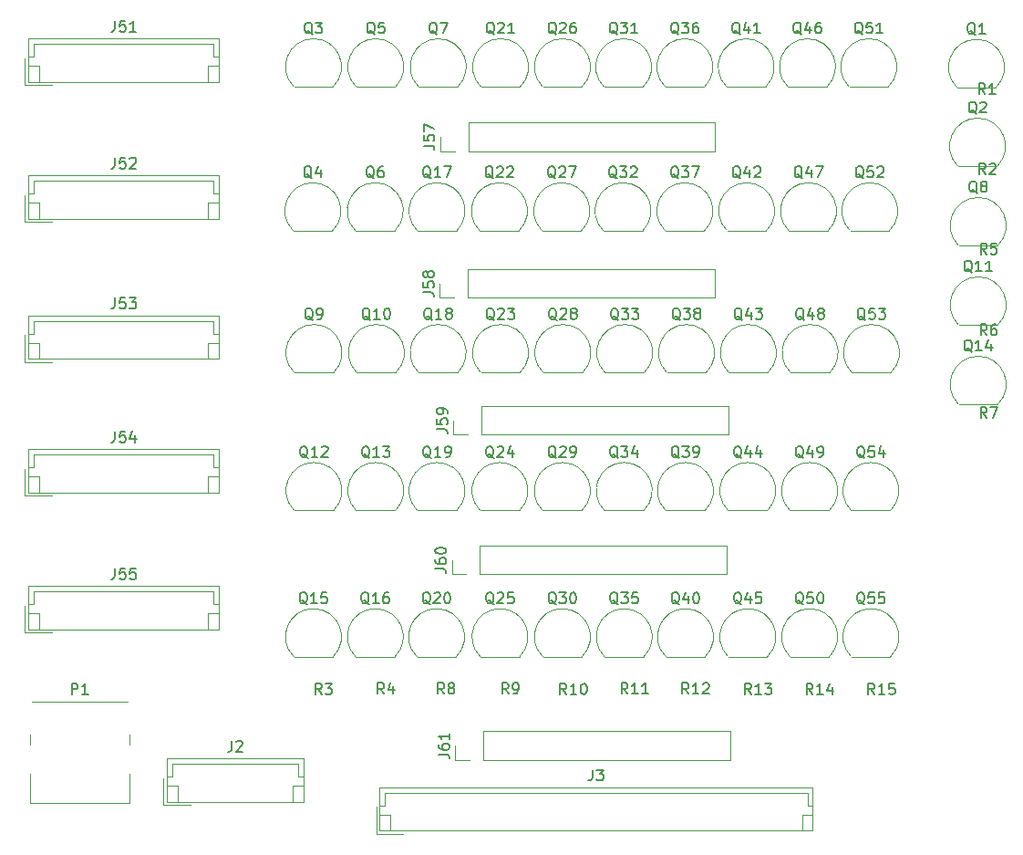
<source format=gbr>
%TF.GenerationSoftware,KiCad,Pcbnew,7.0.8*%
%TF.CreationDate,2023-11-07T23:02:09+01:00*%
%TF.ProjectId,Schaltplan,53636861-6c74-4706-9c61-6e2e6b696361,rev?*%
%TF.SameCoordinates,Original*%
%TF.FileFunction,Legend,Top*%
%TF.FilePolarity,Positive*%
%FSLAX46Y46*%
G04 Gerber Fmt 4.6, Leading zero omitted, Abs format (unit mm)*
G04 Created by KiCad (PCBNEW 7.0.8) date 2023-11-07 23:02:09*
%MOMM*%
%LPD*%
G01*
G04 APERTURE LIST*
%ADD10C,0.150000*%
%ADD11C,0.120000*%
G04 APERTURE END LIST*
D10*
X141752419Y-77720723D02*
X142466704Y-77720723D01*
X142466704Y-77720723D02*
X142609561Y-77768342D01*
X142609561Y-77768342D02*
X142704800Y-77863580D01*
X142704800Y-77863580D02*
X142752419Y-78006437D01*
X142752419Y-78006437D02*
X142752419Y-78101675D01*
X141752419Y-76768342D02*
X141752419Y-77244532D01*
X141752419Y-77244532D02*
X142228609Y-77292151D01*
X142228609Y-77292151D02*
X142180990Y-77244532D01*
X142180990Y-77244532D02*
X142133371Y-77149294D01*
X142133371Y-77149294D02*
X142133371Y-76911199D01*
X142133371Y-76911199D02*
X142180990Y-76815961D01*
X142180990Y-76815961D02*
X142228609Y-76768342D01*
X142228609Y-76768342D02*
X142323847Y-76720723D01*
X142323847Y-76720723D02*
X142561942Y-76720723D01*
X142561942Y-76720723D02*
X142657180Y-76768342D01*
X142657180Y-76768342D02*
X142704800Y-76815961D01*
X142704800Y-76815961D02*
X142752419Y-76911199D01*
X142752419Y-76911199D02*
X142752419Y-77149294D01*
X142752419Y-77149294D02*
X142704800Y-77244532D01*
X142704800Y-77244532D02*
X142657180Y-77292151D01*
X142180990Y-76149294D02*
X142133371Y-76244532D01*
X142133371Y-76244532D02*
X142085752Y-76292151D01*
X142085752Y-76292151D02*
X141990514Y-76339770D01*
X141990514Y-76339770D02*
X141942895Y-76339770D01*
X141942895Y-76339770D02*
X141847657Y-76292151D01*
X141847657Y-76292151D02*
X141800038Y-76244532D01*
X141800038Y-76244532D02*
X141752419Y-76149294D01*
X141752419Y-76149294D02*
X141752419Y-75958818D01*
X141752419Y-75958818D02*
X141800038Y-75863580D01*
X141800038Y-75863580D02*
X141847657Y-75815961D01*
X141847657Y-75815961D02*
X141942895Y-75768342D01*
X141942895Y-75768342D02*
X141990514Y-75768342D01*
X141990514Y-75768342D02*
X142085752Y-75815961D01*
X142085752Y-75815961D02*
X142133371Y-75863580D01*
X142133371Y-75863580D02*
X142180990Y-75958818D01*
X142180990Y-75958818D02*
X142180990Y-76149294D01*
X142180990Y-76149294D02*
X142228609Y-76244532D01*
X142228609Y-76244532D02*
X142276228Y-76292151D01*
X142276228Y-76292151D02*
X142371466Y-76339770D01*
X142371466Y-76339770D02*
X142561942Y-76339770D01*
X142561942Y-76339770D02*
X142657180Y-76292151D01*
X142657180Y-76292151D02*
X142704800Y-76244532D01*
X142704800Y-76244532D02*
X142752419Y-76149294D01*
X142752419Y-76149294D02*
X142752419Y-75958818D01*
X142752419Y-75958818D02*
X142704800Y-75863580D01*
X142704800Y-75863580D02*
X142657180Y-75815961D01*
X142657180Y-75815961D02*
X142561942Y-75768342D01*
X142561942Y-75768342D02*
X142371466Y-75768342D01*
X142371466Y-75768342D02*
X142276228Y-75815961D01*
X142276228Y-75815961D02*
X142228609Y-75863580D01*
X142228609Y-75863580D02*
X142180990Y-75958818D01*
X136786771Y-93103657D02*
X136691533Y-93056038D01*
X136691533Y-93056038D02*
X136596295Y-92960800D01*
X136596295Y-92960800D02*
X136453438Y-92817942D01*
X136453438Y-92817942D02*
X136358200Y-92770323D01*
X136358200Y-92770323D02*
X136262962Y-92770323D01*
X136310581Y-93008419D02*
X136215343Y-92960800D01*
X136215343Y-92960800D02*
X136120105Y-92865561D01*
X136120105Y-92865561D02*
X136072486Y-92675085D01*
X136072486Y-92675085D02*
X136072486Y-92341752D01*
X136072486Y-92341752D02*
X136120105Y-92151276D01*
X136120105Y-92151276D02*
X136215343Y-92056038D01*
X136215343Y-92056038D02*
X136310581Y-92008419D01*
X136310581Y-92008419D02*
X136501057Y-92008419D01*
X136501057Y-92008419D02*
X136596295Y-92056038D01*
X136596295Y-92056038D02*
X136691533Y-92151276D01*
X136691533Y-92151276D02*
X136739152Y-92341752D01*
X136739152Y-92341752D02*
X136739152Y-92675085D01*
X136739152Y-92675085D02*
X136691533Y-92865561D01*
X136691533Y-92865561D02*
X136596295Y-92960800D01*
X136596295Y-92960800D02*
X136501057Y-93008419D01*
X136501057Y-93008419D02*
X136310581Y-93008419D01*
X137691533Y-93008419D02*
X137120105Y-93008419D01*
X137405819Y-93008419D02*
X137405819Y-92008419D01*
X137405819Y-92008419D02*
X137310581Y-92151276D01*
X137310581Y-92151276D02*
X137215343Y-92246514D01*
X137215343Y-92246514D02*
X137120105Y-92294133D01*
X138024867Y-92008419D02*
X138643914Y-92008419D01*
X138643914Y-92008419D02*
X138310581Y-92389371D01*
X138310581Y-92389371D02*
X138453438Y-92389371D01*
X138453438Y-92389371D02*
X138548676Y-92436990D01*
X138548676Y-92436990D02*
X138596295Y-92484609D01*
X138596295Y-92484609D02*
X138643914Y-92579847D01*
X138643914Y-92579847D02*
X138643914Y-92817942D01*
X138643914Y-92817942D02*
X138596295Y-92913180D01*
X138596295Y-92913180D02*
X138548676Y-92960800D01*
X138548676Y-92960800D02*
X138453438Y-93008419D01*
X138453438Y-93008419D02*
X138167724Y-93008419D01*
X138167724Y-93008419D02*
X138072486Y-92960800D01*
X138072486Y-92960800D02*
X138024867Y-92913180D01*
X159748371Y-67144857D02*
X159653133Y-67097238D01*
X159653133Y-67097238D02*
X159557895Y-67002000D01*
X159557895Y-67002000D02*
X159415038Y-66859142D01*
X159415038Y-66859142D02*
X159319800Y-66811523D01*
X159319800Y-66811523D02*
X159224562Y-66811523D01*
X159272181Y-67049619D02*
X159176943Y-67002000D01*
X159176943Y-67002000D02*
X159081705Y-66906761D01*
X159081705Y-66906761D02*
X159034086Y-66716285D01*
X159034086Y-66716285D02*
X159034086Y-66382952D01*
X159034086Y-66382952D02*
X159081705Y-66192476D01*
X159081705Y-66192476D02*
X159176943Y-66097238D01*
X159176943Y-66097238D02*
X159272181Y-66049619D01*
X159272181Y-66049619D02*
X159462657Y-66049619D01*
X159462657Y-66049619D02*
X159557895Y-66097238D01*
X159557895Y-66097238D02*
X159653133Y-66192476D01*
X159653133Y-66192476D02*
X159700752Y-66382952D01*
X159700752Y-66382952D02*
X159700752Y-66716285D01*
X159700752Y-66716285D02*
X159653133Y-66906761D01*
X159653133Y-66906761D02*
X159557895Y-67002000D01*
X159557895Y-67002000D02*
X159462657Y-67049619D01*
X159462657Y-67049619D02*
X159272181Y-67049619D01*
X160034086Y-66049619D02*
X160653133Y-66049619D01*
X160653133Y-66049619D02*
X160319800Y-66430571D01*
X160319800Y-66430571D02*
X160462657Y-66430571D01*
X160462657Y-66430571D02*
X160557895Y-66478190D01*
X160557895Y-66478190D02*
X160605514Y-66525809D01*
X160605514Y-66525809D02*
X160653133Y-66621047D01*
X160653133Y-66621047D02*
X160653133Y-66859142D01*
X160653133Y-66859142D02*
X160605514Y-66954380D01*
X160605514Y-66954380D02*
X160557895Y-67002000D01*
X160557895Y-67002000D02*
X160462657Y-67049619D01*
X160462657Y-67049619D02*
X160176943Y-67049619D01*
X160176943Y-67049619D02*
X160081705Y-67002000D01*
X160081705Y-67002000D02*
X160034086Y-66954380D01*
X161034086Y-66144857D02*
X161081705Y-66097238D01*
X161081705Y-66097238D02*
X161176943Y-66049619D01*
X161176943Y-66049619D02*
X161415038Y-66049619D01*
X161415038Y-66049619D02*
X161510276Y-66097238D01*
X161510276Y-66097238D02*
X161557895Y-66144857D01*
X161557895Y-66144857D02*
X161605514Y-66240095D01*
X161605514Y-66240095D02*
X161605514Y-66335333D01*
X161605514Y-66335333D02*
X161557895Y-66478190D01*
X161557895Y-66478190D02*
X160986467Y-67049619D01*
X160986467Y-67049619D02*
X161605514Y-67049619D01*
X192722571Y-83248457D02*
X192627333Y-83200838D01*
X192627333Y-83200838D02*
X192532095Y-83105600D01*
X192532095Y-83105600D02*
X192389238Y-82962742D01*
X192389238Y-82962742D02*
X192294000Y-82915123D01*
X192294000Y-82915123D02*
X192198762Y-82915123D01*
X192246381Y-83153219D02*
X192151143Y-83105600D01*
X192151143Y-83105600D02*
X192055905Y-83010361D01*
X192055905Y-83010361D02*
X192008286Y-82819885D01*
X192008286Y-82819885D02*
X192008286Y-82486552D01*
X192008286Y-82486552D02*
X192055905Y-82296076D01*
X192055905Y-82296076D02*
X192151143Y-82200838D01*
X192151143Y-82200838D02*
X192246381Y-82153219D01*
X192246381Y-82153219D02*
X192436857Y-82153219D01*
X192436857Y-82153219D02*
X192532095Y-82200838D01*
X192532095Y-82200838D02*
X192627333Y-82296076D01*
X192627333Y-82296076D02*
X192674952Y-82486552D01*
X192674952Y-82486552D02*
X192674952Y-82819885D01*
X192674952Y-82819885D02*
X192627333Y-83010361D01*
X192627333Y-83010361D02*
X192532095Y-83105600D01*
X192532095Y-83105600D02*
X192436857Y-83153219D01*
X192436857Y-83153219D02*
X192246381Y-83153219D01*
X193627333Y-83153219D02*
X193055905Y-83153219D01*
X193341619Y-83153219D02*
X193341619Y-82153219D01*
X193341619Y-82153219D02*
X193246381Y-82296076D01*
X193246381Y-82296076D02*
X193151143Y-82391314D01*
X193151143Y-82391314D02*
X193055905Y-82438933D01*
X194484476Y-82486552D02*
X194484476Y-83153219D01*
X194246381Y-82105600D02*
X194008286Y-82819885D01*
X194008286Y-82819885D02*
X194627333Y-82819885D01*
X159854971Y-106667257D02*
X159759733Y-106619638D01*
X159759733Y-106619638D02*
X159664495Y-106524400D01*
X159664495Y-106524400D02*
X159521638Y-106381542D01*
X159521638Y-106381542D02*
X159426400Y-106333923D01*
X159426400Y-106333923D02*
X159331162Y-106333923D01*
X159378781Y-106572019D02*
X159283543Y-106524400D01*
X159283543Y-106524400D02*
X159188305Y-106429161D01*
X159188305Y-106429161D02*
X159140686Y-106238685D01*
X159140686Y-106238685D02*
X159140686Y-105905352D01*
X159140686Y-105905352D02*
X159188305Y-105714876D01*
X159188305Y-105714876D02*
X159283543Y-105619638D01*
X159283543Y-105619638D02*
X159378781Y-105572019D01*
X159378781Y-105572019D02*
X159569257Y-105572019D01*
X159569257Y-105572019D02*
X159664495Y-105619638D01*
X159664495Y-105619638D02*
X159759733Y-105714876D01*
X159759733Y-105714876D02*
X159807352Y-105905352D01*
X159807352Y-105905352D02*
X159807352Y-106238685D01*
X159807352Y-106238685D02*
X159759733Y-106429161D01*
X159759733Y-106429161D02*
X159664495Y-106524400D01*
X159664495Y-106524400D02*
X159569257Y-106572019D01*
X159569257Y-106572019D02*
X159378781Y-106572019D01*
X160140686Y-105572019D02*
X160759733Y-105572019D01*
X160759733Y-105572019D02*
X160426400Y-105952971D01*
X160426400Y-105952971D02*
X160569257Y-105952971D01*
X160569257Y-105952971D02*
X160664495Y-106000590D01*
X160664495Y-106000590D02*
X160712114Y-106048209D01*
X160712114Y-106048209D02*
X160759733Y-106143447D01*
X160759733Y-106143447D02*
X160759733Y-106381542D01*
X160759733Y-106381542D02*
X160712114Y-106476780D01*
X160712114Y-106476780D02*
X160664495Y-106524400D01*
X160664495Y-106524400D02*
X160569257Y-106572019D01*
X160569257Y-106572019D02*
X160283543Y-106572019D01*
X160283543Y-106572019D02*
X160188305Y-106524400D01*
X160188305Y-106524400D02*
X160140686Y-106476780D01*
X161664495Y-105572019D02*
X161188305Y-105572019D01*
X161188305Y-105572019D02*
X161140686Y-106048209D01*
X161140686Y-106048209D02*
X161188305Y-106000590D01*
X161188305Y-106000590D02*
X161283543Y-105952971D01*
X161283543Y-105952971D02*
X161521638Y-105952971D01*
X161521638Y-105952971D02*
X161616876Y-106000590D01*
X161616876Y-106000590D02*
X161664495Y-106048209D01*
X161664495Y-106048209D02*
X161712114Y-106143447D01*
X161712114Y-106143447D02*
X161712114Y-106381542D01*
X161712114Y-106381542D02*
X161664495Y-106476780D01*
X161664495Y-106476780D02*
X161616876Y-106524400D01*
X161616876Y-106524400D02*
X161521638Y-106572019D01*
X161521638Y-106572019D02*
X161283543Y-106572019D01*
X161283543Y-106572019D02*
X161188305Y-106524400D01*
X161188305Y-106524400D02*
X161140686Y-106476780D01*
X136740971Y-106667257D02*
X136645733Y-106619638D01*
X136645733Y-106619638D02*
X136550495Y-106524400D01*
X136550495Y-106524400D02*
X136407638Y-106381542D01*
X136407638Y-106381542D02*
X136312400Y-106333923D01*
X136312400Y-106333923D02*
X136217162Y-106333923D01*
X136264781Y-106572019D02*
X136169543Y-106524400D01*
X136169543Y-106524400D02*
X136074305Y-106429161D01*
X136074305Y-106429161D02*
X136026686Y-106238685D01*
X136026686Y-106238685D02*
X136026686Y-105905352D01*
X136026686Y-105905352D02*
X136074305Y-105714876D01*
X136074305Y-105714876D02*
X136169543Y-105619638D01*
X136169543Y-105619638D02*
X136264781Y-105572019D01*
X136264781Y-105572019D02*
X136455257Y-105572019D01*
X136455257Y-105572019D02*
X136550495Y-105619638D01*
X136550495Y-105619638D02*
X136645733Y-105714876D01*
X136645733Y-105714876D02*
X136693352Y-105905352D01*
X136693352Y-105905352D02*
X136693352Y-106238685D01*
X136693352Y-106238685D02*
X136645733Y-106429161D01*
X136645733Y-106429161D02*
X136550495Y-106524400D01*
X136550495Y-106524400D02*
X136455257Y-106572019D01*
X136455257Y-106572019D02*
X136264781Y-106572019D01*
X137645733Y-106572019D02*
X137074305Y-106572019D01*
X137360019Y-106572019D02*
X137360019Y-105572019D01*
X137360019Y-105572019D02*
X137264781Y-105714876D01*
X137264781Y-105714876D02*
X137169543Y-105810114D01*
X137169543Y-105810114D02*
X137074305Y-105857733D01*
X138502876Y-105572019D02*
X138312400Y-105572019D01*
X138312400Y-105572019D02*
X138217162Y-105619638D01*
X138217162Y-105619638D02*
X138169543Y-105667257D01*
X138169543Y-105667257D02*
X138074305Y-105810114D01*
X138074305Y-105810114D02*
X138026686Y-106000590D01*
X138026686Y-106000590D02*
X138026686Y-106381542D01*
X138026686Y-106381542D02*
X138074305Y-106476780D01*
X138074305Y-106476780D02*
X138121924Y-106524400D01*
X138121924Y-106524400D02*
X138217162Y-106572019D01*
X138217162Y-106572019D02*
X138407638Y-106572019D01*
X138407638Y-106572019D02*
X138502876Y-106524400D01*
X138502876Y-106524400D02*
X138550495Y-106476780D01*
X138550495Y-106476780D02*
X138598114Y-106381542D01*
X138598114Y-106381542D02*
X138598114Y-106143447D01*
X138598114Y-106143447D02*
X138550495Y-106048209D01*
X138550495Y-106048209D02*
X138502876Y-106000590D01*
X138502876Y-106000590D02*
X138407638Y-105952971D01*
X138407638Y-105952971D02*
X138217162Y-105952971D01*
X138217162Y-105952971D02*
X138121924Y-106000590D01*
X138121924Y-106000590D02*
X138074305Y-106048209D01*
X138074305Y-106048209D02*
X138026686Y-106143447D01*
X148318371Y-93103657D02*
X148223133Y-93056038D01*
X148223133Y-93056038D02*
X148127895Y-92960800D01*
X148127895Y-92960800D02*
X147985038Y-92817942D01*
X147985038Y-92817942D02*
X147889800Y-92770323D01*
X147889800Y-92770323D02*
X147794562Y-92770323D01*
X147842181Y-93008419D02*
X147746943Y-92960800D01*
X147746943Y-92960800D02*
X147651705Y-92865561D01*
X147651705Y-92865561D02*
X147604086Y-92675085D01*
X147604086Y-92675085D02*
X147604086Y-92341752D01*
X147604086Y-92341752D02*
X147651705Y-92151276D01*
X147651705Y-92151276D02*
X147746943Y-92056038D01*
X147746943Y-92056038D02*
X147842181Y-92008419D01*
X147842181Y-92008419D02*
X148032657Y-92008419D01*
X148032657Y-92008419D02*
X148127895Y-92056038D01*
X148127895Y-92056038D02*
X148223133Y-92151276D01*
X148223133Y-92151276D02*
X148270752Y-92341752D01*
X148270752Y-92341752D02*
X148270752Y-92675085D01*
X148270752Y-92675085D02*
X148223133Y-92865561D01*
X148223133Y-92865561D02*
X148127895Y-92960800D01*
X148127895Y-92960800D02*
X148032657Y-93008419D01*
X148032657Y-93008419D02*
X147842181Y-93008419D01*
X148651705Y-92103657D02*
X148699324Y-92056038D01*
X148699324Y-92056038D02*
X148794562Y-92008419D01*
X148794562Y-92008419D02*
X149032657Y-92008419D01*
X149032657Y-92008419D02*
X149127895Y-92056038D01*
X149127895Y-92056038D02*
X149175514Y-92103657D01*
X149175514Y-92103657D02*
X149223133Y-92198895D01*
X149223133Y-92198895D02*
X149223133Y-92294133D01*
X149223133Y-92294133D02*
X149175514Y-92436990D01*
X149175514Y-92436990D02*
X148604086Y-93008419D01*
X148604086Y-93008419D02*
X149223133Y-93008419D01*
X150080276Y-92341752D02*
X150080276Y-93008419D01*
X149842181Y-91960800D02*
X149604086Y-92675085D01*
X149604086Y-92675085D02*
X150223133Y-92675085D01*
X165544571Y-106667257D02*
X165449333Y-106619638D01*
X165449333Y-106619638D02*
X165354095Y-106524400D01*
X165354095Y-106524400D02*
X165211238Y-106381542D01*
X165211238Y-106381542D02*
X165116000Y-106333923D01*
X165116000Y-106333923D02*
X165020762Y-106333923D01*
X165068381Y-106572019D02*
X164973143Y-106524400D01*
X164973143Y-106524400D02*
X164877905Y-106429161D01*
X164877905Y-106429161D02*
X164830286Y-106238685D01*
X164830286Y-106238685D02*
X164830286Y-105905352D01*
X164830286Y-105905352D02*
X164877905Y-105714876D01*
X164877905Y-105714876D02*
X164973143Y-105619638D01*
X164973143Y-105619638D02*
X165068381Y-105572019D01*
X165068381Y-105572019D02*
X165258857Y-105572019D01*
X165258857Y-105572019D02*
X165354095Y-105619638D01*
X165354095Y-105619638D02*
X165449333Y-105714876D01*
X165449333Y-105714876D02*
X165496952Y-105905352D01*
X165496952Y-105905352D02*
X165496952Y-106238685D01*
X165496952Y-106238685D02*
X165449333Y-106429161D01*
X165449333Y-106429161D02*
X165354095Y-106524400D01*
X165354095Y-106524400D02*
X165258857Y-106572019D01*
X165258857Y-106572019D02*
X165068381Y-106572019D01*
X166354095Y-105905352D02*
X166354095Y-106572019D01*
X166116000Y-105524400D02*
X165877905Y-106238685D01*
X165877905Y-106238685D02*
X166496952Y-106238685D01*
X167068381Y-105572019D02*
X167163619Y-105572019D01*
X167163619Y-105572019D02*
X167258857Y-105619638D01*
X167258857Y-105619638D02*
X167306476Y-105667257D01*
X167306476Y-105667257D02*
X167354095Y-105762495D01*
X167354095Y-105762495D02*
X167401714Y-105952971D01*
X167401714Y-105952971D02*
X167401714Y-106191066D01*
X167401714Y-106191066D02*
X167354095Y-106381542D01*
X167354095Y-106381542D02*
X167306476Y-106476780D01*
X167306476Y-106476780D02*
X167258857Y-106524400D01*
X167258857Y-106524400D02*
X167163619Y-106572019D01*
X167163619Y-106572019D02*
X167068381Y-106572019D01*
X167068381Y-106572019D02*
X166973143Y-106524400D01*
X166973143Y-106524400D02*
X166925524Y-106476780D01*
X166925524Y-106476780D02*
X166877905Y-106381542D01*
X166877905Y-106381542D02*
X166830286Y-106191066D01*
X166830286Y-106191066D02*
X166830286Y-105952971D01*
X166830286Y-105952971D02*
X166877905Y-105762495D01*
X166877905Y-105762495D02*
X166925524Y-105667257D01*
X166925524Y-105667257D02*
X166973143Y-105619638D01*
X166973143Y-105619638D02*
X167068381Y-105572019D01*
X136837571Y-80302057D02*
X136742333Y-80254438D01*
X136742333Y-80254438D02*
X136647095Y-80159200D01*
X136647095Y-80159200D02*
X136504238Y-80016342D01*
X136504238Y-80016342D02*
X136409000Y-79968723D01*
X136409000Y-79968723D02*
X136313762Y-79968723D01*
X136361381Y-80206819D02*
X136266143Y-80159200D01*
X136266143Y-80159200D02*
X136170905Y-80063961D01*
X136170905Y-80063961D02*
X136123286Y-79873485D01*
X136123286Y-79873485D02*
X136123286Y-79540152D01*
X136123286Y-79540152D02*
X136170905Y-79349676D01*
X136170905Y-79349676D02*
X136266143Y-79254438D01*
X136266143Y-79254438D02*
X136361381Y-79206819D01*
X136361381Y-79206819D02*
X136551857Y-79206819D01*
X136551857Y-79206819D02*
X136647095Y-79254438D01*
X136647095Y-79254438D02*
X136742333Y-79349676D01*
X136742333Y-79349676D02*
X136789952Y-79540152D01*
X136789952Y-79540152D02*
X136789952Y-79873485D01*
X136789952Y-79873485D02*
X136742333Y-80063961D01*
X136742333Y-80063961D02*
X136647095Y-80159200D01*
X136647095Y-80159200D02*
X136551857Y-80206819D01*
X136551857Y-80206819D02*
X136361381Y-80206819D01*
X137742333Y-80206819D02*
X137170905Y-80206819D01*
X137456619Y-80206819D02*
X137456619Y-79206819D01*
X137456619Y-79206819D02*
X137361381Y-79349676D01*
X137361381Y-79349676D02*
X137266143Y-79444914D01*
X137266143Y-79444914D02*
X137170905Y-79492533D01*
X138361381Y-79206819D02*
X138456619Y-79206819D01*
X138456619Y-79206819D02*
X138551857Y-79254438D01*
X138551857Y-79254438D02*
X138599476Y-79302057D01*
X138599476Y-79302057D02*
X138647095Y-79397295D01*
X138647095Y-79397295D02*
X138694714Y-79587771D01*
X138694714Y-79587771D02*
X138694714Y-79825866D01*
X138694714Y-79825866D02*
X138647095Y-80016342D01*
X138647095Y-80016342D02*
X138599476Y-80111580D01*
X138599476Y-80111580D02*
X138551857Y-80159200D01*
X138551857Y-80159200D02*
X138456619Y-80206819D01*
X138456619Y-80206819D02*
X138361381Y-80206819D01*
X138361381Y-80206819D02*
X138266143Y-80159200D01*
X138266143Y-80159200D02*
X138218524Y-80111580D01*
X138218524Y-80111580D02*
X138170905Y-80016342D01*
X138170905Y-80016342D02*
X138123286Y-79825866D01*
X138123286Y-79825866D02*
X138123286Y-79587771D01*
X138123286Y-79587771D02*
X138170905Y-79397295D01*
X138170905Y-79397295D02*
X138218524Y-79302057D01*
X138218524Y-79302057D02*
X138266143Y-79254438D01*
X138266143Y-79254438D02*
X138361381Y-79206819D01*
X192722571Y-75882457D02*
X192627333Y-75834838D01*
X192627333Y-75834838D02*
X192532095Y-75739600D01*
X192532095Y-75739600D02*
X192389238Y-75596742D01*
X192389238Y-75596742D02*
X192294000Y-75549123D01*
X192294000Y-75549123D02*
X192198762Y-75549123D01*
X192246381Y-75787219D02*
X192151143Y-75739600D01*
X192151143Y-75739600D02*
X192055905Y-75644361D01*
X192055905Y-75644361D02*
X192008286Y-75453885D01*
X192008286Y-75453885D02*
X192008286Y-75120552D01*
X192008286Y-75120552D02*
X192055905Y-74930076D01*
X192055905Y-74930076D02*
X192151143Y-74834838D01*
X192151143Y-74834838D02*
X192246381Y-74787219D01*
X192246381Y-74787219D02*
X192436857Y-74787219D01*
X192436857Y-74787219D02*
X192532095Y-74834838D01*
X192532095Y-74834838D02*
X192627333Y-74930076D01*
X192627333Y-74930076D02*
X192674952Y-75120552D01*
X192674952Y-75120552D02*
X192674952Y-75453885D01*
X192674952Y-75453885D02*
X192627333Y-75644361D01*
X192627333Y-75644361D02*
X192532095Y-75739600D01*
X192532095Y-75739600D02*
X192436857Y-75787219D01*
X192436857Y-75787219D02*
X192246381Y-75787219D01*
X193627333Y-75787219D02*
X193055905Y-75787219D01*
X193341619Y-75787219D02*
X193341619Y-74787219D01*
X193341619Y-74787219D02*
X193246381Y-74930076D01*
X193246381Y-74930076D02*
X193151143Y-75025314D01*
X193151143Y-75025314D02*
X193055905Y-75072933D01*
X194579714Y-75787219D02*
X194008286Y-75787219D01*
X194294000Y-75787219D02*
X194294000Y-74787219D01*
X194294000Y-74787219D02*
X194198762Y-74930076D01*
X194198762Y-74930076D02*
X194103524Y-75025314D01*
X194103524Y-75025314D02*
X194008286Y-75072933D01*
X193046361Y-53835257D02*
X192951123Y-53787638D01*
X192951123Y-53787638D02*
X192855885Y-53692400D01*
X192855885Y-53692400D02*
X192713028Y-53549542D01*
X192713028Y-53549542D02*
X192617790Y-53501923D01*
X192617790Y-53501923D02*
X192522552Y-53501923D01*
X192570171Y-53740019D02*
X192474933Y-53692400D01*
X192474933Y-53692400D02*
X192379695Y-53597161D01*
X192379695Y-53597161D02*
X192332076Y-53406685D01*
X192332076Y-53406685D02*
X192332076Y-53073352D01*
X192332076Y-53073352D02*
X192379695Y-52882876D01*
X192379695Y-52882876D02*
X192474933Y-52787638D01*
X192474933Y-52787638D02*
X192570171Y-52740019D01*
X192570171Y-52740019D02*
X192760647Y-52740019D01*
X192760647Y-52740019D02*
X192855885Y-52787638D01*
X192855885Y-52787638D02*
X192951123Y-52882876D01*
X192951123Y-52882876D02*
X192998742Y-53073352D01*
X192998742Y-53073352D02*
X192998742Y-53406685D01*
X192998742Y-53406685D02*
X192951123Y-53597161D01*
X192951123Y-53597161D02*
X192855885Y-53692400D01*
X192855885Y-53692400D02*
X192760647Y-53740019D01*
X192760647Y-53740019D02*
X192570171Y-53740019D01*
X193951123Y-53740019D02*
X193379695Y-53740019D01*
X193665409Y-53740019D02*
X193665409Y-52740019D01*
X193665409Y-52740019D02*
X193570171Y-52882876D01*
X193570171Y-52882876D02*
X193474933Y-52978114D01*
X193474933Y-52978114D02*
X193379695Y-53025733D01*
X171330771Y-93103657D02*
X171235533Y-93056038D01*
X171235533Y-93056038D02*
X171140295Y-92960800D01*
X171140295Y-92960800D02*
X170997438Y-92817942D01*
X170997438Y-92817942D02*
X170902200Y-92770323D01*
X170902200Y-92770323D02*
X170806962Y-92770323D01*
X170854581Y-93008419D02*
X170759343Y-92960800D01*
X170759343Y-92960800D02*
X170664105Y-92865561D01*
X170664105Y-92865561D02*
X170616486Y-92675085D01*
X170616486Y-92675085D02*
X170616486Y-92341752D01*
X170616486Y-92341752D02*
X170664105Y-92151276D01*
X170664105Y-92151276D02*
X170759343Y-92056038D01*
X170759343Y-92056038D02*
X170854581Y-92008419D01*
X170854581Y-92008419D02*
X171045057Y-92008419D01*
X171045057Y-92008419D02*
X171140295Y-92056038D01*
X171140295Y-92056038D02*
X171235533Y-92151276D01*
X171235533Y-92151276D02*
X171283152Y-92341752D01*
X171283152Y-92341752D02*
X171283152Y-92675085D01*
X171283152Y-92675085D02*
X171235533Y-92865561D01*
X171235533Y-92865561D02*
X171140295Y-92960800D01*
X171140295Y-92960800D02*
X171045057Y-93008419D01*
X171045057Y-93008419D02*
X170854581Y-93008419D01*
X172140295Y-92341752D02*
X172140295Y-93008419D01*
X171902200Y-91960800D02*
X171664105Y-92675085D01*
X171664105Y-92675085D02*
X172283152Y-92675085D01*
X173092676Y-92341752D02*
X173092676Y-93008419D01*
X172854581Y-91960800D02*
X172616486Y-92675085D01*
X172616486Y-92675085D02*
X173235533Y-92675085D01*
X154109571Y-93103657D02*
X154014333Y-93056038D01*
X154014333Y-93056038D02*
X153919095Y-92960800D01*
X153919095Y-92960800D02*
X153776238Y-92817942D01*
X153776238Y-92817942D02*
X153681000Y-92770323D01*
X153681000Y-92770323D02*
X153585762Y-92770323D01*
X153633381Y-93008419D02*
X153538143Y-92960800D01*
X153538143Y-92960800D02*
X153442905Y-92865561D01*
X153442905Y-92865561D02*
X153395286Y-92675085D01*
X153395286Y-92675085D02*
X153395286Y-92341752D01*
X153395286Y-92341752D02*
X153442905Y-92151276D01*
X153442905Y-92151276D02*
X153538143Y-92056038D01*
X153538143Y-92056038D02*
X153633381Y-92008419D01*
X153633381Y-92008419D02*
X153823857Y-92008419D01*
X153823857Y-92008419D02*
X153919095Y-92056038D01*
X153919095Y-92056038D02*
X154014333Y-92151276D01*
X154014333Y-92151276D02*
X154061952Y-92341752D01*
X154061952Y-92341752D02*
X154061952Y-92675085D01*
X154061952Y-92675085D02*
X154014333Y-92865561D01*
X154014333Y-92865561D02*
X153919095Y-92960800D01*
X153919095Y-92960800D02*
X153823857Y-93008419D01*
X153823857Y-93008419D02*
X153633381Y-93008419D01*
X154442905Y-92103657D02*
X154490524Y-92056038D01*
X154490524Y-92056038D02*
X154585762Y-92008419D01*
X154585762Y-92008419D02*
X154823857Y-92008419D01*
X154823857Y-92008419D02*
X154919095Y-92056038D01*
X154919095Y-92056038D02*
X154966714Y-92103657D01*
X154966714Y-92103657D02*
X155014333Y-92198895D01*
X155014333Y-92198895D02*
X155014333Y-92294133D01*
X155014333Y-92294133D02*
X154966714Y-92436990D01*
X154966714Y-92436990D02*
X154395286Y-93008419D01*
X154395286Y-93008419D02*
X155014333Y-93008419D01*
X155490524Y-93008419D02*
X155681000Y-93008419D01*
X155681000Y-93008419D02*
X155776238Y-92960800D01*
X155776238Y-92960800D02*
X155823857Y-92913180D01*
X155823857Y-92913180D02*
X155919095Y-92770323D01*
X155919095Y-92770323D02*
X155966714Y-92579847D01*
X155966714Y-92579847D02*
X155966714Y-92198895D01*
X155966714Y-92198895D02*
X155919095Y-92103657D01*
X155919095Y-92103657D02*
X155871476Y-92056038D01*
X155871476Y-92056038D02*
X155776238Y-92008419D01*
X155776238Y-92008419D02*
X155585762Y-92008419D01*
X155585762Y-92008419D02*
X155490524Y-92056038D01*
X155490524Y-92056038D02*
X155442905Y-92103657D01*
X155442905Y-92103657D02*
X155395286Y-92198895D01*
X155395286Y-92198895D02*
X155395286Y-92436990D01*
X155395286Y-92436990D02*
X155442905Y-92532228D01*
X155442905Y-92532228D02*
X155490524Y-92579847D01*
X155490524Y-92579847D02*
X155585762Y-92627466D01*
X155585762Y-92627466D02*
X155776238Y-92627466D01*
X155776238Y-92627466D02*
X155871476Y-92579847D01*
X155871476Y-92579847D02*
X155919095Y-92532228D01*
X155919095Y-92532228D02*
X155966714Y-92436990D01*
X113134876Y-65239619D02*
X113134876Y-65953904D01*
X113134876Y-65953904D02*
X113087257Y-66096761D01*
X113087257Y-66096761D02*
X112992019Y-66192000D01*
X112992019Y-66192000D02*
X112849162Y-66239619D01*
X112849162Y-66239619D02*
X112753924Y-66239619D01*
X114087257Y-65239619D02*
X113611067Y-65239619D01*
X113611067Y-65239619D02*
X113563448Y-65715809D01*
X113563448Y-65715809D02*
X113611067Y-65668190D01*
X113611067Y-65668190D02*
X113706305Y-65620571D01*
X113706305Y-65620571D02*
X113944400Y-65620571D01*
X113944400Y-65620571D02*
X114039638Y-65668190D01*
X114039638Y-65668190D02*
X114087257Y-65715809D01*
X114087257Y-65715809D02*
X114134876Y-65811047D01*
X114134876Y-65811047D02*
X114134876Y-66049142D01*
X114134876Y-66049142D02*
X114087257Y-66144380D01*
X114087257Y-66144380D02*
X114039638Y-66192000D01*
X114039638Y-66192000D02*
X113944400Y-66239619D01*
X113944400Y-66239619D02*
X113706305Y-66239619D01*
X113706305Y-66239619D02*
X113611067Y-66192000D01*
X113611067Y-66192000D02*
X113563448Y-66144380D01*
X114515829Y-65334857D02*
X114563448Y-65287238D01*
X114563448Y-65287238D02*
X114658686Y-65239619D01*
X114658686Y-65239619D02*
X114896781Y-65239619D01*
X114896781Y-65239619D02*
X114992019Y-65287238D01*
X114992019Y-65287238D02*
X115039638Y-65334857D01*
X115039638Y-65334857D02*
X115087257Y-65430095D01*
X115087257Y-65430095D02*
X115087257Y-65525333D01*
X115087257Y-65525333D02*
X115039638Y-65668190D01*
X115039638Y-65668190D02*
X114468210Y-66239619D01*
X114468210Y-66239619D02*
X115087257Y-66239619D01*
X132330333Y-115025619D02*
X131997000Y-114549428D01*
X131758905Y-115025619D02*
X131758905Y-114025619D01*
X131758905Y-114025619D02*
X132139857Y-114025619D01*
X132139857Y-114025619D02*
X132235095Y-114073238D01*
X132235095Y-114073238D02*
X132282714Y-114120857D01*
X132282714Y-114120857D02*
X132330333Y-114216095D01*
X132330333Y-114216095D02*
X132330333Y-114358952D01*
X132330333Y-114358952D02*
X132282714Y-114454190D01*
X132282714Y-114454190D02*
X132235095Y-114501809D01*
X132235095Y-114501809D02*
X132139857Y-114549428D01*
X132139857Y-114549428D02*
X131758905Y-114549428D01*
X132663667Y-114025619D02*
X133282714Y-114025619D01*
X133282714Y-114025619D02*
X132949381Y-114406571D01*
X132949381Y-114406571D02*
X133092238Y-114406571D01*
X133092238Y-114406571D02*
X133187476Y-114454190D01*
X133187476Y-114454190D02*
X133235095Y-114501809D01*
X133235095Y-114501809D02*
X133282714Y-114597047D01*
X133282714Y-114597047D02*
X133282714Y-114835142D01*
X133282714Y-114835142D02*
X133235095Y-114930380D01*
X133235095Y-114930380D02*
X133187476Y-114978000D01*
X133187476Y-114978000D02*
X133092238Y-115025619D01*
X133092238Y-115025619D02*
X132806524Y-115025619D01*
X132806524Y-115025619D02*
X132711286Y-114978000D01*
X132711286Y-114978000D02*
X132663667Y-114930380D01*
X131000571Y-106667257D02*
X130905333Y-106619638D01*
X130905333Y-106619638D02*
X130810095Y-106524400D01*
X130810095Y-106524400D02*
X130667238Y-106381542D01*
X130667238Y-106381542D02*
X130572000Y-106333923D01*
X130572000Y-106333923D02*
X130476762Y-106333923D01*
X130524381Y-106572019D02*
X130429143Y-106524400D01*
X130429143Y-106524400D02*
X130333905Y-106429161D01*
X130333905Y-106429161D02*
X130286286Y-106238685D01*
X130286286Y-106238685D02*
X130286286Y-105905352D01*
X130286286Y-105905352D02*
X130333905Y-105714876D01*
X130333905Y-105714876D02*
X130429143Y-105619638D01*
X130429143Y-105619638D02*
X130524381Y-105572019D01*
X130524381Y-105572019D02*
X130714857Y-105572019D01*
X130714857Y-105572019D02*
X130810095Y-105619638D01*
X130810095Y-105619638D02*
X130905333Y-105714876D01*
X130905333Y-105714876D02*
X130952952Y-105905352D01*
X130952952Y-105905352D02*
X130952952Y-106238685D01*
X130952952Y-106238685D02*
X130905333Y-106429161D01*
X130905333Y-106429161D02*
X130810095Y-106524400D01*
X130810095Y-106524400D02*
X130714857Y-106572019D01*
X130714857Y-106572019D02*
X130524381Y-106572019D01*
X131905333Y-106572019D02*
X131333905Y-106572019D01*
X131619619Y-106572019D02*
X131619619Y-105572019D01*
X131619619Y-105572019D02*
X131524381Y-105714876D01*
X131524381Y-105714876D02*
X131429143Y-105810114D01*
X131429143Y-105810114D02*
X131333905Y-105857733D01*
X132810095Y-105572019D02*
X132333905Y-105572019D01*
X132333905Y-105572019D02*
X132286286Y-106048209D01*
X132286286Y-106048209D02*
X132333905Y-106000590D01*
X132333905Y-106000590D02*
X132429143Y-105952971D01*
X132429143Y-105952971D02*
X132667238Y-105952971D01*
X132667238Y-105952971D02*
X132762476Y-106000590D01*
X132762476Y-106000590D02*
X132810095Y-106048209D01*
X132810095Y-106048209D02*
X132857714Y-106143447D01*
X132857714Y-106143447D02*
X132857714Y-106381542D01*
X132857714Y-106381542D02*
X132810095Y-106476780D01*
X132810095Y-106476780D02*
X132762476Y-106524400D01*
X132762476Y-106524400D02*
X132667238Y-106572019D01*
X132667238Y-106572019D02*
X132429143Y-106572019D01*
X132429143Y-106572019D02*
X132333905Y-106524400D01*
X132333905Y-106524400D02*
X132286286Y-106476780D01*
X142476371Y-67144857D02*
X142381133Y-67097238D01*
X142381133Y-67097238D02*
X142285895Y-67002000D01*
X142285895Y-67002000D02*
X142143038Y-66859142D01*
X142143038Y-66859142D02*
X142047800Y-66811523D01*
X142047800Y-66811523D02*
X141952562Y-66811523D01*
X142000181Y-67049619D02*
X141904943Y-67002000D01*
X141904943Y-67002000D02*
X141809705Y-66906761D01*
X141809705Y-66906761D02*
X141762086Y-66716285D01*
X141762086Y-66716285D02*
X141762086Y-66382952D01*
X141762086Y-66382952D02*
X141809705Y-66192476D01*
X141809705Y-66192476D02*
X141904943Y-66097238D01*
X141904943Y-66097238D02*
X142000181Y-66049619D01*
X142000181Y-66049619D02*
X142190657Y-66049619D01*
X142190657Y-66049619D02*
X142285895Y-66097238D01*
X142285895Y-66097238D02*
X142381133Y-66192476D01*
X142381133Y-66192476D02*
X142428752Y-66382952D01*
X142428752Y-66382952D02*
X142428752Y-66716285D01*
X142428752Y-66716285D02*
X142381133Y-66906761D01*
X142381133Y-66906761D02*
X142285895Y-67002000D01*
X142285895Y-67002000D02*
X142190657Y-67049619D01*
X142190657Y-67049619D02*
X142000181Y-67049619D01*
X143381133Y-67049619D02*
X142809705Y-67049619D01*
X143095419Y-67049619D02*
X143095419Y-66049619D01*
X143095419Y-66049619D02*
X143000181Y-66192476D01*
X143000181Y-66192476D02*
X142904943Y-66287714D01*
X142904943Y-66287714D02*
X142809705Y-66335333D01*
X143714467Y-66049619D02*
X144381133Y-66049619D01*
X144381133Y-66049619D02*
X143952562Y-67049619D01*
X182659171Y-67144857D02*
X182563933Y-67097238D01*
X182563933Y-67097238D02*
X182468695Y-67002000D01*
X182468695Y-67002000D02*
X182325838Y-66859142D01*
X182325838Y-66859142D02*
X182230600Y-66811523D01*
X182230600Y-66811523D02*
X182135362Y-66811523D01*
X182182981Y-67049619D02*
X182087743Y-67002000D01*
X182087743Y-67002000D02*
X181992505Y-66906761D01*
X181992505Y-66906761D02*
X181944886Y-66716285D01*
X181944886Y-66716285D02*
X181944886Y-66382952D01*
X181944886Y-66382952D02*
X181992505Y-66192476D01*
X181992505Y-66192476D02*
X182087743Y-66097238D01*
X182087743Y-66097238D02*
X182182981Y-66049619D01*
X182182981Y-66049619D02*
X182373457Y-66049619D01*
X182373457Y-66049619D02*
X182468695Y-66097238D01*
X182468695Y-66097238D02*
X182563933Y-66192476D01*
X182563933Y-66192476D02*
X182611552Y-66382952D01*
X182611552Y-66382952D02*
X182611552Y-66716285D01*
X182611552Y-66716285D02*
X182563933Y-66906761D01*
X182563933Y-66906761D02*
X182468695Y-67002000D01*
X182468695Y-67002000D02*
X182373457Y-67049619D01*
X182373457Y-67049619D02*
X182182981Y-67049619D01*
X183516314Y-66049619D02*
X183040124Y-66049619D01*
X183040124Y-66049619D02*
X182992505Y-66525809D01*
X182992505Y-66525809D02*
X183040124Y-66478190D01*
X183040124Y-66478190D02*
X183135362Y-66430571D01*
X183135362Y-66430571D02*
X183373457Y-66430571D01*
X183373457Y-66430571D02*
X183468695Y-66478190D01*
X183468695Y-66478190D02*
X183516314Y-66525809D01*
X183516314Y-66525809D02*
X183563933Y-66621047D01*
X183563933Y-66621047D02*
X183563933Y-66859142D01*
X183563933Y-66859142D02*
X183516314Y-66954380D01*
X183516314Y-66954380D02*
X183468695Y-67002000D01*
X183468695Y-67002000D02*
X183373457Y-67049619D01*
X183373457Y-67049619D02*
X183135362Y-67049619D01*
X183135362Y-67049619D02*
X183040124Y-67002000D01*
X183040124Y-67002000D02*
X182992505Y-66954380D01*
X183944886Y-66144857D02*
X183992505Y-66097238D01*
X183992505Y-66097238D02*
X184087743Y-66049619D01*
X184087743Y-66049619D02*
X184325838Y-66049619D01*
X184325838Y-66049619D02*
X184421076Y-66097238D01*
X184421076Y-66097238D02*
X184468695Y-66144857D01*
X184468695Y-66144857D02*
X184516314Y-66240095D01*
X184516314Y-66240095D02*
X184516314Y-66335333D01*
X184516314Y-66335333D02*
X184468695Y-66478190D01*
X184468695Y-66478190D02*
X183897267Y-67049619D01*
X183897267Y-67049619D02*
X184516314Y-67049619D01*
X182765771Y-106667257D02*
X182670533Y-106619638D01*
X182670533Y-106619638D02*
X182575295Y-106524400D01*
X182575295Y-106524400D02*
X182432438Y-106381542D01*
X182432438Y-106381542D02*
X182337200Y-106333923D01*
X182337200Y-106333923D02*
X182241962Y-106333923D01*
X182289581Y-106572019D02*
X182194343Y-106524400D01*
X182194343Y-106524400D02*
X182099105Y-106429161D01*
X182099105Y-106429161D02*
X182051486Y-106238685D01*
X182051486Y-106238685D02*
X182051486Y-105905352D01*
X182051486Y-105905352D02*
X182099105Y-105714876D01*
X182099105Y-105714876D02*
X182194343Y-105619638D01*
X182194343Y-105619638D02*
X182289581Y-105572019D01*
X182289581Y-105572019D02*
X182480057Y-105572019D01*
X182480057Y-105572019D02*
X182575295Y-105619638D01*
X182575295Y-105619638D02*
X182670533Y-105714876D01*
X182670533Y-105714876D02*
X182718152Y-105905352D01*
X182718152Y-105905352D02*
X182718152Y-106238685D01*
X182718152Y-106238685D02*
X182670533Y-106429161D01*
X182670533Y-106429161D02*
X182575295Y-106524400D01*
X182575295Y-106524400D02*
X182480057Y-106572019D01*
X182480057Y-106572019D02*
X182289581Y-106572019D01*
X183622914Y-105572019D02*
X183146724Y-105572019D01*
X183146724Y-105572019D02*
X183099105Y-106048209D01*
X183099105Y-106048209D02*
X183146724Y-106000590D01*
X183146724Y-106000590D02*
X183241962Y-105952971D01*
X183241962Y-105952971D02*
X183480057Y-105952971D01*
X183480057Y-105952971D02*
X183575295Y-106000590D01*
X183575295Y-106000590D02*
X183622914Y-106048209D01*
X183622914Y-106048209D02*
X183670533Y-106143447D01*
X183670533Y-106143447D02*
X183670533Y-106381542D01*
X183670533Y-106381542D02*
X183622914Y-106476780D01*
X183622914Y-106476780D02*
X183575295Y-106524400D01*
X183575295Y-106524400D02*
X183480057Y-106572019D01*
X183480057Y-106572019D02*
X183241962Y-106572019D01*
X183241962Y-106572019D02*
X183146724Y-106524400D01*
X183146724Y-106524400D02*
X183099105Y-106476780D01*
X184575295Y-105572019D02*
X184099105Y-105572019D01*
X184099105Y-105572019D02*
X184051486Y-106048209D01*
X184051486Y-106048209D02*
X184099105Y-106000590D01*
X184099105Y-106000590D02*
X184194343Y-105952971D01*
X184194343Y-105952971D02*
X184432438Y-105952971D01*
X184432438Y-105952971D02*
X184527676Y-106000590D01*
X184527676Y-106000590D02*
X184575295Y-106048209D01*
X184575295Y-106048209D02*
X184622914Y-106143447D01*
X184622914Y-106143447D02*
X184622914Y-106381542D01*
X184622914Y-106381542D02*
X184575295Y-106476780D01*
X184575295Y-106476780D02*
X184527676Y-106524400D01*
X184527676Y-106524400D02*
X184432438Y-106572019D01*
X184432438Y-106572019D02*
X184194343Y-106572019D01*
X184194343Y-106572019D02*
X184099105Y-106524400D01*
X184099105Y-106524400D02*
X184051486Y-106476780D01*
X160748742Y-114974819D02*
X160415409Y-114498628D01*
X160177314Y-114974819D02*
X160177314Y-113974819D01*
X160177314Y-113974819D02*
X160558266Y-113974819D01*
X160558266Y-113974819D02*
X160653504Y-114022438D01*
X160653504Y-114022438D02*
X160701123Y-114070057D01*
X160701123Y-114070057D02*
X160748742Y-114165295D01*
X160748742Y-114165295D02*
X160748742Y-114308152D01*
X160748742Y-114308152D02*
X160701123Y-114403390D01*
X160701123Y-114403390D02*
X160653504Y-114451009D01*
X160653504Y-114451009D02*
X160558266Y-114498628D01*
X160558266Y-114498628D02*
X160177314Y-114498628D01*
X161701123Y-114974819D02*
X161129695Y-114974819D01*
X161415409Y-114974819D02*
X161415409Y-113974819D01*
X161415409Y-113974819D02*
X161320171Y-114117676D01*
X161320171Y-114117676D02*
X161224933Y-114212914D01*
X161224933Y-114212914D02*
X161129695Y-114260533D01*
X162653504Y-114974819D02*
X162082076Y-114974819D01*
X162367790Y-114974819D02*
X162367790Y-113974819D01*
X162367790Y-113974819D02*
X162272552Y-114117676D01*
X162272552Y-114117676D02*
X162177314Y-114212914D01*
X162177314Y-114212914D02*
X162082076Y-114260533D01*
X165488771Y-67144857D02*
X165393533Y-67097238D01*
X165393533Y-67097238D02*
X165298295Y-67002000D01*
X165298295Y-67002000D02*
X165155438Y-66859142D01*
X165155438Y-66859142D02*
X165060200Y-66811523D01*
X165060200Y-66811523D02*
X164964962Y-66811523D01*
X165012581Y-67049619D02*
X164917343Y-67002000D01*
X164917343Y-67002000D02*
X164822105Y-66906761D01*
X164822105Y-66906761D02*
X164774486Y-66716285D01*
X164774486Y-66716285D02*
X164774486Y-66382952D01*
X164774486Y-66382952D02*
X164822105Y-66192476D01*
X164822105Y-66192476D02*
X164917343Y-66097238D01*
X164917343Y-66097238D02*
X165012581Y-66049619D01*
X165012581Y-66049619D02*
X165203057Y-66049619D01*
X165203057Y-66049619D02*
X165298295Y-66097238D01*
X165298295Y-66097238D02*
X165393533Y-66192476D01*
X165393533Y-66192476D02*
X165441152Y-66382952D01*
X165441152Y-66382952D02*
X165441152Y-66716285D01*
X165441152Y-66716285D02*
X165393533Y-66906761D01*
X165393533Y-66906761D02*
X165298295Y-67002000D01*
X165298295Y-67002000D02*
X165203057Y-67049619D01*
X165203057Y-67049619D02*
X165012581Y-67049619D01*
X165774486Y-66049619D02*
X166393533Y-66049619D01*
X166393533Y-66049619D02*
X166060200Y-66430571D01*
X166060200Y-66430571D02*
X166203057Y-66430571D01*
X166203057Y-66430571D02*
X166298295Y-66478190D01*
X166298295Y-66478190D02*
X166345914Y-66525809D01*
X166345914Y-66525809D02*
X166393533Y-66621047D01*
X166393533Y-66621047D02*
X166393533Y-66859142D01*
X166393533Y-66859142D02*
X166345914Y-66954380D01*
X166345914Y-66954380D02*
X166298295Y-67002000D01*
X166298295Y-67002000D02*
X166203057Y-67049619D01*
X166203057Y-67049619D02*
X165917343Y-67049619D01*
X165917343Y-67049619D02*
X165822105Y-67002000D01*
X165822105Y-67002000D02*
X165774486Y-66954380D01*
X166726867Y-66049619D02*
X167393533Y-66049619D01*
X167393533Y-66049619D02*
X166964962Y-67049619D01*
X157494666Y-122029219D02*
X157494666Y-122743504D01*
X157494666Y-122743504D02*
X157447047Y-122886361D01*
X157447047Y-122886361D02*
X157351809Y-122981600D01*
X157351809Y-122981600D02*
X157208952Y-123029219D01*
X157208952Y-123029219D02*
X157113714Y-123029219D01*
X157875619Y-122029219D02*
X158494666Y-122029219D01*
X158494666Y-122029219D02*
X158161333Y-122410171D01*
X158161333Y-122410171D02*
X158304190Y-122410171D01*
X158304190Y-122410171D02*
X158399428Y-122457790D01*
X158399428Y-122457790D02*
X158447047Y-122505409D01*
X158447047Y-122505409D02*
X158494666Y-122600647D01*
X158494666Y-122600647D02*
X158494666Y-122838742D01*
X158494666Y-122838742D02*
X158447047Y-122933980D01*
X158447047Y-122933980D02*
X158399428Y-122981600D01*
X158399428Y-122981600D02*
X158304190Y-123029219D01*
X158304190Y-123029219D02*
X158018476Y-123029219D01*
X158018476Y-123029219D02*
X157923238Y-122981600D01*
X157923238Y-122981600D02*
X157875619Y-122933980D01*
X159900771Y-80302057D02*
X159805533Y-80254438D01*
X159805533Y-80254438D02*
X159710295Y-80159200D01*
X159710295Y-80159200D02*
X159567438Y-80016342D01*
X159567438Y-80016342D02*
X159472200Y-79968723D01*
X159472200Y-79968723D02*
X159376962Y-79968723D01*
X159424581Y-80206819D02*
X159329343Y-80159200D01*
X159329343Y-80159200D02*
X159234105Y-80063961D01*
X159234105Y-80063961D02*
X159186486Y-79873485D01*
X159186486Y-79873485D02*
X159186486Y-79540152D01*
X159186486Y-79540152D02*
X159234105Y-79349676D01*
X159234105Y-79349676D02*
X159329343Y-79254438D01*
X159329343Y-79254438D02*
X159424581Y-79206819D01*
X159424581Y-79206819D02*
X159615057Y-79206819D01*
X159615057Y-79206819D02*
X159710295Y-79254438D01*
X159710295Y-79254438D02*
X159805533Y-79349676D01*
X159805533Y-79349676D02*
X159853152Y-79540152D01*
X159853152Y-79540152D02*
X159853152Y-79873485D01*
X159853152Y-79873485D02*
X159805533Y-80063961D01*
X159805533Y-80063961D02*
X159710295Y-80159200D01*
X159710295Y-80159200D02*
X159615057Y-80206819D01*
X159615057Y-80206819D02*
X159424581Y-80206819D01*
X160186486Y-79206819D02*
X160805533Y-79206819D01*
X160805533Y-79206819D02*
X160472200Y-79587771D01*
X160472200Y-79587771D02*
X160615057Y-79587771D01*
X160615057Y-79587771D02*
X160710295Y-79635390D01*
X160710295Y-79635390D02*
X160757914Y-79683009D01*
X160757914Y-79683009D02*
X160805533Y-79778247D01*
X160805533Y-79778247D02*
X160805533Y-80016342D01*
X160805533Y-80016342D02*
X160757914Y-80111580D01*
X160757914Y-80111580D02*
X160710295Y-80159200D01*
X160710295Y-80159200D02*
X160615057Y-80206819D01*
X160615057Y-80206819D02*
X160329343Y-80206819D01*
X160329343Y-80206819D02*
X160234105Y-80159200D01*
X160234105Y-80159200D02*
X160186486Y-80111580D01*
X161138867Y-79206819D02*
X161757914Y-79206819D01*
X161757914Y-79206819D02*
X161424581Y-79587771D01*
X161424581Y-79587771D02*
X161567438Y-79587771D01*
X161567438Y-79587771D02*
X161662676Y-79635390D01*
X161662676Y-79635390D02*
X161710295Y-79683009D01*
X161710295Y-79683009D02*
X161757914Y-79778247D01*
X161757914Y-79778247D02*
X161757914Y-80016342D01*
X161757914Y-80016342D02*
X161710295Y-80111580D01*
X161710295Y-80111580D02*
X161662676Y-80159200D01*
X161662676Y-80159200D02*
X161567438Y-80206819D01*
X161567438Y-80206819D02*
X161281724Y-80206819D01*
X161281724Y-80206819D02*
X161186486Y-80159200D01*
X161186486Y-80159200D02*
X161138867Y-80111580D01*
X138121533Y-114974819D02*
X137788200Y-114498628D01*
X137550105Y-114974819D02*
X137550105Y-113974819D01*
X137550105Y-113974819D02*
X137931057Y-113974819D01*
X137931057Y-113974819D02*
X138026295Y-114022438D01*
X138026295Y-114022438D02*
X138073914Y-114070057D01*
X138073914Y-114070057D02*
X138121533Y-114165295D01*
X138121533Y-114165295D02*
X138121533Y-114308152D01*
X138121533Y-114308152D02*
X138073914Y-114403390D01*
X138073914Y-114403390D02*
X138026295Y-114451009D01*
X138026295Y-114451009D02*
X137931057Y-114498628D01*
X137931057Y-114498628D02*
X137550105Y-114498628D01*
X138978676Y-114308152D02*
X138978676Y-114974819D01*
X138740581Y-113927200D02*
X138502486Y-114641485D01*
X138502486Y-114641485D02*
X139121533Y-114641485D01*
X177929742Y-115025619D02*
X177596409Y-114549428D01*
X177358314Y-115025619D02*
X177358314Y-114025619D01*
X177358314Y-114025619D02*
X177739266Y-114025619D01*
X177739266Y-114025619D02*
X177834504Y-114073238D01*
X177834504Y-114073238D02*
X177882123Y-114120857D01*
X177882123Y-114120857D02*
X177929742Y-114216095D01*
X177929742Y-114216095D02*
X177929742Y-114358952D01*
X177929742Y-114358952D02*
X177882123Y-114454190D01*
X177882123Y-114454190D02*
X177834504Y-114501809D01*
X177834504Y-114501809D02*
X177739266Y-114549428D01*
X177739266Y-114549428D02*
X177358314Y-114549428D01*
X178882123Y-115025619D02*
X178310695Y-115025619D01*
X178596409Y-115025619D02*
X178596409Y-114025619D01*
X178596409Y-114025619D02*
X178501171Y-114168476D01*
X178501171Y-114168476D02*
X178405933Y-114263714D01*
X178405933Y-114263714D02*
X178310695Y-114311333D01*
X179739266Y-114358952D02*
X179739266Y-115025619D01*
X179501171Y-113978000D02*
X179263076Y-114692285D01*
X179263076Y-114692285D02*
X179882123Y-114692285D01*
X182562571Y-53784457D02*
X182467333Y-53736838D01*
X182467333Y-53736838D02*
X182372095Y-53641600D01*
X182372095Y-53641600D02*
X182229238Y-53498742D01*
X182229238Y-53498742D02*
X182134000Y-53451123D01*
X182134000Y-53451123D02*
X182038762Y-53451123D01*
X182086381Y-53689219D02*
X181991143Y-53641600D01*
X181991143Y-53641600D02*
X181895905Y-53546361D01*
X181895905Y-53546361D02*
X181848286Y-53355885D01*
X181848286Y-53355885D02*
X181848286Y-53022552D01*
X181848286Y-53022552D02*
X181895905Y-52832076D01*
X181895905Y-52832076D02*
X181991143Y-52736838D01*
X181991143Y-52736838D02*
X182086381Y-52689219D01*
X182086381Y-52689219D02*
X182276857Y-52689219D01*
X182276857Y-52689219D02*
X182372095Y-52736838D01*
X182372095Y-52736838D02*
X182467333Y-52832076D01*
X182467333Y-52832076D02*
X182514952Y-53022552D01*
X182514952Y-53022552D02*
X182514952Y-53355885D01*
X182514952Y-53355885D02*
X182467333Y-53546361D01*
X182467333Y-53546361D02*
X182372095Y-53641600D01*
X182372095Y-53641600D02*
X182276857Y-53689219D01*
X182276857Y-53689219D02*
X182086381Y-53689219D01*
X183419714Y-52689219D02*
X182943524Y-52689219D01*
X182943524Y-52689219D02*
X182895905Y-53165409D01*
X182895905Y-53165409D02*
X182943524Y-53117790D01*
X182943524Y-53117790D02*
X183038762Y-53070171D01*
X183038762Y-53070171D02*
X183276857Y-53070171D01*
X183276857Y-53070171D02*
X183372095Y-53117790D01*
X183372095Y-53117790D02*
X183419714Y-53165409D01*
X183419714Y-53165409D02*
X183467333Y-53260647D01*
X183467333Y-53260647D02*
X183467333Y-53498742D01*
X183467333Y-53498742D02*
X183419714Y-53593980D01*
X183419714Y-53593980D02*
X183372095Y-53641600D01*
X183372095Y-53641600D02*
X183276857Y-53689219D01*
X183276857Y-53689219D02*
X183038762Y-53689219D01*
X183038762Y-53689219D02*
X182943524Y-53641600D01*
X182943524Y-53641600D02*
X182895905Y-53593980D01*
X184419714Y-53689219D02*
X183848286Y-53689219D01*
X184134000Y-53689219D02*
X184134000Y-52689219D01*
X184134000Y-52689219D02*
X184038762Y-52832076D01*
X184038762Y-52832076D02*
X183943524Y-52927314D01*
X183943524Y-52927314D02*
X183848286Y-52974933D01*
X176969571Y-67144857D02*
X176874333Y-67097238D01*
X176874333Y-67097238D02*
X176779095Y-67002000D01*
X176779095Y-67002000D02*
X176636238Y-66859142D01*
X176636238Y-66859142D02*
X176541000Y-66811523D01*
X176541000Y-66811523D02*
X176445762Y-66811523D01*
X176493381Y-67049619D02*
X176398143Y-67002000D01*
X176398143Y-67002000D02*
X176302905Y-66906761D01*
X176302905Y-66906761D02*
X176255286Y-66716285D01*
X176255286Y-66716285D02*
X176255286Y-66382952D01*
X176255286Y-66382952D02*
X176302905Y-66192476D01*
X176302905Y-66192476D02*
X176398143Y-66097238D01*
X176398143Y-66097238D02*
X176493381Y-66049619D01*
X176493381Y-66049619D02*
X176683857Y-66049619D01*
X176683857Y-66049619D02*
X176779095Y-66097238D01*
X176779095Y-66097238D02*
X176874333Y-66192476D01*
X176874333Y-66192476D02*
X176921952Y-66382952D01*
X176921952Y-66382952D02*
X176921952Y-66716285D01*
X176921952Y-66716285D02*
X176874333Y-66906761D01*
X176874333Y-66906761D02*
X176779095Y-67002000D01*
X176779095Y-67002000D02*
X176683857Y-67049619D01*
X176683857Y-67049619D02*
X176493381Y-67049619D01*
X177779095Y-66382952D02*
X177779095Y-67049619D01*
X177541000Y-66002000D02*
X177302905Y-66716285D01*
X177302905Y-66716285D02*
X177921952Y-66716285D01*
X178207667Y-66049619D02*
X178874333Y-66049619D01*
X178874333Y-66049619D02*
X178445762Y-67049619D01*
X142577971Y-80302057D02*
X142482733Y-80254438D01*
X142482733Y-80254438D02*
X142387495Y-80159200D01*
X142387495Y-80159200D02*
X142244638Y-80016342D01*
X142244638Y-80016342D02*
X142149400Y-79968723D01*
X142149400Y-79968723D02*
X142054162Y-79968723D01*
X142101781Y-80206819D02*
X142006543Y-80159200D01*
X142006543Y-80159200D02*
X141911305Y-80063961D01*
X141911305Y-80063961D02*
X141863686Y-79873485D01*
X141863686Y-79873485D02*
X141863686Y-79540152D01*
X141863686Y-79540152D02*
X141911305Y-79349676D01*
X141911305Y-79349676D02*
X142006543Y-79254438D01*
X142006543Y-79254438D02*
X142101781Y-79206819D01*
X142101781Y-79206819D02*
X142292257Y-79206819D01*
X142292257Y-79206819D02*
X142387495Y-79254438D01*
X142387495Y-79254438D02*
X142482733Y-79349676D01*
X142482733Y-79349676D02*
X142530352Y-79540152D01*
X142530352Y-79540152D02*
X142530352Y-79873485D01*
X142530352Y-79873485D02*
X142482733Y-80063961D01*
X142482733Y-80063961D02*
X142387495Y-80159200D01*
X142387495Y-80159200D02*
X142292257Y-80206819D01*
X142292257Y-80206819D02*
X142101781Y-80206819D01*
X143482733Y-80206819D02*
X142911305Y-80206819D01*
X143197019Y-80206819D02*
X143197019Y-79206819D01*
X143197019Y-79206819D02*
X143101781Y-79349676D01*
X143101781Y-79349676D02*
X143006543Y-79444914D01*
X143006543Y-79444914D02*
X142911305Y-79492533D01*
X144054162Y-79635390D02*
X143958924Y-79587771D01*
X143958924Y-79587771D02*
X143911305Y-79540152D01*
X143911305Y-79540152D02*
X143863686Y-79444914D01*
X143863686Y-79444914D02*
X143863686Y-79397295D01*
X143863686Y-79397295D02*
X143911305Y-79302057D01*
X143911305Y-79302057D02*
X143958924Y-79254438D01*
X143958924Y-79254438D02*
X144054162Y-79206819D01*
X144054162Y-79206819D02*
X144244638Y-79206819D01*
X144244638Y-79206819D02*
X144339876Y-79254438D01*
X144339876Y-79254438D02*
X144387495Y-79302057D01*
X144387495Y-79302057D02*
X144435114Y-79397295D01*
X144435114Y-79397295D02*
X144435114Y-79444914D01*
X144435114Y-79444914D02*
X144387495Y-79540152D01*
X144387495Y-79540152D02*
X144339876Y-79587771D01*
X144339876Y-79587771D02*
X144244638Y-79635390D01*
X144244638Y-79635390D02*
X144054162Y-79635390D01*
X144054162Y-79635390D02*
X143958924Y-79683009D01*
X143958924Y-79683009D02*
X143911305Y-79730628D01*
X143911305Y-79730628D02*
X143863686Y-79825866D01*
X143863686Y-79825866D02*
X143863686Y-80016342D01*
X143863686Y-80016342D02*
X143911305Y-80111580D01*
X143911305Y-80111580D02*
X143958924Y-80159200D01*
X143958924Y-80159200D02*
X144054162Y-80206819D01*
X144054162Y-80206819D02*
X144244638Y-80206819D01*
X144244638Y-80206819D02*
X144339876Y-80159200D01*
X144339876Y-80159200D02*
X144387495Y-80111580D01*
X144387495Y-80111580D02*
X144435114Y-80016342D01*
X144435114Y-80016342D02*
X144435114Y-79825866D01*
X144435114Y-79825866D02*
X144387495Y-79730628D01*
X144387495Y-79730628D02*
X144339876Y-79683009D01*
X144339876Y-79683009D02*
X144244638Y-79635390D01*
X193940133Y-59348819D02*
X193606800Y-58872628D01*
X193368705Y-59348819D02*
X193368705Y-58348819D01*
X193368705Y-58348819D02*
X193749657Y-58348819D01*
X193749657Y-58348819D02*
X193844895Y-58396438D01*
X193844895Y-58396438D02*
X193892514Y-58444057D01*
X193892514Y-58444057D02*
X193940133Y-58539295D01*
X193940133Y-58539295D02*
X193940133Y-58682152D01*
X193940133Y-58682152D02*
X193892514Y-58777390D01*
X193892514Y-58777390D02*
X193844895Y-58825009D01*
X193844895Y-58825009D02*
X193749657Y-58872628D01*
X193749657Y-58872628D02*
X193368705Y-58872628D01*
X194892514Y-59348819D02*
X194321086Y-59348819D01*
X194606800Y-59348819D02*
X194606800Y-58348819D01*
X194606800Y-58348819D02*
X194511562Y-58491676D01*
X194511562Y-58491676D02*
X194416324Y-58586914D01*
X194416324Y-58586914D02*
X194321086Y-58634533D01*
X194092533Y-81700819D02*
X193759200Y-81224628D01*
X193521105Y-81700819D02*
X193521105Y-80700819D01*
X193521105Y-80700819D02*
X193902057Y-80700819D01*
X193902057Y-80700819D02*
X193997295Y-80748438D01*
X193997295Y-80748438D02*
X194044914Y-80796057D01*
X194044914Y-80796057D02*
X194092533Y-80891295D01*
X194092533Y-80891295D02*
X194092533Y-81034152D01*
X194092533Y-81034152D02*
X194044914Y-81129390D01*
X194044914Y-81129390D02*
X193997295Y-81177009D01*
X193997295Y-81177009D02*
X193902057Y-81224628D01*
X193902057Y-81224628D02*
X193521105Y-81224628D01*
X194949676Y-80700819D02*
X194759200Y-80700819D01*
X194759200Y-80700819D02*
X194663962Y-80748438D01*
X194663962Y-80748438D02*
X194616343Y-80796057D01*
X194616343Y-80796057D02*
X194521105Y-80938914D01*
X194521105Y-80938914D02*
X194473486Y-81129390D01*
X194473486Y-81129390D02*
X194473486Y-81510342D01*
X194473486Y-81510342D02*
X194521105Y-81605580D01*
X194521105Y-81605580D02*
X194568724Y-81653200D01*
X194568724Y-81653200D02*
X194663962Y-81700819D01*
X194663962Y-81700819D02*
X194854438Y-81700819D01*
X194854438Y-81700819D02*
X194949676Y-81653200D01*
X194949676Y-81653200D02*
X194997295Y-81605580D01*
X194997295Y-81605580D02*
X195044914Y-81510342D01*
X195044914Y-81510342D02*
X195044914Y-81272247D01*
X195044914Y-81272247D02*
X194997295Y-81177009D01*
X194997295Y-81177009D02*
X194949676Y-81129390D01*
X194949676Y-81129390D02*
X194854438Y-81081771D01*
X194854438Y-81081771D02*
X194663962Y-81081771D01*
X194663962Y-81081771D02*
X194568724Y-81129390D01*
X194568724Y-81129390D02*
X194521105Y-81177009D01*
X194521105Y-81177009D02*
X194473486Y-81272247D01*
X177121971Y-80302057D02*
X177026733Y-80254438D01*
X177026733Y-80254438D02*
X176931495Y-80159200D01*
X176931495Y-80159200D02*
X176788638Y-80016342D01*
X176788638Y-80016342D02*
X176693400Y-79968723D01*
X176693400Y-79968723D02*
X176598162Y-79968723D01*
X176645781Y-80206819D02*
X176550543Y-80159200D01*
X176550543Y-80159200D02*
X176455305Y-80063961D01*
X176455305Y-80063961D02*
X176407686Y-79873485D01*
X176407686Y-79873485D02*
X176407686Y-79540152D01*
X176407686Y-79540152D02*
X176455305Y-79349676D01*
X176455305Y-79349676D02*
X176550543Y-79254438D01*
X176550543Y-79254438D02*
X176645781Y-79206819D01*
X176645781Y-79206819D02*
X176836257Y-79206819D01*
X176836257Y-79206819D02*
X176931495Y-79254438D01*
X176931495Y-79254438D02*
X177026733Y-79349676D01*
X177026733Y-79349676D02*
X177074352Y-79540152D01*
X177074352Y-79540152D02*
X177074352Y-79873485D01*
X177074352Y-79873485D02*
X177026733Y-80063961D01*
X177026733Y-80063961D02*
X176931495Y-80159200D01*
X176931495Y-80159200D02*
X176836257Y-80206819D01*
X176836257Y-80206819D02*
X176645781Y-80206819D01*
X177931495Y-79540152D02*
X177931495Y-80206819D01*
X177693400Y-79159200D02*
X177455305Y-79873485D01*
X177455305Y-79873485D02*
X178074352Y-79873485D01*
X178598162Y-79635390D02*
X178502924Y-79587771D01*
X178502924Y-79587771D02*
X178455305Y-79540152D01*
X178455305Y-79540152D02*
X178407686Y-79444914D01*
X178407686Y-79444914D02*
X178407686Y-79397295D01*
X178407686Y-79397295D02*
X178455305Y-79302057D01*
X178455305Y-79302057D02*
X178502924Y-79254438D01*
X178502924Y-79254438D02*
X178598162Y-79206819D01*
X178598162Y-79206819D02*
X178788638Y-79206819D01*
X178788638Y-79206819D02*
X178883876Y-79254438D01*
X178883876Y-79254438D02*
X178931495Y-79302057D01*
X178931495Y-79302057D02*
X178979114Y-79397295D01*
X178979114Y-79397295D02*
X178979114Y-79444914D01*
X178979114Y-79444914D02*
X178931495Y-79540152D01*
X178931495Y-79540152D02*
X178883876Y-79587771D01*
X178883876Y-79587771D02*
X178788638Y-79635390D01*
X178788638Y-79635390D02*
X178598162Y-79635390D01*
X178598162Y-79635390D02*
X178502924Y-79683009D01*
X178502924Y-79683009D02*
X178455305Y-79730628D01*
X178455305Y-79730628D02*
X178407686Y-79825866D01*
X178407686Y-79825866D02*
X178407686Y-80016342D01*
X178407686Y-80016342D02*
X178455305Y-80111580D01*
X178455305Y-80111580D02*
X178502924Y-80159200D01*
X178502924Y-80159200D02*
X178598162Y-80206819D01*
X178598162Y-80206819D02*
X178788638Y-80206819D01*
X178788638Y-80206819D02*
X178883876Y-80159200D01*
X178883876Y-80159200D02*
X178931495Y-80111580D01*
X178931495Y-80111580D02*
X178979114Y-80016342D01*
X178979114Y-80016342D02*
X178979114Y-79825866D01*
X178979114Y-79825866D02*
X178931495Y-79730628D01*
X178931495Y-79730628D02*
X178883876Y-79683009D01*
X178883876Y-79683009D02*
X178788638Y-79635390D01*
X142870019Y-103374723D02*
X143584304Y-103374723D01*
X143584304Y-103374723D02*
X143727161Y-103422342D01*
X143727161Y-103422342D02*
X143822400Y-103517580D01*
X143822400Y-103517580D02*
X143870019Y-103660437D01*
X143870019Y-103660437D02*
X143870019Y-103755675D01*
X142870019Y-102469961D02*
X142870019Y-102660437D01*
X142870019Y-102660437D02*
X142917638Y-102755675D01*
X142917638Y-102755675D02*
X142965257Y-102803294D01*
X142965257Y-102803294D02*
X143108114Y-102898532D01*
X143108114Y-102898532D02*
X143298590Y-102946151D01*
X143298590Y-102946151D02*
X143679542Y-102946151D01*
X143679542Y-102946151D02*
X143774780Y-102898532D01*
X143774780Y-102898532D02*
X143822400Y-102850913D01*
X143822400Y-102850913D02*
X143870019Y-102755675D01*
X143870019Y-102755675D02*
X143870019Y-102565199D01*
X143870019Y-102565199D02*
X143822400Y-102469961D01*
X143822400Y-102469961D02*
X143774780Y-102422342D01*
X143774780Y-102422342D02*
X143679542Y-102374723D01*
X143679542Y-102374723D02*
X143441447Y-102374723D01*
X143441447Y-102374723D02*
X143346209Y-102422342D01*
X143346209Y-102422342D02*
X143298590Y-102469961D01*
X143298590Y-102469961D02*
X143250971Y-102565199D01*
X143250971Y-102565199D02*
X143250971Y-102755675D01*
X143250971Y-102755675D02*
X143298590Y-102850913D01*
X143298590Y-102850913D02*
X143346209Y-102898532D01*
X143346209Y-102898532D02*
X143441447Y-102946151D01*
X142870019Y-101755675D02*
X142870019Y-101660437D01*
X142870019Y-101660437D02*
X142917638Y-101565199D01*
X142917638Y-101565199D02*
X142965257Y-101517580D01*
X142965257Y-101517580D02*
X143060495Y-101469961D01*
X143060495Y-101469961D02*
X143250971Y-101422342D01*
X143250971Y-101422342D02*
X143489066Y-101422342D01*
X143489066Y-101422342D02*
X143679542Y-101469961D01*
X143679542Y-101469961D02*
X143774780Y-101517580D01*
X143774780Y-101517580D02*
X143822400Y-101565199D01*
X143822400Y-101565199D02*
X143870019Y-101660437D01*
X143870019Y-101660437D02*
X143870019Y-101755675D01*
X143870019Y-101755675D02*
X143822400Y-101850913D01*
X143822400Y-101850913D02*
X143774780Y-101898532D01*
X143774780Y-101898532D02*
X143679542Y-101946151D01*
X143679542Y-101946151D02*
X143489066Y-101993770D01*
X143489066Y-101993770D02*
X143250971Y-101993770D01*
X143250971Y-101993770D02*
X143060495Y-101946151D01*
X143060495Y-101946151D02*
X142965257Y-101898532D01*
X142965257Y-101898532D02*
X142917638Y-101850913D01*
X142917638Y-101850913D02*
X142870019Y-101755675D01*
X159849971Y-93103657D02*
X159754733Y-93056038D01*
X159754733Y-93056038D02*
X159659495Y-92960800D01*
X159659495Y-92960800D02*
X159516638Y-92817942D01*
X159516638Y-92817942D02*
X159421400Y-92770323D01*
X159421400Y-92770323D02*
X159326162Y-92770323D01*
X159373781Y-93008419D02*
X159278543Y-92960800D01*
X159278543Y-92960800D02*
X159183305Y-92865561D01*
X159183305Y-92865561D02*
X159135686Y-92675085D01*
X159135686Y-92675085D02*
X159135686Y-92341752D01*
X159135686Y-92341752D02*
X159183305Y-92151276D01*
X159183305Y-92151276D02*
X159278543Y-92056038D01*
X159278543Y-92056038D02*
X159373781Y-92008419D01*
X159373781Y-92008419D02*
X159564257Y-92008419D01*
X159564257Y-92008419D02*
X159659495Y-92056038D01*
X159659495Y-92056038D02*
X159754733Y-92151276D01*
X159754733Y-92151276D02*
X159802352Y-92341752D01*
X159802352Y-92341752D02*
X159802352Y-92675085D01*
X159802352Y-92675085D02*
X159754733Y-92865561D01*
X159754733Y-92865561D02*
X159659495Y-92960800D01*
X159659495Y-92960800D02*
X159564257Y-93008419D01*
X159564257Y-93008419D02*
X159373781Y-93008419D01*
X160135686Y-92008419D02*
X160754733Y-92008419D01*
X160754733Y-92008419D02*
X160421400Y-92389371D01*
X160421400Y-92389371D02*
X160564257Y-92389371D01*
X160564257Y-92389371D02*
X160659495Y-92436990D01*
X160659495Y-92436990D02*
X160707114Y-92484609D01*
X160707114Y-92484609D02*
X160754733Y-92579847D01*
X160754733Y-92579847D02*
X160754733Y-92817942D01*
X160754733Y-92817942D02*
X160707114Y-92913180D01*
X160707114Y-92913180D02*
X160659495Y-92960800D01*
X160659495Y-92960800D02*
X160564257Y-93008419D01*
X160564257Y-93008419D02*
X160278543Y-93008419D01*
X160278543Y-93008419D02*
X160183305Y-92960800D01*
X160183305Y-92960800D02*
X160135686Y-92913180D01*
X161611876Y-92341752D02*
X161611876Y-93008419D01*
X161373781Y-91960800D02*
X161135686Y-92675085D01*
X161135686Y-92675085D02*
X161754733Y-92675085D01*
X148374171Y-53784457D02*
X148278933Y-53736838D01*
X148278933Y-53736838D02*
X148183695Y-53641600D01*
X148183695Y-53641600D02*
X148040838Y-53498742D01*
X148040838Y-53498742D02*
X147945600Y-53451123D01*
X147945600Y-53451123D02*
X147850362Y-53451123D01*
X147897981Y-53689219D02*
X147802743Y-53641600D01*
X147802743Y-53641600D02*
X147707505Y-53546361D01*
X147707505Y-53546361D02*
X147659886Y-53355885D01*
X147659886Y-53355885D02*
X147659886Y-53022552D01*
X147659886Y-53022552D02*
X147707505Y-52832076D01*
X147707505Y-52832076D02*
X147802743Y-52736838D01*
X147802743Y-52736838D02*
X147897981Y-52689219D01*
X147897981Y-52689219D02*
X148088457Y-52689219D01*
X148088457Y-52689219D02*
X148183695Y-52736838D01*
X148183695Y-52736838D02*
X148278933Y-52832076D01*
X148278933Y-52832076D02*
X148326552Y-53022552D01*
X148326552Y-53022552D02*
X148326552Y-53355885D01*
X148326552Y-53355885D02*
X148278933Y-53546361D01*
X148278933Y-53546361D02*
X148183695Y-53641600D01*
X148183695Y-53641600D02*
X148088457Y-53689219D01*
X148088457Y-53689219D02*
X147897981Y-53689219D01*
X148707505Y-52784457D02*
X148755124Y-52736838D01*
X148755124Y-52736838D02*
X148850362Y-52689219D01*
X148850362Y-52689219D02*
X149088457Y-52689219D01*
X149088457Y-52689219D02*
X149183695Y-52736838D01*
X149183695Y-52736838D02*
X149231314Y-52784457D01*
X149231314Y-52784457D02*
X149278933Y-52879695D01*
X149278933Y-52879695D02*
X149278933Y-52974933D01*
X149278933Y-52974933D02*
X149231314Y-53117790D01*
X149231314Y-53117790D02*
X148659886Y-53689219D01*
X148659886Y-53689219D02*
X149278933Y-53689219D01*
X150231314Y-53689219D02*
X149659886Y-53689219D01*
X149945600Y-53689219D02*
X149945600Y-52689219D01*
X149945600Y-52689219D02*
X149850362Y-52832076D01*
X149850362Y-52832076D02*
X149755124Y-52927314D01*
X149755124Y-52927314D02*
X149659886Y-52974933D01*
X123983466Y-119336819D02*
X123983466Y-120051104D01*
X123983466Y-120051104D02*
X123935847Y-120193961D01*
X123935847Y-120193961D02*
X123840609Y-120289200D01*
X123840609Y-120289200D02*
X123697752Y-120336819D01*
X123697752Y-120336819D02*
X123602514Y-120336819D01*
X124412038Y-119432057D02*
X124459657Y-119384438D01*
X124459657Y-119384438D02*
X124554895Y-119336819D01*
X124554895Y-119336819D02*
X124792990Y-119336819D01*
X124792990Y-119336819D02*
X124888228Y-119384438D01*
X124888228Y-119384438D02*
X124935847Y-119432057D01*
X124935847Y-119432057D02*
X124983466Y-119527295D01*
X124983466Y-119527295D02*
X124983466Y-119622533D01*
X124983466Y-119622533D02*
X124935847Y-119765390D01*
X124935847Y-119765390D02*
X124364419Y-120336819D01*
X124364419Y-120336819D02*
X124983466Y-120336819D01*
X193198761Y-68516457D02*
X193103523Y-68468838D01*
X193103523Y-68468838D02*
X193008285Y-68373600D01*
X193008285Y-68373600D02*
X192865428Y-68230742D01*
X192865428Y-68230742D02*
X192770190Y-68183123D01*
X192770190Y-68183123D02*
X192674952Y-68183123D01*
X192722571Y-68421219D02*
X192627333Y-68373600D01*
X192627333Y-68373600D02*
X192532095Y-68278361D01*
X192532095Y-68278361D02*
X192484476Y-68087885D01*
X192484476Y-68087885D02*
X192484476Y-67754552D01*
X192484476Y-67754552D02*
X192532095Y-67564076D01*
X192532095Y-67564076D02*
X192627333Y-67468838D01*
X192627333Y-67468838D02*
X192722571Y-67421219D01*
X192722571Y-67421219D02*
X192913047Y-67421219D01*
X192913047Y-67421219D02*
X193008285Y-67468838D01*
X193008285Y-67468838D02*
X193103523Y-67564076D01*
X193103523Y-67564076D02*
X193151142Y-67754552D01*
X193151142Y-67754552D02*
X193151142Y-68087885D01*
X193151142Y-68087885D02*
X193103523Y-68278361D01*
X193103523Y-68278361D02*
X193008285Y-68373600D01*
X193008285Y-68373600D02*
X192913047Y-68421219D01*
X192913047Y-68421219D02*
X192722571Y-68421219D01*
X193722571Y-67849790D02*
X193627333Y-67802171D01*
X193627333Y-67802171D02*
X193579714Y-67754552D01*
X193579714Y-67754552D02*
X193532095Y-67659314D01*
X193532095Y-67659314D02*
X193532095Y-67611695D01*
X193532095Y-67611695D02*
X193579714Y-67516457D01*
X193579714Y-67516457D02*
X193627333Y-67468838D01*
X193627333Y-67468838D02*
X193722571Y-67421219D01*
X193722571Y-67421219D02*
X193913047Y-67421219D01*
X193913047Y-67421219D02*
X194008285Y-67468838D01*
X194008285Y-67468838D02*
X194055904Y-67516457D01*
X194055904Y-67516457D02*
X194103523Y-67611695D01*
X194103523Y-67611695D02*
X194103523Y-67659314D01*
X194103523Y-67659314D02*
X194055904Y-67754552D01*
X194055904Y-67754552D02*
X194008285Y-67802171D01*
X194008285Y-67802171D02*
X193913047Y-67849790D01*
X193913047Y-67849790D02*
X193722571Y-67849790D01*
X193722571Y-67849790D02*
X193627333Y-67897409D01*
X193627333Y-67897409D02*
X193579714Y-67945028D01*
X193579714Y-67945028D02*
X193532095Y-68040266D01*
X193532095Y-68040266D02*
X193532095Y-68230742D01*
X193532095Y-68230742D02*
X193579714Y-68325980D01*
X193579714Y-68325980D02*
X193627333Y-68373600D01*
X193627333Y-68373600D02*
X193722571Y-68421219D01*
X193722571Y-68421219D02*
X193913047Y-68421219D01*
X193913047Y-68421219D02*
X194008285Y-68373600D01*
X194008285Y-68373600D02*
X194055904Y-68325980D01*
X194055904Y-68325980D02*
X194103523Y-68230742D01*
X194103523Y-68230742D02*
X194103523Y-68040266D01*
X194103523Y-68040266D02*
X194055904Y-67945028D01*
X194055904Y-67945028D02*
X194008285Y-67897409D01*
X194008285Y-67897409D02*
X193913047Y-67849790D01*
X165641171Y-80302057D02*
X165545933Y-80254438D01*
X165545933Y-80254438D02*
X165450695Y-80159200D01*
X165450695Y-80159200D02*
X165307838Y-80016342D01*
X165307838Y-80016342D02*
X165212600Y-79968723D01*
X165212600Y-79968723D02*
X165117362Y-79968723D01*
X165164981Y-80206819D02*
X165069743Y-80159200D01*
X165069743Y-80159200D02*
X164974505Y-80063961D01*
X164974505Y-80063961D02*
X164926886Y-79873485D01*
X164926886Y-79873485D02*
X164926886Y-79540152D01*
X164926886Y-79540152D02*
X164974505Y-79349676D01*
X164974505Y-79349676D02*
X165069743Y-79254438D01*
X165069743Y-79254438D02*
X165164981Y-79206819D01*
X165164981Y-79206819D02*
X165355457Y-79206819D01*
X165355457Y-79206819D02*
X165450695Y-79254438D01*
X165450695Y-79254438D02*
X165545933Y-79349676D01*
X165545933Y-79349676D02*
X165593552Y-79540152D01*
X165593552Y-79540152D02*
X165593552Y-79873485D01*
X165593552Y-79873485D02*
X165545933Y-80063961D01*
X165545933Y-80063961D02*
X165450695Y-80159200D01*
X165450695Y-80159200D02*
X165355457Y-80206819D01*
X165355457Y-80206819D02*
X165164981Y-80206819D01*
X165926886Y-79206819D02*
X166545933Y-79206819D01*
X166545933Y-79206819D02*
X166212600Y-79587771D01*
X166212600Y-79587771D02*
X166355457Y-79587771D01*
X166355457Y-79587771D02*
X166450695Y-79635390D01*
X166450695Y-79635390D02*
X166498314Y-79683009D01*
X166498314Y-79683009D02*
X166545933Y-79778247D01*
X166545933Y-79778247D02*
X166545933Y-80016342D01*
X166545933Y-80016342D02*
X166498314Y-80111580D01*
X166498314Y-80111580D02*
X166450695Y-80159200D01*
X166450695Y-80159200D02*
X166355457Y-80206819D01*
X166355457Y-80206819D02*
X166069743Y-80206819D01*
X166069743Y-80206819D02*
X165974505Y-80159200D01*
X165974505Y-80159200D02*
X165926886Y-80111580D01*
X167117362Y-79635390D02*
X167022124Y-79587771D01*
X167022124Y-79587771D02*
X166974505Y-79540152D01*
X166974505Y-79540152D02*
X166926886Y-79444914D01*
X166926886Y-79444914D02*
X166926886Y-79397295D01*
X166926886Y-79397295D02*
X166974505Y-79302057D01*
X166974505Y-79302057D02*
X167022124Y-79254438D01*
X167022124Y-79254438D02*
X167117362Y-79206819D01*
X167117362Y-79206819D02*
X167307838Y-79206819D01*
X167307838Y-79206819D02*
X167403076Y-79254438D01*
X167403076Y-79254438D02*
X167450695Y-79302057D01*
X167450695Y-79302057D02*
X167498314Y-79397295D01*
X167498314Y-79397295D02*
X167498314Y-79444914D01*
X167498314Y-79444914D02*
X167450695Y-79540152D01*
X167450695Y-79540152D02*
X167403076Y-79587771D01*
X167403076Y-79587771D02*
X167307838Y-79635390D01*
X167307838Y-79635390D02*
X167117362Y-79635390D01*
X167117362Y-79635390D02*
X167022124Y-79683009D01*
X167022124Y-79683009D02*
X166974505Y-79730628D01*
X166974505Y-79730628D02*
X166926886Y-79825866D01*
X166926886Y-79825866D02*
X166926886Y-80016342D01*
X166926886Y-80016342D02*
X166974505Y-80111580D01*
X166974505Y-80111580D02*
X167022124Y-80159200D01*
X167022124Y-80159200D02*
X167117362Y-80206819D01*
X167117362Y-80206819D02*
X167307838Y-80206819D01*
X167307838Y-80206819D02*
X167403076Y-80159200D01*
X167403076Y-80159200D02*
X167450695Y-80111580D01*
X167450695Y-80111580D02*
X167498314Y-80016342D01*
X167498314Y-80016342D02*
X167498314Y-79825866D01*
X167498314Y-79825866D02*
X167450695Y-79730628D01*
X167450695Y-79730628D02*
X167403076Y-79683009D01*
X167403076Y-79683009D02*
X167307838Y-79635390D01*
X137267961Y-53784457D02*
X137172723Y-53736838D01*
X137172723Y-53736838D02*
X137077485Y-53641600D01*
X137077485Y-53641600D02*
X136934628Y-53498742D01*
X136934628Y-53498742D02*
X136839390Y-53451123D01*
X136839390Y-53451123D02*
X136744152Y-53451123D01*
X136791771Y-53689219D02*
X136696533Y-53641600D01*
X136696533Y-53641600D02*
X136601295Y-53546361D01*
X136601295Y-53546361D02*
X136553676Y-53355885D01*
X136553676Y-53355885D02*
X136553676Y-53022552D01*
X136553676Y-53022552D02*
X136601295Y-52832076D01*
X136601295Y-52832076D02*
X136696533Y-52736838D01*
X136696533Y-52736838D02*
X136791771Y-52689219D01*
X136791771Y-52689219D02*
X136982247Y-52689219D01*
X136982247Y-52689219D02*
X137077485Y-52736838D01*
X137077485Y-52736838D02*
X137172723Y-52832076D01*
X137172723Y-52832076D02*
X137220342Y-53022552D01*
X137220342Y-53022552D02*
X137220342Y-53355885D01*
X137220342Y-53355885D02*
X137172723Y-53546361D01*
X137172723Y-53546361D02*
X137077485Y-53641600D01*
X137077485Y-53641600D02*
X136982247Y-53689219D01*
X136982247Y-53689219D02*
X136791771Y-53689219D01*
X138125104Y-52689219D02*
X137648914Y-52689219D01*
X137648914Y-52689219D02*
X137601295Y-53165409D01*
X137601295Y-53165409D02*
X137648914Y-53117790D01*
X137648914Y-53117790D02*
X137744152Y-53070171D01*
X137744152Y-53070171D02*
X137982247Y-53070171D01*
X137982247Y-53070171D02*
X138077485Y-53117790D01*
X138077485Y-53117790D02*
X138125104Y-53165409D01*
X138125104Y-53165409D02*
X138172723Y-53260647D01*
X138172723Y-53260647D02*
X138172723Y-53498742D01*
X138172723Y-53498742D02*
X138125104Y-53593980D01*
X138125104Y-53593980D02*
X138077485Y-53641600D01*
X138077485Y-53641600D02*
X137982247Y-53689219D01*
X137982247Y-53689219D02*
X137744152Y-53689219D01*
X137744152Y-53689219D02*
X137648914Y-53641600D01*
X137648914Y-53641600D02*
X137601295Y-53593980D01*
X148369171Y-80302057D02*
X148273933Y-80254438D01*
X148273933Y-80254438D02*
X148178695Y-80159200D01*
X148178695Y-80159200D02*
X148035838Y-80016342D01*
X148035838Y-80016342D02*
X147940600Y-79968723D01*
X147940600Y-79968723D02*
X147845362Y-79968723D01*
X147892981Y-80206819D02*
X147797743Y-80159200D01*
X147797743Y-80159200D02*
X147702505Y-80063961D01*
X147702505Y-80063961D02*
X147654886Y-79873485D01*
X147654886Y-79873485D02*
X147654886Y-79540152D01*
X147654886Y-79540152D02*
X147702505Y-79349676D01*
X147702505Y-79349676D02*
X147797743Y-79254438D01*
X147797743Y-79254438D02*
X147892981Y-79206819D01*
X147892981Y-79206819D02*
X148083457Y-79206819D01*
X148083457Y-79206819D02*
X148178695Y-79254438D01*
X148178695Y-79254438D02*
X148273933Y-79349676D01*
X148273933Y-79349676D02*
X148321552Y-79540152D01*
X148321552Y-79540152D02*
X148321552Y-79873485D01*
X148321552Y-79873485D02*
X148273933Y-80063961D01*
X148273933Y-80063961D02*
X148178695Y-80159200D01*
X148178695Y-80159200D02*
X148083457Y-80206819D01*
X148083457Y-80206819D02*
X147892981Y-80206819D01*
X148702505Y-79302057D02*
X148750124Y-79254438D01*
X148750124Y-79254438D02*
X148845362Y-79206819D01*
X148845362Y-79206819D02*
X149083457Y-79206819D01*
X149083457Y-79206819D02*
X149178695Y-79254438D01*
X149178695Y-79254438D02*
X149226314Y-79302057D01*
X149226314Y-79302057D02*
X149273933Y-79397295D01*
X149273933Y-79397295D02*
X149273933Y-79492533D01*
X149273933Y-79492533D02*
X149226314Y-79635390D01*
X149226314Y-79635390D02*
X148654886Y-80206819D01*
X148654886Y-80206819D02*
X149273933Y-80206819D01*
X149607267Y-79206819D02*
X150226314Y-79206819D01*
X150226314Y-79206819D02*
X149892981Y-79587771D01*
X149892981Y-79587771D02*
X150035838Y-79587771D01*
X150035838Y-79587771D02*
X150131076Y-79635390D01*
X150131076Y-79635390D02*
X150178695Y-79683009D01*
X150178695Y-79683009D02*
X150226314Y-79778247D01*
X150226314Y-79778247D02*
X150226314Y-80016342D01*
X150226314Y-80016342D02*
X150178695Y-80111580D01*
X150178695Y-80111580D02*
X150131076Y-80159200D01*
X150131076Y-80159200D02*
X150035838Y-80206819D01*
X150035838Y-80206819D02*
X149750124Y-80206819D01*
X149750124Y-80206819D02*
X149654886Y-80159200D01*
X149654886Y-80159200D02*
X149607267Y-80111580D01*
X194092533Y-74182419D02*
X193759200Y-73706228D01*
X193521105Y-74182419D02*
X193521105Y-73182419D01*
X193521105Y-73182419D02*
X193902057Y-73182419D01*
X193902057Y-73182419D02*
X193997295Y-73230038D01*
X193997295Y-73230038D02*
X194044914Y-73277657D01*
X194044914Y-73277657D02*
X194092533Y-73372895D01*
X194092533Y-73372895D02*
X194092533Y-73515752D01*
X194092533Y-73515752D02*
X194044914Y-73610990D01*
X194044914Y-73610990D02*
X193997295Y-73658609D01*
X193997295Y-73658609D02*
X193902057Y-73706228D01*
X193902057Y-73706228D02*
X193521105Y-73706228D01*
X194997295Y-73182419D02*
X194521105Y-73182419D01*
X194521105Y-73182419D02*
X194473486Y-73658609D01*
X194473486Y-73658609D02*
X194521105Y-73610990D01*
X194521105Y-73610990D02*
X194616343Y-73563371D01*
X194616343Y-73563371D02*
X194854438Y-73563371D01*
X194854438Y-73563371D02*
X194949676Y-73610990D01*
X194949676Y-73610990D02*
X194997295Y-73658609D01*
X194997295Y-73658609D02*
X195044914Y-73753847D01*
X195044914Y-73753847D02*
X195044914Y-73991942D01*
X195044914Y-73991942D02*
X194997295Y-74087180D01*
X194997295Y-74087180D02*
X194949676Y-74134800D01*
X194949676Y-74134800D02*
X194854438Y-74182419D01*
X194854438Y-74182419D02*
X194616343Y-74182419D01*
X194616343Y-74182419D02*
X194521105Y-74134800D01*
X194521105Y-74134800D02*
X194473486Y-74087180D01*
X165493771Y-53784457D02*
X165398533Y-53736838D01*
X165398533Y-53736838D02*
X165303295Y-53641600D01*
X165303295Y-53641600D02*
X165160438Y-53498742D01*
X165160438Y-53498742D02*
X165065200Y-53451123D01*
X165065200Y-53451123D02*
X164969962Y-53451123D01*
X165017581Y-53689219D02*
X164922343Y-53641600D01*
X164922343Y-53641600D02*
X164827105Y-53546361D01*
X164827105Y-53546361D02*
X164779486Y-53355885D01*
X164779486Y-53355885D02*
X164779486Y-53022552D01*
X164779486Y-53022552D02*
X164827105Y-52832076D01*
X164827105Y-52832076D02*
X164922343Y-52736838D01*
X164922343Y-52736838D02*
X165017581Y-52689219D01*
X165017581Y-52689219D02*
X165208057Y-52689219D01*
X165208057Y-52689219D02*
X165303295Y-52736838D01*
X165303295Y-52736838D02*
X165398533Y-52832076D01*
X165398533Y-52832076D02*
X165446152Y-53022552D01*
X165446152Y-53022552D02*
X165446152Y-53355885D01*
X165446152Y-53355885D02*
X165398533Y-53546361D01*
X165398533Y-53546361D02*
X165303295Y-53641600D01*
X165303295Y-53641600D02*
X165208057Y-53689219D01*
X165208057Y-53689219D02*
X165017581Y-53689219D01*
X165779486Y-52689219D02*
X166398533Y-52689219D01*
X166398533Y-52689219D02*
X166065200Y-53070171D01*
X166065200Y-53070171D02*
X166208057Y-53070171D01*
X166208057Y-53070171D02*
X166303295Y-53117790D01*
X166303295Y-53117790D02*
X166350914Y-53165409D01*
X166350914Y-53165409D02*
X166398533Y-53260647D01*
X166398533Y-53260647D02*
X166398533Y-53498742D01*
X166398533Y-53498742D02*
X166350914Y-53593980D01*
X166350914Y-53593980D02*
X166303295Y-53641600D01*
X166303295Y-53641600D02*
X166208057Y-53689219D01*
X166208057Y-53689219D02*
X165922343Y-53689219D01*
X165922343Y-53689219D02*
X165827105Y-53641600D01*
X165827105Y-53641600D02*
X165779486Y-53593980D01*
X167255676Y-52689219D02*
X167065200Y-52689219D01*
X167065200Y-52689219D02*
X166969962Y-52736838D01*
X166969962Y-52736838D02*
X166922343Y-52784457D01*
X166922343Y-52784457D02*
X166827105Y-52927314D01*
X166827105Y-52927314D02*
X166779486Y-53117790D01*
X166779486Y-53117790D02*
X166779486Y-53498742D01*
X166779486Y-53498742D02*
X166827105Y-53593980D01*
X166827105Y-53593980D02*
X166874724Y-53641600D01*
X166874724Y-53641600D02*
X166969962Y-53689219D01*
X166969962Y-53689219D02*
X167160438Y-53689219D01*
X167160438Y-53689219D02*
X167255676Y-53641600D01*
X167255676Y-53641600D02*
X167303295Y-53593980D01*
X167303295Y-53593980D02*
X167350914Y-53498742D01*
X167350914Y-53498742D02*
X167350914Y-53260647D01*
X167350914Y-53260647D02*
X167303295Y-53165409D01*
X167303295Y-53165409D02*
X167255676Y-53117790D01*
X167255676Y-53117790D02*
X167160438Y-53070171D01*
X167160438Y-53070171D02*
X166969962Y-53070171D01*
X166969962Y-53070171D02*
X166874724Y-53117790D01*
X166874724Y-53117790D02*
X166827105Y-53165409D01*
X166827105Y-53165409D02*
X166779486Y-53260647D01*
X149682733Y-114974819D02*
X149349400Y-114498628D01*
X149111305Y-114974819D02*
X149111305Y-113974819D01*
X149111305Y-113974819D02*
X149492257Y-113974819D01*
X149492257Y-113974819D02*
X149587495Y-114022438D01*
X149587495Y-114022438D02*
X149635114Y-114070057D01*
X149635114Y-114070057D02*
X149682733Y-114165295D01*
X149682733Y-114165295D02*
X149682733Y-114308152D01*
X149682733Y-114308152D02*
X149635114Y-114403390D01*
X149635114Y-114403390D02*
X149587495Y-114451009D01*
X149587495Y-114451009D02*
X149492257Y-114498628D01*
X149492257Y-114498628D02*
X149111305Y-114498628D01*
X150158924Y-114974819D02*
X150349400Y-114974819D01*
X150349400Y-114974819D02*
X150444638Y-114927200D01*
X150444638Y-114927200D02*
X150492257Y-114879580D01*
X150492257Y-114879580D02*
X150587495Y-114736723D01*
X150587495Y-114736723D02*
X150635114Y-114546247D01*
X150635114Y-114546247D02*
X150635114Y-114165295D01*
X150635114Y-114165295D02*
X150587495Y-114070057D01*
X150587495Y-114070057D02*
X150539876Y-114022438D01*
X150539876Y-114022438D02*
X150444638Y-113974819D01*
X150444638Y-113974819D02*
X150254162Y-113974819D01*
X150254162Y-113974819D02*
X150158924Y-114022438D01*
X150158924Y-114022438D02*
X150111305Y-114070057D01*
X150111305Y-114070057D02*
X150063686Y-114165295D01*
X150063686Y-114165295D02*
X150063686Y-114403390D01*
X150063686Y-114403390D02*
X150111305Y-114498628D01*
X150111305Y-114498628D02*
X150158924Y-114546247D01*
X150158924Y-114546247D02*
X150254162Y-114593866D01*
X150254162Y-114593866D02*
X150444638Y-114593866D01*
X150444638Y-114593866D02*
X150539876Y-114546247D01*
X150539876Y-114546247D02*
X150587495Y-114498628D01*
X150587495Y-114498628D02*
X150635114Y-114403390D01*
X171229171Y-67144857D02*
X171133933Y-67097238D01*
X171133933Y-67097238D02*
X171038695Y-67002000D01*
X171038695Y-67002000D02*
X170895838Y-66859142D01*
X170895838Y-66859142D02*
X170800600Y-66811523D01*
X170800600Y-66811523D02*
X170705362Y-66811523D01*
X170752981Y-67049619D02*
X170657743Y-67002000D01*
X170657743Y-67002000D02*
X170562505Y-66906761D01*
X170562505Y-66906761D02*
X170514886Y-66716285D01*
X170514886Y-66716285D02*
X170514886Y-66382952D01*
X170514886Y-66382952D02*
X170562505Y-66192476D01*
X170562505Y-66192476D02*
X170657743Y-66097238D01*
X170657743Y-66097238D02*
X170752981Y-66049619D01*
X170752981Y-66049619D02*
X170943457Y-66049619D01*
X170943457Y-66049619D02*
X171038695Y-66097238D01*
X171038695Y-66097238D02*
X171133933Y-66192476D01*
X171133933Y-66192476D02*
X171181552Y-66382952D01*
X171181552Y-66382952D02*
X171181552Y-66716285D01*
X171181552Y-66716285D02*
X171133933Y-66906761D01*
X171133933Y-66906761D02*
X171038695Y-67002000D01*
X171038695Y-67002000D02*
X170943457Y-67049619D01*
X170943457Y-67049619D02*
X170752981Y-67049619D01*
X172038695Y-66382952D02*
X172038695Y-67049619D01*
X171800600Y-66002000D02*
X171562505Y-66716285D01*
X171562505Y-66716285D02*
X172181552Y-66716285D01*
X172514886Y-66144857D02*
X172562505Y-66097238D01*
X172562505Y-66097238D02*
X172657743Y-66049619D01*
X172657743Y-66049619D02*
X172895838Y-66049619D01*
X172895838Y-66049619D02*
X172991076Y-66097238D01*
X172991076Y-66097238D02*
X173038695Y-66144857D01*
X173038695Y-66144857D02*
X173086314Y-66240095D01*
X173086314Y-66240095D02*
X173086314Y-66335333D01*
X173086314Y-66335333D02*
X173038695Y-66478190D01*
X173038695Y-66478190D02*
X172467267Y-67049619D01*
X172467267Y-67049619D02*
X173086314Y-67049619D01*
X166402742Y-114974819D02*
X166069409Y-114498628D01*
X165831314Y-114974819D02*
X165831314Y-113974819D01*
X165831314Y-113974819D02*
X166212266Y-113974819D01*
X166212266Y-113974819D02*
X166307504Y-114022438D01*
X166307504Y-114022438D02*
X166355123Y-114070057D01*
X166355123Y-114070057D02*
X166402742Y-114165295D01*
X166402742Y-114165295D02*
X166402742Y-114308152D01*
X166402742Y-114308152D02*
X166355123Y-114403390D01*
X166355123Y-114403390D02*
X166307504Y-114451009D01*
X166307504Y-114451009D02*
X166212266Y-114498628D01*
X166212266Y-114498628D02*
X165831314Y-114498628D01*
X167355123Y-114974819D02*
X166783695Y-114974819D01*
X167069409Y-114974819D02*
X167069409Y-113974819D01*
X167069409Y-113974819D02*
X166974171Y-114117676D01*
X166974171Y-114117676D02*
X166878933Y-114212914D01*
X166878933Y-114212914D02*
X166783695Y-114260533D01*
X167736076Y-114070057D02*
X167783695Y-114022438D01*
X167783695Y-114022438D02*
X167878933Y-113974819D01*
X167878933Y-113974819D02*
X168117028Y-113974819D01*
X168117028Y-113974819D02*
X168212266Y-114022438D01*
X168212266Y-114022438D02*
X168259885Y-114070057D01*
X168259885Y-114070057D02*
X168307504Y-114165295D01*
X168307504Y-114165295D02*
X168307504Y-114260533D01*
X168307504Y-114260533D02*
X168259885Y-114403390D01*
X168259885Y-114403390D02*
X167688457Y-114974819D01*
X167688457Y-114974819D02*
X168307504Y-114974819D01*
X193975733Y-66765619D02*
X193642400Y-66289428D01*
X193404305Y-66765619D02*
X193404305Y-65765619D01*
X193404305Y-65765619D02*
X193785257Y-65765619D01*
X193785257Y-65765619D02*
X193880495Y-65813238D01*
X193880495Y-65813238D02*
X193928114Y-65860857D01*
X193928114Y-65860857D02*
X193975733Y-65956095D01*
X193975733Y-65956095D02*
X193975733Y-66098952D01*
X193975733Y-66098952D02*
X193928114Y-66194190D01*
X193928114Y-66194190D02*
X193880495Y-66241809D01*
X193880495Y-66241809D02*
X193785257Y-66289428D01*
X193785257Y-66289428D02*
X193404305Y-66289428D01*
X194356686Y-65860857D02*
X194404305Y-65813238D01*
X194404305Y-65813238D02*
X194499543Y-65765619D01*
X194499543Y-65765619D02*
X194737638Y-65765619D01*
X194737638Y-65765619D02*
X194832876Y-65813238D01*
X194832876Y-65813238D02*
X194880495Y-65860857D01*
X194880495Y-65860857D02*
X194928114Y-65956095D01*
X194928114Y-65956095D02*
X194928114Y-66051333D01*
X194928114Y-66051333D02*
X194880495Y-66194190D01*
X194880495Y-66194190D02*
X194309067Y-66765619D01*
X194309067Y-66765619D02*
X194928114Y-66765619D01*
X131522561Y-80302057D02*
X131427323Y-80254438D01*
X131427323Y-80254438D02*
X131332085Y-80159200D01*
X131332085Y-80159200D02*
X131189228Y-80016342D01*
X131189228Y-80016342D02*
X131093990Y-79968723D01*
X131093990Y-79968723D02*
X130998752Y-79968723D01*
X131046371Y-80206819D02*
X130951133Y-80159200D01*
X130951133Y-80159200D02*
X130855895Y-80063961D01*
X130855895Y-80063961D02*
X130808276Y-79873485D01*
X130808276Y-79873485D02*
X130808276Y-79540152D01*
X130808276Y-79540152D02*
X130855895Y-79349676D01*
X130855895Y-79349676D02*
X130951133Y-79254438D01*
X130951133Y-79254438D02*
X131046371Y-79206819D01*
X131046371Y-79206819D02*
X131236847Y-79206819D01*
X131236847Y-79206819D02*
X131332085Y-79254438D01*
X131332085Y-79254438D02*
X131427323Y-79349676D01*
X131427323Y-79349676D02*
X131474942Y-79540152D01*
X131474942Y-79540152D02*
X131474942Y-79873485D01*
X131474942Y-79873485D02*
X131427323Y-80063961D01*
X131427323Y-80063961D02*
X131332085Y-80159200D01*
X131332085Y-80159200D02*
X131236847Y-80206819D01*
X131236847Y-80206819D02*
X131046371Y-80206819D01*
X131951133Y-80206819D02*
X132141609Y-80206819D01*
X132141609Y-80206819D02*
X132236847Y-80159200D01*
X132236847Y-80159200D02*
X132284466Y-80111580D01*
X132284466Y-80111580D02*
X132379704Y-79968723D01*
X132379704Y-79968723D02*
X132427323Y-79778247D01*
X132427323Y-79778247D02*
X132427323Y-79397295D01*
X132427323Y-79397295D02*
X132379704Y-79302057D01*
X132379704Y-79302057D02*
X132332085Y-79254438D01*
X132332085Y-79254438D02*
X132236847Y-79206819D01*
X132236847Y-79206819D02*
X132046371Y-79206819D01*
X132046371Y-79206819D02*
X131951133Y-79254438D01*
X131951133Y-79254438D02*
X131903514Y-79302057D01*
X131903514Y-79302057D02*
X131855895Y-79397295D01*
X131855895Y-79397295D02*
X131855895Y-79635390D01*
X131855895Y-79635390D02*
X131903514Y-79730628D01*
X131903514Y-79730628D02*
X131951133Y-79778247D01*
X131951133Y-79778247D02*
X132046371Y-79825866D01*
X132046371Y-79825866D02*
X132236847Y-79825866D01*
X132236847Y-79825866D02*
X132332085Y-79778247D01*
X132332085Y-79778247D02*
X132379704Y-79730628D01*
X132379704Y-79730628D02*
X132427323Y-79635390D01*
X148267571Y-67144857D02*
X148172333Y-67097238D01*
X148172333Y-67097238D02*
X148077095Y-67002000D01*
X148077095Y-67002000D02*
X147934238Y-66859142D01*
X147934238Y-66859142D02*
X147839000Y-66811523D01*
X147839000Y-66811523D02*
X147743762Y-66811523D01*
X147791381Y-67049619D02*
X147696143Y-67002000D01*
X147696143Y-67002000D02*
X147600905Y-66906761D01*
X147600905Y-66906761D02*
X147553286Y-66716285D01*
X147553286Y-66716285D02*
X147553286Y-66382952D01*
X147553286Y-66382952D02*
X147600905Y-66192476D01*
X147600905Y-66192476D02*
X147696143Y-66097238D01*
X147696143Y-66097238D02*
X147791381Y-66049619D01*
X147791381Y-66049619D02*
X147981857Y-66049619D01*
X147981857Y-66049619D02*
X148077095Y-66097238D01*
X148077095Y-66097238D02*
X148172333Y-66192476D01*
X148172333Y-66192476D02*
X148219952Y-66382952D01*
X148219952Y-66382952D02*
X148219952Y-66716285D01*
X148219952Y-66716285D02*
X148172333Y-66906761D01*
X148172333Y-66906761D02*
X148077095Y-67002000D01*
X148077095Y-67002000D02*
X147981857Y-67049619D01*
X147981857Y-67049619D02*
X147791381Y-67049619D01*
X148600905Y-66144857D02*
X148648524Y-66097238D01*
X148648524Y-66097238D02*
X148743762Y-66049619D01*
X148743762Y-66049619D02*
X148981857Y-66049619D01*
X148981857Y-66049619D02*
X149077095Y-66097238D01*
X149077095Y-66097238D02*
X149124714Y-66144857D01*
X149124714Y-66144857D02*
X149172333Y-66240095D01*
X149172333Y-66240095D02*
X149172333Y-66335333D01*
X149172333Y-66335333D02*
X149124714Y-66478190D01*
X149124714Y-66478190D02*
X148553286Y-67049619D01*
X148553286Y-67049619D02*
X149172333Y-67049619D01*
X149553286Y-66144857D02*
X149600905Y-66097238D01*
X149600905Y-66097238D02*
X149696143Y-66049619D01*
X149696143Y-66049619D02*
X149934238Y-66049619D01*
X149934238Y-66049619D02*
X150029476Y-66097238D01*
X150029476Y-66097238D02*
X150077095Y-66144857D01*
X150077095Y-66144857D02*
X150124714Y-66240095D01*
X150124714Y-66240095D02*
X150124714Y-66335333D01*
X150124714Y-66335333D02*
X150077095Y-66478190D01*
X150077095Y-66478190D02*
X149505667Y-67049619D01*
X149505667Y-67049619D02*
X150124714Y-67049619D01*
X182760771Y-93103657D02*
X182665533Y-93056038D01*
X182665533Y-93056038D02*
X182570295Y-92960800D01*
X182570295Y-92960800D02*
X182427438Y-92817942D01*
X182427438Y-92817942D02*
X182332200Y-92770323D01*
X182332200Y-92770323D02*
X182236962Y-92770323D01*
X182284581Y-93008419D02*
X182189343Y-92960800D01*
X182189343Y-92960800D02*
X182094105Y-92865561D01*
X182094105Y-92865561D02*
X182046486Y-92675085D01*
X182046486Y-92675085D02*
X182046486Y-92341752D01*
X182046486Y-92341752D02*
X182094105Y-92151276D01*
X182094105Y-92151276D02*
X182189343Y-92056038D01*
X182189343Y-92056038D02*
X182284581Y-92008419D01*
X182284581Y-92008419D02*
X182475057Y-92008419D01*
X182475057Y-92008419D02*
X182570295Y-92056038D01*
X182570295Y-92056038D02*
X182665533Y-92151276D01*
X182665533Y-92151276D02*
X182713152Y-92341752D01*
X182713152Y-92341752D02*
X182713152Y-92675085D01*
X182713152Y-92675085D02*
X182665533Y-92865561D01*
X182665533Y-92865561D02*
X182570295Y-92960800D01*
X182570295Y-92960800D02*
X182475057Y-93008419D01*
X182475057Y-93008419D02*
X182284581Y-93008419D01*
X183617914Y-92008419D02*
X183141724Y-92008419D01*
X183141724Y-92008419D02*
X183094105Y-92484609D01*
X183094105Y-92484609D02*
X183141724Y-92436990D01*
X183141724Y-92436990D02*
X183236962Y-92389371D01*
X183236962Y-92389371D02*
X183475057Y-92389371D01*
X183475057Y-92389371D02*
X183570295Y-92436990D01*
X183570295Y-92436990D02*
X183617914Y-92484609D01*
X183617914Y-92484609D02*
X183665533Y-92579847D01*
X183665533Y-92579847D02*
X183665533Y-92817942D01*
X183665533Y-92817942D02*
X183617914Y-92913180D01*
X183617914Y-92913180D02*
X183570295Y-92960800D01*
X183570295Y-92960800D02*
X183475057Y-93008419D01*
X183475057Y-93008419D02*
X183236962Y-93008419D01*
X183236962Y-93008419D02*
X183141724Y-92960800D01*
X183141724Y-92960800D02*
X183094105Y-92913180D01*
X184522676Y-92341752D02*
X184522676Y-93008419D01*
X184284581Y-91960800D02*
X184046486Y-92675085D01*
X184046486Y-92675085D02*
X184665533Y-92675085D01*
X113134876Y-103339619D02*
X113134876Y-104053904D01*
X113134876Y-104053904D02*
X113087257Y-104196761D01*
X113087257Y-104196761D02*
X112992019Y-104292000D01*
X112992019Y-104292000D02*
X112849162Y-104339619D01*
X112849162Y-104339619D02*
X112753924Y-104339619D01*
X114087257Y-103339619D02*
X113611067Y-103339619D01*
X113611067Y-103339619D02*
X113563448Y-103815809D01*
X113563448Y-103815809D02*
X113611067Y-103768190D01*
X113611067Y-103768190D02*
X113706305Y-103720571D01*
X113706305Y-103720571D02*
X113944400Y-103720571D01*
X113944400Y-103720571D02*
X114039638Y-103768190D01*
X114039638Y-103768190D02*
X114087257Y-103815809D01*
X114087257Y-103815809D02*
X114134876Y-103911047D01*
X114134876Y-103911047D02*
X114134876Y-104149142D01*
X114134876Y-104149142D02*
X114087257Y-104244380D01*
X114087257Y-104244380D02*
X114039638Y-104292000D01*
X114039638Y-104292000D02*
X113944400Y-104339619D01*
X113944400Y-104339619D02*
X113706305Y-104339619D01*
X113706305Y-104339619D02*
X113611067Y-104292000D01*
X113611067Y-104292000D02*
X113563448Y-104244380D01*
X115039638Y-103339619D02*
X114563448Y-103339619D01*
X114563448Y-103339619D02*
X114515829Y-103815809D01*
X114515829Y-103815809D02*
X114563448Y-103768190D01*
X114563448Y-103768190D02*
X114658686Y-103720571D01*
X114658686Y-103720571D02*
X114896781Y-103720571D01*
X114896781Y-103720571D02*
X114992019Y-103768190D01*
X114992019Y-103768190D02*
X115039638Y-103815809D01*
X115039638Y-103815809D02*
X115087257Y-103911047D01*
X115087257Y-103911047D02*
X115087257Y-104149142D01*
X115087257Y-104149142D02*
X115039638Y-104244380D01*
X115039638Y-104244380D02*
X114992019Y-104292000D01*
X114992019Y-104292000D02*
X114896781Y-104339619D01*
X114896781Y-104339619D02*
X114658686Y-104339619D01*
X114658686Y-104339619D02*
X114563448Y-104292000D01*
X114563448Y-104292000D02*
X114515829Y-104244380D01*
X148323371Y-106667257D02*
X148228133Y-106619638D01*
X148228133Y-106619638D02*
X148132895Y-106524400D01*
X148132895Y-106524400D02*
X147990038Y-106381542D01*
X147990038Y-106381542D02*
X147894800Y-106333923D01*
X147894800Y-106333923D02*
X147799562Y-106333923D01*
X147847181Y-106572019D02*
X147751943Y-106524400D01*
X147751943Y-106524400D02*
X147656705Y-106429161D01*
X147656705Y-106429161D02*
X147609086Y-106238685D01*
X147609086Y-106238685D02*
X147609086Y-105905352D01*
X147609086Y-105905352D02*
X147656705Y-105714876D01*
X147656705Y-105714876D02*
X147751943Y-105619638D01*
X147751943Y-105619638D02*
X147847181Y-105572019D01*
X147847181Y-105572019D02*
X148037657Y-105572019D01*
X148037657Y-105572019D02*
X148132895Y-105619638D01*
X148132895Y-105619638D02*
X148228133Y-105714876D01*
X148228133Y-105714876D02*
X148275752Y-105905352D01*
X148275752Y-105905352D02*
X148275752Y-106238685D01*
X148275752Y-106238685D02*
X148228133Y-106429161D01*
X148228133Y-106429161D02*
X148132895Y-106524400D01*
X148132895Y-106524400D02*
X148037657Y-106572019D01*
X148037657Y-106572019D02*
X147847181Y-106572019D01*
X148656705Y-105667257D02*
X148704324Y-105619638D01*
X148704324Y-105619638D02*
X148799562Y-105572019D01*
X148799562Y-105572019D02*
X149037657Y-105572019D01*
X149037657Y-105572019D02*
X149132895Y-105619638D01*
X149132895Y-105619638D02*
X149180514Y-105667257D01*
X149180514Y-105667257D02*
X149228133Y-105762495D01*
X149228133Y-105762495D02*
X149228133Y-105857733D01*
X149228133Y-105857733D02*
X149180514Y-106000590D01*
X149180514Y-106000590D02*
X148609086Y-106572019D01*
X148609086Y-106572019D02*
X149228133Y-106572019D01*
X150132895Y-105572019D02*
X149656705Y-105572019D01*
X149656705Y-105572019D02*
X149609086Y-106048209D01*
X149609086Y-106048209D02*
X149656705Y-106000590D01*
X149656705Y-106000590D02*
X149751943Y-105952971D01*
X149751943Y-105952971D02*
X149990038Y-105952971D01*
X149990038Y-105952971D02*
X150085276Y-106000590D01*
X150085276Y-106000590D02*
X150132895Y-106048209D01*
X150132895Y-106048209D02*
X150180514Y-106143447D01*
X150180514Y-106143447D02*
X150180514Y-106381542D01*
X150180514Y-106381542D02*
X150132895Y-106476780D01*
X150132895Y-106476780D02*
X150085276Y-106524400D01*
X150085276Y-106524400D02*
X149990038Y-106572019D01*
X149990038Y-106572019D02*
X149751943Y-106572019D01*
X149751943Y-106572019D02*
X149656705Y-106524400D01*
X149656705Y-106524400D02*
X149609086Y-106476780D01*
X172218942Y-115025619D02*
X171885609Y-114549428D01*
X171647514Y-115025619D02*
X171647514Y-114025619D01*
X171647514Y-114025619D02*
X172028466Y-114025619D01*
X172028466Y-114025619D02*
X172123704Y-114073238D01*
X172123704Y-114073238D02*
X172171323Y-114120857D01*
X172171323Y-114120857D02*
X172218942Y-114216095D01*
X172218942Y-114216095D02*
X172218942Y-114358952D01*
X172218942Y-114358952D02*
X172171323Y-114454190D01*
X172171323Y-114454190D02*
X172123704Y-114501809D01*
X172123704Y-114501809D02*
X172028466Y-114549428D01*
X172028466Y-114549428D02*
X171647514Y-114549428D01*
X173171323Y-115025619D02*
X172599895Y-115025619D01*
X172885609Y-115025619D02*
X172885609Y-114025619D01*
X172885609Y-114025619D02*
X172790371Y-114168476D01*
X172790371Y-114168476D02*
X172695133Y-114263714D01*
X172695133Y-114263714D02*
X172599895Y-114311333D01*
X173504657Y-114025619D02*
X174123704Y-114025619D01*
X174123704Y-114025619D02*
X173790371Y-114406571D01*
X173790371Y-114406571D02*
X173933228Y-114406571D01*
X173933228Y-114406571D02*
X174028466Y-114454190D01*
X174028466Y-114454190D02*
X174076085Y-114501809D01*
X174076085Y-114501809D02*
X174123704Y-114597047D01*
X174123704Y-114597047D02*
X174123704Y-114835142D01*
X174123704Y-114835142D02*
X174076085Y-114930380D01*
X174076085Y-114930380D02*
X174028466Y-114978000D01*
X174028466Y-114978000D02*
X173933228Y-115025619D01*
X173933228Y-115025619D02*
X173647514Y-115025619D01*
X173647514Y-115025619D02*
X173552276Y-114978000D01*
X173552276Y-114978000D02*
X173504657Y-114930380D01*
X171335771Y-106667257D02*
X171240533Y-106619638D01*
X171240533Y-106619638D02*
X171145295Y-106524400D01*
X171145295Y-106524400D02*
X171002438Y-106381542D01*
X171002438Y-106381542D02*
X170907200Y-106333923D01*
X170907200Y-106333923D02*
X170811962Y-106333923D01*
X170859581Y-106572019D02*
X170764343Y-106524400D01*
X170764343Y-106524400D02*
X170669105Y-106429161D01*
X170669105Y-106429161D02*
X170621486Y-106238685D01*
X170621486Y-106238685D02*
X170621486Y-105905352D01*
X170621486Y-105905352D02*
X170669105Y-105714876D01*
X170669105Y-105714876D02*
X170764343Y-105619638D01*
X170764343Y-105619638D02*
X170859581Y-105572019D01*
X170859581Y-105572019D02*
X171050057Y-105572019D01*
X171050057Y-105572019D02*
X171145295Y-105619638D01*
X171145295Y-105619638D02*
X171240533Y-105714876D01*
X171240533Y-105714876D02*
X171288152Y-105905352D01*
X171288152Y-105905352D02*
X171288152Y-106238685D01*
X171288152Y-106238685D02*
X171240533Y-106429161D01*
X171240533Y-106429161D02*
X171145295Y-106524400D01*
X171145295Y-106524400D02*
X171050057Y-106572019D01*
X171050057Y-106572019D02*
X170859581Y-106572019D01*
X172145295Y-105905352D02*
X172145295Y-106572019D01*
X171907200Y-105524400D02*
X171669105Y-106238685D01*
X171669105Y-106238685D02*
X172288152Y-106238685D01*
X173145295Y-105572019D02*
X172669105Y-105572019D01*
X172669105Y-105572019D02*
X172621486Y-106048209D01*
X172621486Y-106048209D02*
X172669105Y-106000590D01*
X172669105Y-106000590D02*
X172764343Y-105952971D01*
X172764343Y-105952971D02*
X173002438Y-105952971D01*
X173002438Y-105952971D02*
X173097676Y-106000590D01*
X173097676Y-106000590D02*
X173145295Y-106048209D01*
X173145295Y-106048209D02*
X173192914Y-106143447D01*
X173192914Y-106143447D02*
X173192914Y-106381542D01*
X173192914Y-106381542D02*
X173145295Y-106476780D01*
X173145295Y-106476780D02*
X173097676Y-106524400D01*
X173097676Y-106524400D02*
X173002438Y-106572019D01*
X173002438Y-106572019D02*
X172764343Y-106572019D01*
X172764343Y-106572019D02*
X172669105Y-106524400D01*
X172669105Y-106524400D02*
X172621486Y-106476780D01*
X182811571Y-80302057D02*
X182716333Y-80254438D01*
X182716333Y-80254438D02*
X182621095Y-80159200D01*
X182621095Y-80159200D02*
X182478238Y-80016342D01*
X182478238Y-80016342D02*
X182383000Y-79968723D01*
X182383000Y-79968723D02*
X182287762Y-79968723D01*
X182335381Y-80206819D02*
X182240143Y-80159200D01*
X182240143Y-80159200D02*
X182144905Y-80063961D01*
X182144905Y-80063961D02*
X182097286Y-79873485D01*
X182097286Y-79873485D02*
X182097286Y-79540152D01*
X182097286Y-79540152D02*
X182144905Y-79349676D01*
X182144905Y-79349676D02*
X182240143Y-79254438D01*
X182240143Y-79254438D02*
X182335381Y-79206819D01*
X182335381Y-79206819D02*
X182525857Y-79206819D01*
X182525857Y-79206819D02*
X182621095Y-79254438D01*
X182621095Y-79254438D02*
X182716333Y-79349676D01*
X182716333Y-79349676D02*
X182763952Y-79540152D01*
X182763952Y-79540152D02*
X182763952Y-79873485D01*
X182763952Y-79873485D02*
X182716333Y-80063961D01*
X182716333Y-80063961D02*
X182621095Y-80159200D01*
X182621095Y-80159200D02*
X182525857Y-80206819D01*
X182525857Y-80206819D02*
X182335381Y-80206819D01*
X183668714Y-79206819D02*
X183192524Y-79206819D01*
X183192524Y-79206819D02*
X183144905Y-79683009D01*
X183144905Y-79683009D02*
X183192524Y-79635390D01*
X183192524Y-79635390D02*
X183287762Y-79587771D01*
X183287762Y-79587771D02*
X183525857Y-79587771D01*
X183525857Y-79587771D02*
X183621095Y-79635390D01*
X183621095Y-79635390D02*
X183668714Y-79683009D01*
X183668714Y-79683009D02*
X183716333Y-79778247D01*
X183716333Y-79778247D02*
X183716333Y-80016342D01*
X183716333Y-80016342D02*
X183668714Y-80111580D01*
X183668714Y-80111580D02*
X183621095Y-80159200D01*
X183621095Y-80159200D02*
X183525857Y-80206819D01*
X183525857Y-80206819D02*
X183287762Y-80206819D01*
X183287762Y-80206819D02*
X183192524Y-80159200D01*
X183192524Y-80159200D02*
X183144905Y-80111580D01*
X184049667Y-79206819D02*
X184668714Y-79206819D01*
X184668714Y-79206819D02*
X184335381Y-79587771D01*
X184335381Y-79587771D02*
X184478238Y-79587771D01*
X184478238Y-79587771D02*
X184573476Y-79635390D01*
X184573476Y-79635390D02*
X184621095Y-79683009D01*
X184621095Y-79683009D02*
X184668714Y-79778247D01*
X184668714Y-79778247D02*
X184668714Y-80016342D01*
X184668714Y-80016342D02*
X184621095Y-80111580D01*
X184621095Y-80111580D02*
X184573476Y-80159200D01*
X184573476Y-80159200D02*
X184478238Y-80206819D01*
X184478238Y-80206819D02*
X184192524Y-80206819D01*
X184192524Y-80206819D02*
X184097286Y-80159200D01*
X184097286Y-80159200D02*
X184049667Y-80111580D01*
X131420961Y-67144857D02*
X131325723Y-67097238D01*
X131325723Y-67097238D02*
X131230485Y-67002000D01*
X131230485Y-67002000D02*
X131087628Y-66859142D01*
X131087628Y-66859142D02*
X130992390Y-66811523D01*
X130992390Y-66811523D02*
X130897152Y-66811523D01*
X130944771Y-67049619D02*
X130849533Y-67002000D01*
X130849533Y-67002000D02*
X130754295Y-66906761D01*
X130754295Y-66906761D02*
X130706676Y-66716285D01*
X130706676Y-66716285D02*
X130706676Y-66382952D01*
X130706676Y-66382952D02*
X130754295Y-66192476D01*
X130754295Y-66192476D02*
X130849533Y-66097238D01*
X130849533Y-66097238D02*
X130944771Y-66049619D01*
X130944771Y-66049619D02*
X131135247Y-66049619D01*
X131135247Y-66049619D02*
X131230485Y-66097238D01*
X131230485Y-66097238D02*
X131325723Y-66192476D01*
X131325723Y-66192476D02*
X131373342Y-66382952D01*
X131373342Y-66382952D02*
X131373342Y-66716285D01*
X131373342Y-66716285D02*
X131325723Y-66906761D01*
X131325723Y-66906761D02*
X131230485Y-67002000D01*
X131230485Y-67002000D02*
X131135247Y-67049619D01*
X131135247Y-67049619D02*
X130944771Y-67049619D01*
X132230485Y-66382952D02*
X132230485Y-67049619D01*
X131992390Y-66002000D02*
X131754295Y-66716285D01*
X131754295Y-66716285D02*
X132373342Y-66716285D01*
X183670142Y-115025619D02*
X183336809Y-114549428D01*
X183098714Y-115025619D02*
X183098714Y-114025619D01*
X183098714Y-114025619D02*
X183479666Y-114025619D01*
X183479666Y-114025619D02*
X183574904Y-114073238D01*
X183574904Y-114073238D02*
X183622523Y-114120857D01*
X183622523Y-114120857D02*
X183670142Y-114216095D01*
X183670142Y-114216095D02*
X183670142Y-114358952D01*
X183670142Y-114358952D02*
X183622523Y-114454190D01*
X183622523Y-114454190D02*
X183574904Y-114501809D01*
X183574904Y-114501809D02*
X183479666Y-114549428D01*
X183479666Y-114549428D02*
X183098714Y-114549428D01*
X184622523Y-115025619D02*
X184051095Y-115025619D01*
X184336809Y-115025619D02*
X184336809Y-114025619D01*
X184336809Y-114025619D02*
X184241571Y-114168476D01*
X184241571Y-114168476D02*
X184146333Y-114263714D01*
X184146333Y-114263714D02*
X184051095Y-114311333D01*
X185527285Y-114025619D02*
X185051095Y-114025619D01*
X185051095Y-114025619D02*
X185003476Y-114501809D01*
X185003476Y-114501809D02*
X185051095Y-114454190D01*
X185051095Y-114454190D02*
X185146333Y-114406571D01*
X185146333Y-114406571D02*
X185384428Y-114406571D01*
X185384428Y-114406571D02*
X185479666Y-114454190D01*
X185479666Y-114454190D02*
X185527285Y-114501809D01*
X185527285Y-114501809D02*
X185574904Y-114597047D01*
X185574904Y-114597047D02*
X185574904Y-114835142D01*
X185574904Y-114835142D02*
X185527285Y-114930380D01*
X185527285Y-114930380D02*
X185479666Y-114978000D01*
X185479666Y-114978000D02*
X185384428Y-115025619D01*
X185384428Y-115025619D02*
X185146333Y-115025619D01*
X185146333Y-115025619D02*
X185051095Y-114978000D01*
X185051095Y-114978000D02*
X185003476Y-114930380D01*
X142430571Y-106667257D02*
X142335333Y-106619638D01*
X142335333Y-106619638D02*
X142240095Y-106524400D01*
X142240095Y-106524400D02*
X142097238Y-106381542D01*
X142097238Y-106381542D02*
X142002000Y-106333923D01*
X142002000Y-106333923D02*
X141906762Y-106333923D01*
X141954381Y-106572019D02*
X141859143Y-106524400D01*
X141859143Y-106524400D02*
X141763905Y-106429161D01*
X141763905Y-106429161D02*
X141716286Y-106238685D01*
X141716286Y-106238685D02*
X141716286Y-105905352D01*
X141716286Y-105905352D02*
X141763905Y-105714876D01*
X141763905Y-105714876D02*
X141859143Y-105619638D01*
X141859143Y-105619638D02*
X141954381Y-105572019D01*
X141954381Y-105572019D02*
X142144857Y-105572019D01*
X142144857Y-105572019D02*
X142240095Y-105619638D01*
X142240095Y-105619638D02*
X142335333Y-105714876D01*
X142335333Y-105714876D02*
X142382952Y-105905352D01*
X142382952Y-105905352D02*
X142382952Y-106238685D01*
X142382952Y-106238685D02*
X142335333Y-106429161D01*
X142335333Y-106429161D02*
X142240095Y-106524400D01*
X142240095Y-106524400D02*
X142144857Y-106572019D01*
X142144857Y-106572019D02*
X141954381Y-106572019D01*
X142763905Y-105667257D02*
X142811524Y-105619638D01*
X142811524Y-105619638D02*
X142906762Y-105572019D01*
X142906762Y-105572019D02*
X143144857Y-105572019D01*
X143144857Y-105572019D02*
X143240095Y-105619638D01*
X143240095Y-105619638D02*
X143287714Y-105667257D01*
X143287714Y-105667257D02*
X143335333Y-105762495D01*
X143335333Y-105762495D02*
X143335333Y-105857733D01*
X143335333Y-105857733D02*
X143287714Y-106000590D01*
X143287714Y-106000590D02*
X142716286Y-106572019D01*
X142716286Y-106572019D02*
X143335333Y-106572019D01*
X143954381Y-105572019D02*
X144049619Y-105572019D01*
X144049619Y-105572019D02*
X144144857Y-105619638D01*
X144144857Y-105619638D02*
X144192476Y-105667257D01*
X144192476Y-105667257D02*
X144240095Y-105762495D01*
X144240095Y-105762495D02*
X144287714Y-105952971D01*
X144287714Y-105952971D02*
X144287714Y-106191066D01*
X144287714Y-106191066D02*
X144240095Y-106381542D01*
X144240095Y-106381542D02*
X144192476Y-106476780D01*
X144192476Y-106476780D02*
X144144857Y-106524400D01*
X144144857Y-106524400D02*
X144049619Y-106572019D01*
X144049619Y-106572019D02*
X143954381Y-106572019D01*
X143954381Y-106572019D02*
X143859143Y-106524400D01*
X143859143Y-106524400D02*
X143811524Y-106476780D01*
X143811524Y-106476780D02*
X143763905Y-106381542D01*
X143763905Y-106381542D02*
X143716286Y-106191066D01*
X143716286Y-106191066D02*
X143716286Y-105952971D01*
X143716286Y-105952971D02*
X143763905Y-105762495D01*
X143763905Y-105762495D02*
X143811524Y-105667257D01*
X143811524Y-105667257D02*
X143859143Y-105619638D01*
X143859143Y-105619638D02*
X143954381Y-105572019D01*
X154114571Y-106667257D02*
X154019333Y-106619638D01*
X154019333Y-106619638D02*
X153924095Y-106524400D01*
X153924095Y-106524400D02*
X153781238Y-106381542D01*
X153781238Y-106381542D02*
X153686000Y-106333923D01*
X153686000Y-106333923D02*
X153590762Y-106333923D01*
X153638381Y-106572019D02*
X153543143Y-106524400D01*
X153543143Y-106524400D02*
X153447905Y-106429161D01*
X153447905Y-106429161D02*
X153400286Y-106238685D01*
X153400286Y-106238685D02*
X153400286Y-105905352D01*
X153400286Y-105905352D02*
X153447905Y-105714876D01*
X153447905Y-105714876D02*
X153543143Y-105619638D01*
X153543143Y-105619638D02*
X153638381Y-105572019D01*
X153638381Y-105572019D02*
X153828857Y-105572019D01*
X153828857Y-105572019D02*
X153924095Y-105619638D01*
X153924095Y-105619638D02*
X154019333Y-105714876D01*
X154019333Y-105714876D02*
X154066952Y-105905352D01*
X154066952Y-105905352D02*
X154066952Y-106238685D01*
X154066952Y-106238685D02*
X154019333Y-106429161D01*
X154019333Y-106429161D02*
X153924095Y-106524400D01*
X153924095Y-106524400D02*
X153828857Y-106572019D01*
X153828857Y-106572019D02*
X153638381Y-106572019D01*
X154400286Y-105572019D02*
X155019333Y-105572019D01*
X155019333Y-105572019D02*
X154686000Y-105952971D01*
X154686000Y-105952971D02*
X154828857Y-105952971D01*
X154828857Y-105952971D02*
X154924095Y-106000590D01*
X154924095Y-106000590D02*
X154971714Y-106048209D01*
X154971714Y-106048209D02*
X155019333Y-106143447D01*
X155019333Y-106143447D02*
X155019333Y-106381542D01*
X155019333Y-106381542D02*
X154971714Y-106476780D01*
X154971714Y-106476780D02*
X154924095Y-106524400D01*
X154924095Y-106524400D02*
X154828857Y-106572019D01*
X154828857Y-106572019D02*
X154543143Y-106572019D01*
X154543143Y-106572019D02*
X154447905Y-106524400D01*
X154447905Y-106524400D02*
X154400286Y-106476780D01*
X155638381Y-105572019D02*
X155733619Y-105572019D01*
X155733619Y-105572019D02*
X155828857Y-105619638D01*
X155828857Y-105619638D02*
X155876476Y-105667257D01*
X155876476Y-105667257D02*
X155924095Y-105762495D01*
X155924095Y-105762495D02*
X155971714Y-105952971D01*
X155971714Y-105952971D02*
X155971714Y-106191066D01*
X155971714Y-106191066D02*
X155924095Y-106381542D01*
X155924095Y-106381542D02*
X155876476Y-106476780D01*
X155876476Y-106476780D02*
X155828857Y-106524400D01*
X155828857Y-106524400D02*
X155733619Y-106572019D01*
X155733619Y-106572019D02*
X155638381Y-106572019D01*
X155638381Y-106572019D02*
X155543143Y-106524400D01*
X155543143Y-106524400D02*
X155495524Y-106476780D01*
X155495524Y-106476780D02*
X155447905Y-106381542D01*
X155447905Y-106381542D02*
X155400286Y-106191066D01*
X155400286Y-106191066D02*
X155400286Y-105952971D01*
X155400286Y-105952971D02*
X155447905Y-105762495D01*
X155447905Y-105762495D02*
X155495524Y-105667257D01*
X155495524Y-105667257D02*
X155543143Y-105619638D01*
X155543143Y-105619638D02*
X155638381Y-105572019D01*
X171381571Y-80302057D02*
X171286333Y-80254438D01*
X171286333Y-80254438D02*
X171191095Y-80159200D01*
X171191095Y-80159200D02*
X171048238Y-80016342D01*
X171048238Y-80016342D02*
X170953000Y-79968723D01*
X170953000Y-79968723D02*
X170857762Y-79968723D01*
X170905381Y-80206819D02*
X170810143Y-80159200D01*
X170810143Y-80159200D02*
X170714905Y-80063961D01*
X170714905Y-80063961D02*
X170667286Y-79873485D01*
X170667286Y-79873485D02*
X170667286Y-79540152D01*
X170667286Y-79540152D02*
X170714905Y-79349676D01*
X170714905Y-79349676D02*
X170810143Y-79254438D01*
X170810143Y-79254438D02*
X170905381Y-79206819D01*
X170905381Y-79206819D02*
X171095857Y-79206819D01*
X171095857Y-79206819D02*
X171191095Y-79254438D01*
X171191095Y-79254438D02*
X171286333Y-79349676D01*
X171286333Y-79349676D02*
X171333952Y-79540152D01*
X171333952Y-79540152D02*
X171333952Y-79873485D01*
X171333952Y-79873485D02*
X171286333Y-80063961D01*
X171286333Y-80063961D02*
X171191095Y-80159200D01*
X171191095Y-80159200D02*
X171095857Y-80206819D01*
X171095857Y-80206819D02*
X170905381Y-80206819D01*
X172191095Y-79540152D02*
X172191095Y-80206819D01*
X171953000Y-79159200D02*
X171714905Y-79873485D01*
X171714905Y-79873485D02*
X172333952Y-79873485D01*
X172619667Y-79206819D02*
X173238714Y-79206819D01*
X173238714Y-79206819D02*
X172905381Y-79587771D01*
X172905381Y-79587771D02*
X173048238Y-79587771D01*
X173048238Y-79587771D02*
X173143476Y-79635390D01*
X173143476Y-79635390D02*
X173191095Y-79683009D01*
X173191095Y-79683009D02*
X173238714Y-79778247D01*
X173238714Y-79778247D02*
X173238714Y-80016342D01*
X173238714Y-80016342D02*
X173191095Y-80111580D01*
X173191095Y-80111580D02*
X173143476Y-80159200D01*
X173143476Y-80159200D02*
X173048238Y-80206819D01*
X173048238Y-80206819D02*
X172762524Y-80206819D01*
X172762524Y-80206819D02*
X172667286Y-80159200D01*
X172667286Y-80159200D02*
X172619667Y-80111580D01*
X109128305Y-115021019D02*
X109128305Y-114021019D01*
X109128305Y-114021019D02*
X109509257Y-114021019D01*
X109509257Y-114021019D02*
X109604495Y-114068638D01*
X109604495Y-114068638D02*
X109652114Y-114116257D01*
X109652114Y-114116257D02*
X109699733Y-114211495D01*
X109699733Y-114211495D02*
X109699733Y-114354352D01*
X109699733Y-114354352D02*
X109652114Y-114449590D01*
X109652114Y-114449590D02*
X109604495Y-114497209D01*
X109604495Y-114497209D02*
X109509257Y-114544828D01*
X109509257Y-114544828D02*
X109128305Y-114544828D01*
X110652114Y-115021019D02*
X110080686Y-115021019D01*
X110366400Y-115021019D02*
X110366400Y-114021019D01*
X110366400Y-114021019D02*
X110271162Y-114163876D01*
X110271162Y-114163876D02*
X110175924Y-114259114D01*
X110175924Y-114259114D02*
X110080686Y-114306733D01*
X193147961Y-61150457D02*
X193052723Y-61102838D01*
X193052723Y-61102838D02*
X192957485Y-61007600D01*
X192957485Y-61007600D02*
X192814628Y-60864742D01*
X192814628Y-60864742D02*
X192719390Y-60817123D01*
X192719390Y-60817123D02*
X192624152Y-60817123D01*
X192671771Y-61055219D02*
X192576533Y-61007600D01*
X192576533Y-61007600D02*
X192481295Y-60912361D01*
X192481295Y-60912361D02*
X192433676Y-60721885D01*
X192433676Y-60721885D02*
X192433676Y-60388552D01*
X192433676Y-60388552D02*
X192481295Y-60198076D01*
X192481295Y-60198076D02*
X192576533Y-60102838D01*
X192576533Y-60102838D02*
X192671771Y-60055219D01*
X192671771Y-60055219D02*
X192862247Y-60055219D01*
X192862247Y-60055219D02*
X192957485Y-60102838D01*
X192957485Y-60102838D02*
X193052723Y-60198076D01*
X193052723Y-60198076D02*
X193100342Y-60388552D01*
X193100342Y-60388552D02*
X193100342Y-60721885D01*
X193100342Y-60721885D02*
X193052723Y-60912361D01*
X193052723Y-60912361D02*
X192957485Y-61007600D01*
X192957485Y-61007600D02*
X192862247Y-61055219D01*
X192862247Y-61055219D02*
X192671771Y-61055219D01*
X193481295Y-60150457D02*
X193528914Y-60102838D01*
X193528914Y-60102838D02*
X193624152Y-60055219D01*
X193624152Y-60055219D02*
X193862247Y-60055219D01*
X193862247Y-60055219D02*
X193957485Y-60102838D01*
X193957485Y-60102838D02*
X194005104Y-60150457D01*
X194005104Y-60150457D02*
X194052723Y-60245695D01*
X194052723Y-60245695D02*
X194052723Y-60340933D01*
X194052723Y-60340933D02*
X194005104Y-60483790D01*
X194005104Y-60483790D02*
X193433676Y-61055219D01*
X193433676Y-61055219D02*
X194052723Y-61055219D01*
X143017419Y-90420723D02*
X143731704Y-90420723D01*
X143731704Y-90420723D02*
X143874561Y-90468342D01*
X143874561Y-90468342D02*
X143969800Y-90563580D01*
X143969800Y-90563580D02*
X144017419Y-90706437D01*
X144017419Y-90706437D02*
X144017419Y-90801675D01*
X143017419Y-89468342D02*
X143017419Y-89944532D01*
X143017419Y-89944532D02*
X143493609Y-89992151D01*
X143493609Y-89992151D02*
X143445990Y-89944532D01*
X143445990Y-89944532D02*
X143398371Y-89849294D01*
X143398371Y-89849294D02*
X143398371Y-89611199D01*
X143398371Y-89611199D02*
X143445990Y-89515961D01*
X143445990Y-89515961D02*
X143493609Y-89468342D01*
X143493609Y-89468342D02*
X143588847Y-89420723D01*
X143588847Y-89420723D02*
X143826942Y-89420723D01*
X143826942Y-89420723D02*
X143922180Y-89468342D01*
X143922180Y-89468342D02*
X143969800Y-89515961D01*
X143969800Y-89515961D02*
X144017419Y-89611199D01*
X144017419Y-89611199D02*
X144017419Y-89849294D01*
X144017419Y-89849294D02*
X143969800Y-89944532D01*
X143969800Y-89944532D02*
X143922180Y-89992151D01*
X144017419Y-88944532D02*
X144017419Y-88754056D01*
X144017419Y-88754056D02*
X143969800Y-88658818D01*
X143969800Y-88658818D02*
X143922180Y-88611199D01*
X143922180Y-88611199D02*
X143779323Y-88515961D01*
X143779323Y-88515961D02*
X143588847Y-88468342D01*
X143588847Y-88468342D02*
X143207895Y-88468342D01*
X143207895Y-88468342D02*
X143112657Y-88515961D01*
X143112657Y-88515961D02*
X143065038Y-88563580D01*
X143065038Y-88563580D02*
X143017419Y-88658818D01*
X143017419Y-88658818D02*
X143017419Y-88849294D01*
X143017419Y-88849294D02*
X143065038Y-88944532D01*
X143065038Y-88944532D02*
X143112657Y-88992151D01*
X143112657Y-88992151D02*
X143207895Y-89039770D01*
X143207895Y-89039770D02*
X143445990Y-89039770D01*
X143445990Y-89039770D02*
X143541228Y-88992151D01*
X143541228Y-88992151D02*
X143588847Y-88944532D01*
X143588847Y-88944532D02*
X143636466Y-88849294D01*
X143636466Y-88849294D02*
X143636466Y-88658818D01*
X143636466Y-88658818D02*
X143588847Y-88563580D01*
X143588847Y-88563580D02*
X143541228Y-88515961D01*
X143541228Y-88515961D02*
X143445990Y-88468342D01*
X154160371Y-80302057D02*
X154065133Y-80254438D01*
X154065133Y-80254438D02*
X153969895Y-80159200D01*
X153969895Y-80159200D02*
X153827038Y-80016342D01*
X153827038Y-80016342D02*
X153731800Y-79968723D01*
X153731800Y-79968723D02*
X153636562Y-79968723D01*
X153684181Y-80206819D02*
X153588943Y-80159200D01*
X153588943Y-80159200D02*
X153493705Y-80063961D01*
X153493705Y-80063961D02*
X153446086Y-79873485D01*
X153446086Y-79873485D02*
X153446086Y-79540152D01*
X153446086Y-79540152D02*
X153493705Y-79349676D01*
X153493705Y-79349676D02*
X153588943Y-79254438D01*
X153588943Y-79254438D02*
X153684181Y-79206819D01*
X153684181Y-79206819D02*
X153874657Y-79206819D01*
X153874657Y-79206819D02*
X153969895Y-79254438D01*
X153969895Y-79254438D02*
X154065133Y-79349676D01*
X154065133Y-79349676D02*
X154112752Y-79540152D01*
X154112752Y-79540152D02*
X154112752Y-79873485D01*
X154112752Y-79873485D02*
X154065133Y-80063961D01*
X154065133Y-80063961D02*
X153969895Y-80159200D01*
X153969895Y-80159200D02*
X153874657Y-80206819D01*
X153874657Y-80206819D02*
X153684181Y-80206819D01*
X154493705Y-79302057D02*
X154541324Y-79254438D01*
X154541324Y-79254438D02*
X154636562Y-79206819D01*
X154636562Y-79206819D02*
X154874657Y-79206819D01*
X154874657Y-79206819D02*
X154969895Y-79254438D01*
X154969895Y-79254438D02*
X155017514Y-79302057D01*
X155017514Y-79302057D02*
X155065133Y-79397295D01*
X155065133Y-79397295D02*
X155065133Y-79492533D01*
X155065133Y-79492533D02*
X155017514Y-79635390D01*
X155017514Y-79635390D02*
X154446086Y-80206819D01*
X154446086Y-80206819D02*
X155065133Y-80206819D01*
X155636562Y-79635390D02*
X155541324Y-79587771D01*
X155541324Y-79587771D02*
X155493705Y-79540152D01*
X155493705Y-79540152D02*
X155446086Y-79444914D01*
X155446086Y-79444914D02*
X155446086Y-79397295D01*
X155446086Y-79397295D02*
X155493705Y-79302057D01*
X155493705Y-79302057D02*
X155541324Y-79254438D01*
X155541324Y-79254438D02*
X155636562Y-79206819D01*
X155636562Y-79206819D02*
X155827038Y-79206819D01*
X155827038Y-79206819D02*
X155922276Y-79254438D01*
X155922276Y-79254438D02*
X155969895Y-79302057D01*
X155969895Y-79302057D02*
X156017514Y-79397295D01*
X156017514Y-79397295D02*
X156017514Y-79444914D01*
X156017514Y-79444914D02*
X155969895Y-79540152D01*
X155969895Y-79540152D02*
X155922276Y-79587771D01*
X155922276Y-79587771D02*
X155827038Y-79635390D01*
X155827038Y-79635390D02*
X155636562Y-79635390D01*
X155636562Y-79635390D02*
X155541324Y-79683009D01*
X155541324Y-79683009D02*
X155493705Y-79730628D01*
X155493705Y-79730628D02*
X155446086Y-79825866D01*
X155446086Y-79825866D02*
X155446086Y-80016342D01*
X155446086Y-80016342D02*
X155493705Y-80111580D01*
X155493705Y-80111580D02*
X155541324Y-80159200D01*
X155541324Y-80159200D02*
X155636562Y-80206819D01*
X155636562Y-80206819D02*
X155827038Y-80206819D01*
X155827038Y-80206819D02*
X155922276Y-80159200D01*
X155922276Y-80159200D02*
X155969895Y-80111580D01*
X155969895Y-80111580D02*
X156017514Y-80016342D01*
X156017514Y-80016342D02*
X156017514Y-79825866D01*
X156017514Y-79825866D02*
X155969895Y-79730628D01*
X155969895Y-79730628D02*
X155922276Y-79683009D01*
X155922276Y-79683009D02*
X155827038Y-79635390D01*
X171183371Y-53784457D02*
X171088133Y-53736838D01*
X171088133Y-53736838D02*
X170992895Y-53641600D01*
X170992895Y-53641600D02*
X170850038Y-53498742D01*
X170850038Y-53498742D02*
X170754800Y-53451123D01*
X170754800Y-53451123D02*
X170659562Y-53451123D01*
X170707181Y-53689219D02*
X170611943Y-53641600D01*
X170611943Y-53641600D02*
X170516705Y-53546361D01*
X170516705Y-53546361D02*
X170469086Y-53355885D01*
X170469086Y-53355885D02*
X170469086Y-53022552D01*
X170469086Y-53022552D02*
X170516705Y-52832076D01*
X170516705Y-52832076D02*
X170611943Y-52736838D01*
X170611943Y-52736838D02*
X170707181Y-52689219D01*
X170707181Y-52689219D02*
X170897657Y-52689219D01*
X170897657Y-52689219D02*
X170992895Y-52736838D01*
X170992895Y-52736838D02*
X171088133Y-52832076D01*
X171088133Y-52832076D02*
X171135752Y-53022552D01*
X171135752Y-53022552D02*
X171135752Y-53355885D01*
X171135752Y-53355885D02*
X171088133Y-53546361D01*
X171088133Y-53546361D02*
X170992895Y-53641600D01*
X170992895Y-53641600D02*
X170897657Y-53689219D01*
X170897657Y-53689219D02*
X170707181Y-53689219D01*
X171992895Y-53022552D02*
X171992895Y-53689219D01*
X171754800Y-52641600D02*
X171516705Y-53355885D01*
X171516705Y-53355885D02*
X172135752Y-53355885D01*
X173040514Y-53689219D02*
X172469086Y-53689219D01*
X172754800Y-53689219D02*
X172754800Y-52689219D01*
X172754800Y-52689219D02*
X172659562Y-52832076D01*
X172659562Y-52832076D02*
X172564324Y-52927314D01*
X172564324Y-52927314D02*
X172469086Y-52974933D01*
X131046371Y-93103657D02*
X130951133Y-93056038D01*
X130951133Y-93056038D02*
X130855895Y-92960800D01*
X130855895Y-92960800D02*
X130713038Y-92817942D01*
X130713038Y-92817942D02*
X130617800Y-92770323D01*
X130617800Y-92770323D02*
X130522562Y-92770323D01*
X130570181Y-93008419D02*
X130474943Y-92960800D01*
X130474943Y-92960800D02*
X130379705Y-92865561D01*
X130379705Y-92865561D02*
X130332086Y-92675085D01*
X130332086Y-92675085D02*
X130332086Y-92341752D01*
X130332086Y-92341752D02*
X130379705Y-92151276D01*
X130379705Y-92151276D02*
X130474943Y-92056038D01*
X130474943Y-92056038D02*
X130570181Y-92008419D01*
X130570181Y-92008419D02*
X130760657Y-92008419D01*
X130760657Y-92008419D02*
X130855895Y-92056038D01*
X130855895Y-92056038D02*
X130951133Y-92151276D01*
X130951133Y-92151276D02*
X130998752Y-92341752D01*
X130998752Y-92341752D02*
X130998752Y-92675085D01*
X130998752Y-92675085D02*
X130951133Y-92865561D01*
X130951133Y-92865561D02*
X130855895Y-92960800D01*
X130855895Y-92960800D02*
X130760657Y-93008419D01*
X130760657Y-93008419D02*
X130570181Y-93008419D01*
X131951133Y-93008419D02*
X131379705Y-93008419D01*
X131665419Y-93008419D02*
X131665419Y-92008419D01*
X131665419Y-92008419D02*
X131570181Y-92151276D01*
X131570181Y-92151276D02*
X131474943Y-92246514D01*
X131474943Y-92246514D02*
X131379705Y-92294133D01*
X132332086Y-92103657D02*
X132379705Y-92056038D01*
X132379705Y-92056038D02*
X132474943Y-92008419D01*
X132474943Y-92008419D02*
X132713038Y-92008419D01*
X132713038Y-92008419D02*
X132808276Y-92056038D01*
X132808276Y-92056038D02*
X132855895Y-92103657D01*
X132855895Y-92103657D02*
X132903514Y-92198895D01*
X132903514Y-92198895D02*
X132903514Y-92294133D01*
X132903514Y-92294133D02*
X132855895Y-92436990D01*
X132855895Y-92436990D02*
X132284467Y-93008419D01*
X132284467Y-93008419D02*
X132903514Y-93008419D01*
X154058771Y-67144857D02*
X153963533Y-67097238D01*
X153963533Y-67097238D02*
X153868295Y-67002000D01*
X153868295Y-67002000D02*
X153725438Y-66859142D01*
X153725438Y-66859142D02*
X153630200Y-66811523D01*
X153630200Y-66811523D02*
X153534962Y-66811523D01*
X153582581Y-67049619D02*
X153487343Y-67002000D01*
X153487343Y-67002000D02*
X153392105Y-66906761D01*
X153392105Y-66906761D02*
X153344486Y-66716285D01*
X153344486Y-66716285D02*
X153344486Y-66382952D01*
X153344486Y-66382952D02*
X153392105Y-66192476D01*
X153392105Y-66192476D02*
X153487343Y-66097238D01*
X153487343Y-66097238D02*
X153582581Y-66049619D01*
X153582581Y-66049619D02*
X153773057Y-66049619D01*
X153773057Y-66049619D02*
X153868295Y-66097238D01*
X153868295Y-66097238D02*
X153963533Y-66192476D01*
X153963533Y-66192476D02*
X154011152Y-66382952D01*
X154011152Y-66382952D02*
X154011152Y-66716285D01*
X154011152Y-66716285D02*
X153963533Y-66906761D01*
X153963533Y-66906761D02*
X153868295Y-67002000D01*
X153868295Y-67002000D02*
X153773057Y-67049619D01*
X153773057Y-67049619D02*
X153582581Y-67049619D01*
X154392105Y-66144857D02*
X154439724Y-66097238D01*
X154439724Y-66097238D02*
X154534962Y-66049619D01*
X154534962Y-66049619D02*
X154773057Y-66049619D01*
X154773057Y-66049619D02*
X154868295Y-66097238D01*
X154868295Y-66097238D02*
X154915914Y-66144857D01*
X154915914Y-66144857D02*
X154963533Y-66240095D01*
X154963533Y-66240095D02*
X154963533Y-66335333D01*
X154963533Y-66335333D02*
X154915914Y-66478190D01*
X154915914Y-66478190D02*
X154344486Y-67049619D01*
X154344486Y-67049619D02*
X154963533Y-67049619D01*
X155296867Y-66049619D02*
X155963533Y-66049619D01*
X155963533Y-66049619D02*
X155534962Y-67049619D01*
X143709533Y-114974819D02*
X143376200Y-114498628D01*
X143138105Y-114974819D02*
X143138105Y-113974819D01*
X143138105Y-113974819D02*
X143519057Y-113974819D01*
X143519057Y-113974819D02*
X143614295Y-114022438D01*
X143614295Y-114022438D02*
X143661914Y-114070057D01*
X143661914Y-114070057D02*
X143709533Y-114165295D01*
X143709533Y-114165295D02*
X143709533Y-114308152D01*
X143709533Y-114308152D02*
X143661914Y-114403390D01*
X143661914Y-114403390D02*
X143614295Y-114451009D01*
X143614295Y-114451009D02*
X143519057Y-114498628D01*
X143519057Y-114498628D02*
X143138105Y-114498628D01*
X144280962Y-114403390D02*
X144185724Y-114355771D01*
X144185724Y-114355771D02*
X144138105Y-114308152D01*
X144138105Y-114308152D02*
X144090486Y-114212914D01*
X144090486Y-114212914D02*
X144090486Y-114165295D01*
X144090486Y-114165295D02*
X144138105Y-114070057D01*
X144138105Y-114070057D02*
X144185724Y-114022438D01*
X144185724Y-114022438D02*
X144280962Y-113974819D01*
X144280962Y-113974819D02*
X144471438Y-113974819D01*
X144471438Y-113974819D02*
X144566676Y-114022438D01*
X144566676Y-114022438D02*
X144614295Y-114070057D01*
X144614295Y-114070057D02*
X144661914Y-114165295D01*
X144661914Y-114165295D02*
X144661914Y-114212914D01*
X144661914Y-114212914D02*
X144614295Y-114308152D01*
X144614295Y-114308152D02*
X144566676Y-114355771D01*
X144566676Y-114355771D02*
X144471438Y-114403390D01*
X144471438Y-114403390D02*
X144280962Y-114403390D01*
X144280962Y-114403390D02*
X144185724Y-114451009D01*
X144185724Y-114451009D02*
X144138105Y-114498628D01*
X144138105Y-114498628D02*
X144090486Y-114593866D01*
X144090486Y-114593866D02*
X144090486Y-114784342D01*
X144090486Y-114784342D02*
X144138105Y-114879580D01*
X144138105Y-114879580D02*
X144185724Y-114927200D01*
X144185724Y-114927200D02*
X144280962Y-114974819D01*
X144280962Y-114974819D02*
X144471438Y-114974819D01*
X144471438Y-114974819D02*
X144566676Y-114927200D01*
X144566676Y-114927200D02*
X144614295Y-114879580D01*
X144614295Y-114879580D02*
X144661914Y-114784342D01*
X144661914Y-114784342D02*
X144661914Y-114593866D01*
X144661914Y-114593866D02*
X144614295Y-114498628D01*
X144614295Y-114498628D02*
X144566676Y-114451009D01*
X144566676Y-114451009D02*
X144471438Y-114403390D01*
X154114571Y-53784457D02*
X154019333Y-53736838D01*
X154019333Y-53736838D02*
X153924095Y-53641600D01*
X153924095Y-53641600D02*
X153781238Y-53498742D01*
X153781238Y-53498742D02*
X153686000Y-53451123D01*
X153686000Y-53451123D02*
X153590762Y-53451123D01*
X153638381Y-53689219D02*
X153543143Y-53641600D01*
X153543143Y-53641600D02*
X153447905Y-53546361D01*
X153447905Y-53546361D02*
X153400286Y-53355885D01*
X153400286Y-53355885D02*
X153400286Y-53022552D01*
X153400286Y-53022552D02*
X153447905Y-52832076D01*
X153447905Y-52832076D02*
X153543143Y-52736838D01*
X153543143Y-52736838D02*
X153638381Y-52689219D01*
X153638381Y-52689219D02*
X153828857Y-52689219D01*
X153828857Y-52689219D02*
X153924095Y-52736838D01*
X153924095Y-52736838D02*
X154019333Y-52832076D01*
X154019333Y-52832076D02*
X154066952Y-53022552D01*
X154066952Y-53022552D02*
X154066952Y-53355885D01*
X154066952Y-53355885D02*
X154019333Y-53546361D01*
X154019333Y-53546361D02*
X153924095Y-53641600D01*
X153924095Y-53641600D02*
X153828857Y-53689219D01*
X153828857Y-53689219D02*
X153638381Y-53689219D01*
X154447905Y-52784457D02*
X154495524Y-52736838D01*
X154495524Y-52736838D02*
X154590762Y-52689219D01*
X154590762Y-52689219D02*
X154828857Y-52689219D01*
X154828857Y-52689219D02*
X154924095Y-52736838D01*
X154924095Y-52736838D02*
X154971714Y-52784457D01*
X154971714Y-52784457D02*
X155019333Y-52879695D01*
X155019333Y-52879695D02*
X155019333Y-52974933D01*
X155019333Y-52974933D02*
X154971714Y-53117790D01*
X154971714Y-53117790D02*
X154400286Y-53689219D01*
X154400286Y-53689219D02*
X155019333Y-53689219D01*
X155876476Y-52689219D02*
X155686000Y-52689219D01*
X155686000Y-52689219D02*
X155590762Y-52736838D01*
X155590762Y-52736838D02*
X155543143Y-52784457D01*
X155543143Y-52784457D02*
X155447905Y-52927314D01*
X155447905Y-52927314D02*
X155400286Y-53117790D01*
X155400286Y-53117790D02*
X155400286Y-53498742D01*
X155400286Y-53498742D02*
X155447905Y-53593980D01*
X155447905Y-53593980D02*
X155495524Y-53641600D01*
X155495524Y-53641600D02*
X155590762Y-53689219D01*
X155590762Y-53689219D02*
X155781238Y-53689219D01*
X155781238Y-53689219D02*
X155876476Y-53641600D01*
X155876476Y-53641600D02*
X155924095Y-53593980D01*
X155924095Y-53593980D02*
X155971714Y-53498742D01*
X155971714Y-53498742D02*
X155971714Y-53260647D01*
X155971714Y-53260647D02*
X155924095Y-53165409D01*
X155924095Y-53165409D02*
X155876476Y-53117790D01*
X155876476Y-53117790D02*
X155781238Y-53070171D01*
X155781238Y-53070171D02*
X155590762Y-53070171D01*
X155590762Y-53070171D02*
X155495524Y-53117790D01*
X155495524Y-53117790D02*
X155447905Y-53165409D01*
X155447905Y-53165409D02*
X155400286Y-53260647D01*
X176872971Y-53784457D02*
X176777733Y-53736838D01*
X176777733Y-53736838D02*
X176682495Y-53641600D01*
X176682495Y-53641600D02*
X176539638Y-53498742D01*
X176539638Y-53498742D02*
X176444400Y-53451123D01*
X176444400Y-53451123D02*
X176349162Y-53451123D01*
X176396781Y-53689219D02*
X176301543Y-53641600D01*
X176301543Y-53641600D02*
X176206305Y-53546361D01*
X176206305Y-53546361D02*
X176158686Y-53355885D01*
X176158686Y-53355885D02*
X176158686Y-53022552D01*
X176158686Y-53022552D02*
X176206305Y-52832076D01*
X176206305Y-52832076D02*
X176301543Y-52736838D01*
X176301543Y-52736838D02*
X176396781Y-52689219D01*
X176396781Y-52689219D02*
X176587257Y-52689219D01*
X176587257Y-52689219D02*
X176682495Y-52736838D01*
X176682495Y-52736838D02*
X176777733Y-52832076D01*
X176777733Y-52832076D02*
X176825352Y-53022552D01*
X176825352Y-53022552D02*
X176825352Y-53355885D01*
X176825352Y-53355885D02*
X176777733Y-53546361D01*
X176777733Y-53546361D02*
X176682495Y-53641600D01*
X176682495Y-53641600D02*
X176587257Y-53689219D01*
X176587257Y-53689219D02*
X176396781Y-53689219D01*
X177682495Y-53022552D02*
X177682495Y-53689219D01*
X177444400Y-52641600D02*
X177206305Y-53355885D01*
X177206305Y-53355885D02*
X177825352Y-53355885D01*
X178634876Y-52689219D02*
X178444400Y-52689219D01*
X178444400Y-52689219D02*
X178349162Y-52736838D01*
X178349162Y-52736838D02*
X178301543Y-52784457D01*
X178301543Y-52784457D02*
X178206305Y-52927314D01*
X178206305Y-52927314D02*
X178158686Y-53117790D01*
X178158686Y-53117790D02*
X178158686Y-53498742D01*
X178158686Y-53498742D02*
X178206305Y-53593980D01*
X178206305Y-53593980D02*
X178253924Y-53641600D01*
X178253924Y-53641600D02*
X178349162Y-53689219D01*
X178349162Y-53689219D02*
X178539638Y-53689219D01*
X178539638Y-53689219D02*
X178634876Y-53641600D01*
X178634876Y-53641600D02*
X178682495Y-53593980D01*
X178682495Y-53593980D02*
X178730114Y-53498742D01*
X178730114Y-53498742D02*
X178730114Y-53260647D01*
X178730114Y-53260647D02*
X178682495Y-53165409D01*
X178682495Y-53165409D02*
X178634876Y-53117790D01*
X178634876Y-53117790D02*
X178539638Y-53070171D01*
X178539638Y-53070171D02*
X178349162Y-53070171D01*
X178349162Y-53070171D02*
X178253924Y-53117790D01*
X178253924Y-53117790D02*
X178206305Y-53165409D01*
X178206305Y-53165409D02*
X178158686Y-53260647D01*
X142476371Y-93103657D02*
X142381133Y-93056038D01*
X142381133Y-93056038D02*
X142285895Y-92960800D01*
X142285895Y-92960800D02*
X142143038Y-92817942D01*
X142143038Y-92817942D02*
X142047800Y-92770323D01*
X142047800Y-92770323D02*
X141952562Y-92770323D01*
X142000181Y-93008419D02*
X141904943Y-92960800D01*
X141904943Y-92960800D02*
X141809705Y-92865561D01*
X141809705Y-92865561D02*
X141762086Y-92675085D01*
X141762086Y-92675085D02*
X141762086Y-92341752D01*
X141762086Y-92341752D02*
X141809705Y-92151276D01*
X141809705Y-92151276D02*
X141904943Y-92056038D01*
X141904943Y-92056038D02*
X142000181Y-92008419D01*
X142000181Y-92008419D02*
X142190657Y-92008419D01*
X142190657Y-92008419D02*
X142285895Y-92056038D01*
X142285895Y-92056038D02*
X142381133Y-92151276D01*
X142381133Y-92151276D02*
X142428752Y-92341752D01*
X142428752Y-92341752D02*
X142428752Y-92675085D01*
X142428752Y-92675085D02*
X142381133Y-92865561D01*
X142381133Y-92865561D02*
X142285895Y-92960800D01*
X142285895Y-92960800D02*
X142190657Y-93008419D01*
X142190657Y-93008419D02*
X142000181Y-93008419D01*
X143381133Y-93008419D02*
X142809705Y-93008419D01*
X143095419Y-93008419D02*
X143095419Y-92008419D01*
X143095419Y-92008419D02*
X143000181Y-92151276D01*
X143000181Y-92151276D02*
X142904943Y-92246514D01*
X142904943Y-92246514D02*
X142809705Y-92294133D01*
X143857324Y-93008419D02*
X144047800Y-93008419D01*
X144047800Y-93008419D02*
X144143038Y-92960800D01*
X144143038Y-92960800D02*
X144190657Y-92913180D01*
X144190657Y-92913180D02*
X144285895Y-92770323D01*
X144285895Y-92770323D02*
X144333514Y-92579847D01*
X144333514Y-92579847D02*
X144333514Y-92198895D01*
X144333514Y-92198895D02*
X144285895Y-92103657D01*
X144285895Y-92103657D02*
X144238276Y-92056038D01*
X144238276Y-92056038D02*
X144143038Y-92008419D01*
X144143038Y-92008419D02*
X143952562Y-92008419D01*
X143952562Y-92008419D02*
X143857324Y-92056038D01*
X143857324Y-92056038D02*
X143809705Y-92103657D01*
X143809705Y-92103657D02*
X143762086Y-92198895D01*
X143762086Y-92198895D02*
X143762086Y-92436990D01*
X143762086Y-92436990D02*
X143809705Y-92532228D01*
X143809705Y-92532228D02*
X143857324Y-92579847D01*
X143857324Y-92579847D02*
X143952562Y-92627466D01*
X143952562Y-92627466D02*
X144143038Y-92627466D01*
X144143038Y-92627466D02*
X144238276Y-92579847D01*
X144238276Y-92579847D02*
X144285895Y-92532228D01*
X144285895Y-92532228D02*
X144333514Y-92436990D01*
X113134876Y-78239619D02*
X113134876Y-78953904D01*
X113134876Y-78953904D02*
X113087257Y-79096761D01*
X113087257Y-79096761D02*
X112992019Y-79192000D01*
X112992019Y-79192000D02*
X112849162Y-79239619D01*
X112849162Y-79239619D02*
X112753924Y-79239619D01*
X114087257Y-78239619D02*
X113611067Y-78239619D01*
X113611067Y-78239619D02*
X113563448Y-78715809D01*
X113563448Y-78715809D02*
X113611067Y-78668190D01*
X113611067Y-78668190D02*
X113706305Y-78620571D01*
X113706305Y-78620571D02*
X113944400Y-78620571D01*
X113944400Y-78620571D02*
X114039638Y-78668190D01*
X114039638Y-78668190D02*
X114087257Y-78715809D01*
X114087257Y-78715809D02*
X114134876Y-78811047D01*
X114134876Y-78811047D02*
X114134876Y-79049142D01*
X114134876Y-79049142D02*
X114087257Y-79144380D01*
X114087257Y-79144380D02*
X114039638Y-79192000D01*
X114039638Y-79192000D02*
X113944400Y-79239619D01*
X113944400Y-79239619D02*
X113706305Y-79239619D01*
X113706305Y-79239619D02*
X113611067Y-79192000D01*
X113611067Y-79192000D02*
X113563448Y-79144380D01*
X114468210Y-78239619D02*
X115087257Y-78239619D01*
X115087257Y-78239619D02*
X114753924Y-78620571D01*
X114753924Y-78620571D02*
X114896781Y-78620571D01*
X114896781Y-78620571D02*
X114992019Y-78668190D01*
X114992019Y-78668190D02*
X115039638Y-78715809D01*
X115039638Y-78715809D02*
X115087257Y-78811047D01*
X115087257Y-78811047D02*
X115087257Y-79049142D01*
X115087257Y-79049142D02*
X115039638Y-79144380D01*
X115039638Y-79144380D02*
X114992019Y-79192000D01*
X114992019Y-79192000D02*
X114896781Y-79239619D01*
X114896781Y-79239619D02*
X114611067Y-79239619D01*
X114611067Y-79239619D02*
X114515829Y-79192000D01*
X114515829Y-79192000D02*
X114468210Y-79144380D01*
X137212161Y-67144857D02*
X137116923Y-67097238D01*
X137116923Y-67097238D02*
X137021685Y-67002000D01*
X137021685Y-67002000D02*
X136878828Y-66859142D01*
X136878828Y-66859142D02*
X136783590Y-66811523D01*
X136783590Y-66811523D02*
X136688352Y-66811523D01*
X136735971Y-67049619D02*
X136640733Y-67002000D01*
X136640733Y-67002000D02*
X136545495Y-66906761D01*
X136545495Y-66906761D02*
X136497876Y-66716285D01*
X136497876Y-66716285D02*
X136497876Y-66382952D01*
X136497876Y-66382952D02*
X136545495Y-66192476D01*
X136545495Y-66192476D02*
X136640733Y-66097238D01*
X136640733Y-66097238D02*
X136735971Y-66049619D01*
X136735971Y-66049619D02*
X136926447Y-66049619D01*
X136926447Y-66049619D02*
X137021685Y-66097238D01*
X137021685Y-66097238D02*
X137116923Y-66192476D01*
X137116923Y-66192476D02*
X137164542Y-66382952D01*
X137164542Y-66382952D02*
X137164542Y-66716285D01*
X137164542Y-66716285D02*
X137116923Y-66906761D01*
X137116923Y-66906761D02*
X137021685Y-67002000D01*
X137021685Y-67002000D02*
X136926447Y-67049619D01*
X136926447Y-67049619D02*
X136735971Y-67049619D01*
X138021685Y-66049619D02*
X137831209Y-66049619D01*
X137831209Y-66049619D02*
X137735971Y-66097238D01*
X137735971Y-66097238D02*
X137688352Y-66144857D01*
X137688352Y-66144857D02*
X137593114Y-66287714D01*
X137593114Y-66287714D02*
X137545495Y-66478190D01*
X137545495Y-66478190D02*
X137545495Y-66859142D01*
X137545495Y-66859142D02*
X137593114Y-66954380D01*
X137593114Y-66954380D02*
X137640733Y-67002000D01*
X137640733Y-67002000D02*
X137735971Y-67049619D01*
X137735971Y-67049619D02*
X137926447Y-67049619D01*
X137926447Y-67049619D02*
X138021685Y-67002000D01*
X138021685Y-67002000D02*
X138069304Y-66954380D01*
X138069304Y-66954380D02*
X138116923Y-66859142D01*
X138116923Y-66859142D02*
X138116923Y-66621047D01*
X138116923Y-66621047D02*
X138069304Y-66525809D01*
X138069304Y-66525809D02*
X138021685Y-66478190D01*
X138021685Y-66478190D02*
X137926447Y-66430571D01*
X137926447Y-66430571D02*
X137735971Y-66430571D01*
X137735971Y-66430571D02*
X137640733Y-66478190D01*
X137640733Y-66478190D02*
X137593114Y-66525809D01*
X137593114Y-66525809D02*
X137545495Y-66621047D01*
X143174819Y-120595923D02*
X143889104Y-120595923D01*
X143889104Y-120595923D02*
X144031961Y-120643542D01*
X144031961Y-120643542D02*
X144127200Y-120738780D01*
X144127200Y-120738780D02*
X144174819Y-120881637D01*
X144174819Y-120881637D02*
X144174819Y-120976875D01*
X143174819Y-119691161D02*
X143174819Y-119881637D01*
X143174819Y-119881637D02*
X143222438Y-119976875D01*
X143222438Y-119976875D02*
X143270057Y-120024494D01*
X143270057Y-120024494D02*
X143412914Y-120119732D01*
X143412914Y-120119732D02*
X143603390Y-120167351D01*
X143603390Y-120167351D02*
X143984342Y-120167351D01*
X143984342Y-120167351D02*
X144079580Y-120119732D01*
X144079580Y-120119732D02*
X144127200Y-120072113D01*
X144127200Y-120072113D02*
X144174819Y-119976875D01*
X144174819Y-119976875D02*
X144174819Y-119786399D01*
X144174819Y-119786399D02*
X144127200Y-119691161D01*
X144127200Y-119691161D02*
X144079580Y-119643542D01*
X144079580Y-119643542D02*
X143984342Y-119595923D01*
X143984342Y-119595923D02*
X143746247Y-119595923D01*
X143746247Y-119595923D02*
X143651009Y-119643542D01*
X143651009Y-119643542D02*
X143603390Y-119691161D01*
X143603390Y-119691161D02*
X143555771Y-119786399D01*
X143555771Y-119786399D02*
X143555771Y-119976875D01*
X143555771Y-119976875D02*
X143603390Y-120072113D01*
X143603390Y-120072113D02*
X143651009Y-120119732D01*
X143651009Y-120119732D02*
X143746247Y-120167351D01*
X144174819Y-118643542D02*
X144174819Y-119214970D01*
X144174819Y-118929256D02*
X143174819Y-118929256D01*
X143174819Y-118929256D02*
X143317676Y-119024494D01*
X143317676Y-119024494D02*
X143412914Y-119119732D01*
X143412914Y-119119732D02*
X143460533Y-119214970D01*
X131476761Y-53780057D02*
X131381523Y-53732438D01*
X131381523Y-53732438D02*
X131286285Y-53637200D01*
X131286285Y-53637200D02*
X131143428Y-53494342D01*
X131143428Y-53494342D02*
X131048190Y-53446723D01*
X131048190Y-53446723D02*
X130952952Y-53446723D01*
X131000571Y-53684819D02*
X130905333Y-53637200D01*
X130905333Y-53637200D02*
X130810095Y-53541961D01*
X130810095Y-53541961D02*
X130762476Y-53351485D01*
X130762476Y-53351485D02*
X130762476Y-53018152D01*
X130762476Y-53018152D02*
X130810095Y-52827676D01*
X130810095Y-52827676D02*
X130905333Y-52732438D01*
X130905333Y-52732438D02*
X131000571Y-52684819D01*
X131000571Y-52684819D02*
X131191047Y-52684819D01*
X131191047Y-52684819D02*
X131286285Y-52732438D01*
X131286285Y-52732438D02*
X131381523Y-52827676D01*
X131381523Y-52827676D02*
X131429142Y-53018152D01*
X131429142Y-53018152D02*
X131429142Y-53351485D01*
X131429142Y-53351485D02*
X131381523Y-53541961D01*
X131381523Y-53541961D02*
X131286285Y-53637200D01*
X131286285Y-53637200D02*
X131191047Y-53684819D01*
X131191047Y-53684819D02*
X131000571Y-53684819D01*
X131762476Y-52684819D02*
X132381523Y-52684819D01*
X132381523Y-52684819D02*
X132048190Y-53065771D01*
X132048190Y-53065771D02*
X132191047Y-53065771D01*
X132191047Y-53065771D02*
X132286285Y-53113390D01*
X132286285Y-53113390D02*
X132333904Y-53161009D01*
X132333904Y-53161009D02*
X132381523Y-53256247D01*
X132381523Y-53256247D02*
X132381523Y-53494342D01*
X132381523Y-53494342D02*
X132333904Y-53589580D01*
X132333904Y-53589580D02*
X132286285Y-53637200D01*
X132286285Y-53637200D02*
X132191047Y-53684819D01*
X132191047Y-53684819D02*
X131905333Y-53684819D01*
X131905333Y-53684819D02*
X131810095Y-53637200D01*
X131810095Y-53637200D02*
X131762476Y-53589580D01*
X159804171Y-53784457D02*
X159708933Y-53736838D01*
X159708933Y-53736838D02*
X159613695Y-53641600D01*
X159613695Y-53641600D02*
X159470838Y-53498742D01*
X159470838Y-53498742D02*
X159375600Y-53451123D01*
X159375600Y-53451123D02*
X159280362Y-53451123D01*
X159327981Y-53689219D02*
X159232743Y-53641600D01*
X159232743Y-53641600D02*
X159137505Y-53546361D01*
X159137505Y-53546361D02*
X159089886Y-53355885D01*
X159089886Y-53355885D02*
X159089886Y-53022552D01*
X159089886Y-53022552D02*
X159137505Y-52832076D01*
X159137505Y-52832076D02*
X159232743Y-52736838D01*
X159232743Y-52736838D02*
X159327981Y-52689219D01*
X159327981Y-52689219D02*
X159518457Y-52689219D01*
X159518457Y-52689219D02*
X159613695Y-52736838D01*
X159613695Y-52736838D02*
X159708933Y-52832076D01*
X159708933Y-52832076D02*
X159756552Y-53022552D01*
X159756552Y-53022552D02*
X159756552Y-53355885D01*
X159756552Y-53355885D02*
X159708933Y-53546361D01*
X159708933Y-53546361D02*
X159613695Y-53641600D01*
X159613695Y-53641600D02*
X159518457Y-53689219D01*
X159518457Y-53689219D02*
X159327981Y-53689219D01*
X160089886Y-52689219D02*
X160708933Y-52689219D01*
X160708933Y-52689219D02*
X160375600Y-53070171D01*
X160375600Y-53070171D02*
X160518457Y-53070171D01*
X160518457Y-53070171D02*
X160613695Y-53117790D01*
X160613695Y-53117790D02*
X160661314Y-53165409D01*
X160661314Y-53165409D02*
X160708933Y-53260647D01*
X160708933Y-53260647D02*
X160708933Y-53498742D01*
X160708933Y-53498742D02*
X160661314Y-53593980D01*
X160661314Y-53593980D02*
X160613695Y-53641600D01*
X160613695Y-53641600D02*
X160518457Y-53689219D01*
X160518457Y-53689219D02*
X160232743Y-53689219D01*
X160232743Y-53689219D02*
X160137505Y-53641600D01*
X160137505Y-53641600D02*
X160089886Y-53593980D01*
X161661314Y-53689219D02*
X161089886Y-53689219D01*
X161375600Y-53689219D02*
X161375600Y-52689219D01*
X161375600Y-52689219D02*
X161280362Y-52832076D01*
X161280362Y-52832076D02*
X161185124Y-52927314D01*
X161185124Y-52927314D02*
X161089886Y-52974933D01*
X194107733Y-89371619D02*
X193774400Y-88895428D01*
X193536305Y-89371619D02*
X193536305Y-88371619D01*
X193536305Y-88371619D02*
X193917257Y-88371619D01*
X193917257Y-88371619D02*
X194012495Y-88419238D01*
X194012495Y-88419238D02*
X194060114Y-88466857D01*
X194060114Y-88466857D02*
X194107733Y-88562095D01*
X194107733Y-88562095D02*
X194107733Y-88704952D01*
X194107733Y-88704952D02*
X194060114Y-88800190D01*
X194060114Y-88800190D02*
X194012495Y-88847809D01*
X194012495Y-88847809D02*
X193917257Y-88895428D01*
X193917257Y-88895428D02*
X193536305Y-88895428D01*
X194441067Y-88371619D02*
X195107733Y-88371619D01*
X195107733Y-88371619D02*
X194679162Y-89371619D01*
X113134876Y-90639619D02*
X113134876Y-91353904D01*
X113134876Y-91353904D02*
X113087257Y-91496761D01*
X113087257Y-91496761D02*
X112992019Y-91592000D01*
X112992019Y-91592000D02*
X112849162Y-91639619D01*
X112849162Y-91639619D02*
X112753924Y-91639619D01*
X114087257Y-90639619D02*
X113611067Y-90639619D01*
X113611067Y-90639619D02*
X113563448Y-91115809D01*
X113563448Y-91115809D02*
X113611067Y-91068190D01*
X113611067Y-91068190D02*
X113706305Y-91020571D01*
X113706305Y-91020571D02*
X113944400Y-91020571D01*
X113944400Y-91020571D02*
X114039638Y-91068190D01*
X114039638Y-91068190D02*
X114087257Y-91115809D01*
X114087257Y-91115809D02*
X114134876Y-91211047D01*
X114134876Y-91211047D02*
X114134876Y-91449142D01*
X114134876Y-91449142D02*
X114087257Y-91544380D01*
X114087257Y-91544380D02*
X114039638Y-91592000D01*
X114039638Y-91592000D02*
X113944400Y-91639619D01*
X113944400Y-91639619D02*
X113706305Y-91639619D01*
X113706305Y-91639619D02*
X113611067Y-91592000D01*
X113611067Y-91592000D02*
X113563448Y-91544380D01*
X114992019Y-90972952D02*
X114992019Y-91639619D01*
X114753924Y-90592000D02*
X114515829Y-91306285D01*
X114515829Y-91306285D02*
X115134876Y-91306285D01*
X177076171Y-106667257D02*
X176980933Y-106619638D01*
X176980933Y-106619638D02*
X176885695Y-106524400D01*
X176885695Y-106524400D02*
X176742838Y-106381542D01*
X176742838Y-106381542D02*
X176647600Y-106333923D01*
X176647600Y-106333923D02*
X176552362Y-106333923D01*
X176599981Y-106572019D02*
X176504743Y-106524400D01*
X176504743Y-106524400D02*
X176409505Y-106429161D01*
X176409505Y-106429161D02*
X176361886Y-106238685D01*
X176361886Y-106238685D02*
X176361886Y-105905352D01*
X176361886Y-105905352D02*
X176409505Y-105714876D01*
X176409505Y-105714876D02*
X176504743Y-105619638D01*
X176504743Y-105619638D02*
X176599981Y-105572019D01*
X176599981Y-105572019D02*
X176790457Y-105572019D01*
X176790457Y-105572019D02*
X176885695Y-105619638D01*
X176885695Y-105619638D02*
X176980933Y-105714876D01*
X176980933Y-105714876D02*
X177028552Y-105905352D01*
X177028552Y-105905352D02*
X177028552Y-106238685D01*
X177028552Y-106238685D02*
X176980933Y-106429161D01*
X176980933Y-106429161D02*
X176885695Y-106524400D01*
X176885695Y-106524400D02*
X176790457Y-106572019D01*
X176790457Y-106572019D02*
X176599981Y-106572019D01*
X177933314Y-105572019D02*
X177457124Y-105572019D01*
X177457124Y-105572019D02*
X177409505Y-106048209D01*
X177409505Y-106048209D02*
X177457124Y-106000590D01*
X177457124Y-106000590D02*
X177552362Y-105952971D01*
X177552362Y-105952971D02*
X177790457Y-105952971D01*
X177790457Y-105952971D02*
X177885695Y-106000590D01*
X177885695Y-106000590D02*
X177933314Y-106048209D01*
X177933314Y-106048209D02*
X177980933Y-106143447D01*
X177980933Y-106143447D02*
X177980933Y-106381542D01*
X177980933Y-106381542D02*
X177933314Y-106476780D01*
X177933314Y-106476780D02*
X177885695Y-106524400D01*
X177885695Y-106524400D02*
X177790457Y-106572019D01*
X177790457Y-106572019D02*
X177552362Y-106572019D01*
X177552362Y-106572019D02*
X177457124Y-106524400D01*
X177457124Y-106524400D02*
X177409505Y-106476780D01*
X178599981Y-105572019D02*
X178695219Y-105572019D01*
X178695219Y-105572019D02*
X178790457Y-105619638D01*
X178790457Y-105619638D02*
X178838076Y-105667257D01*
X178838076Y-105667257D02*
X178885695Y-105762495D01*
X178885695Y-105762495D02*
X178933314Y-105952971D01*
X178933314Y-105952971D02*
X178933314Y-106191066D01*
X178933314Y-106191066D02*
X178885695Y-106381542D01*
X178885695Y-106381542D02*
X178838076Y-106476780D01*
X178838076Y-106476780D02*
X178790457Y-106524400D01*
X178790457Y-106524400D02*
X178695219Y-106572019D01*
X178695219Y-106572019D02*
X178599981Y-106572019D01*
X178599981Y-106572019D02*
X178504743Y-106524400D01*
X178504743Y-106524400D02*
X178457124Y-106476780D01*
X178457124Y-106476780D02*
X178409505Y-106381542D01*
X178409505Y-106381542D02*
X178361886Y-106191066D01*
X178361886Y-106191066D02*
X178361886Y-105952971D01*
X178361886Y-105952971D02*
X178409505Y-105762495D01*
X178409505Y-105762495D02*
X178457124Y-105667257D01*
X178457124Y-105667257D02*
X178504743Y-105619638D01*
X178504743Y-105619638D02*
X178599981Y-105572019D01*
X165539571Y-93103657D02*
X165444333Y-93056038D01*
X165444333Y-93056038D02*
X165349095Y-92960800D01*
X165349095Y-92960800D02*
X165206238Y-92817942D01*
X165206238Y-92817942D02*
X165111000Y-92770323D01*
X165111000Y-92770323D02*
X165015762Y-92770323D01*
X165063381Y-93008419D02*
X164968143Y-92960800D01*
X164968143Y-92960800D02*
X164872905Y-92865561D01*
X164872905Y-92865561D02*
X164825286Y-92675085D01*
X164825286Y-92675085D02*
X164825286Y-92341752D01*
X164825286Y-92341752D02*
X164872905Y-92151276D01*
X164872905Y-92151276D02*
X164968143Y-92056038D01*
X164968143Y-92056038D02*
X165063381Y-92008419D01*
X165063381Y-92008419D02*
X165253857Y-92008419D01*
X165253857Y-92008419D02*
X165349095Y-92056038D01*
X165349095Y-92056038D02*
X165444333Y-92151276D01*
X165444333Y-92151276D02*
X165491952Y-92341752D01*
X165491952Y-92341752D02*
X165491952Y-92675085D01*
X165491952Y-92675085D02*
X165444333Y-92865561D01*
X165444333Y-92865561D02*
X165349095Y-92960800D01*
X165349095Y-92960800D02*
X165253857Y-93008419D01*
X165253857Y-93008419D02*
X165063381Y-93008419D01*
X165825286Y-92008419D02*
X166444333Y-92008419D01*
X166444333Y-92008419D02*
X166111000Y-92389371D01*
X166111000Y-92389371D02*
X166253857Y-92389371D01*
X166253857Y-92389371D02*
X166349095Y-92436990D01*
X166349095Y-92436990D02*
X166396714Y-92484609D01*
X166396714Y-92484609D02*
X166444333Y-92579847D01*
X166444333Y-92579847D02*
X166444333Y-92817942D01*
X166444333Y-92817942D02*
X166396714Y-92913180D01*
X166396714Y-92913180D02*
X166349095Y-92960800D01*
X166349095Y-92960800D02*
X166253857Y-93008419D01*
X166253857Y-93008419D02*
X165968143Y-93008419D01*
X165968143Y-93008419D02*
X165872905Y-92960800D01*
X165872905Y-92960800D02*
X165825286Y-92913180D01*
X166920524Y-93008419D02*
X167111000Y-93008419D01*
X167111000Y-93008419D02*
X167206238Y-92960800D01*
X167206238Y-92960800D02*
X167253857Y-92913180D01*
X167253857Y-92913180D02*
X167349095Y-92770323D01*
X167349095Y-92770323D02*
X167396714Y-92579847D01*
X167396714Y-92579847D02*
X167396714Y-92198895D01*
X167396714Y-92198895D02*
X167349095Y-92103657D01*
X167349095Y-92103657D02*
X167301476Y-92056038D01*
X167301476Y-92056038D02*
X167206238Y-92008419D01*
X167206238Y-92008419D02*
X167015762Y-92008419D01*
X167015762Y-92008419D02*
X166920524Y-92056038D01*
X166920524Y-92056038D02*
X166872905Y-92103657D01*
X166872905Y-92103657D02*
X166825286Y-92198895D01*
X166825286Y-92198895D02*
X166825286Y-92436990D01*
X166825286Y-92436990D02*
X166872905Y-92532228D01*
X166872905Y-92532228D02*
X166920524Y-92579847D01*
X166920524Y-92579847D02*
X167015762Y-92627466D01*
X167015762Y-92627466D02*
X167206238Y-92627466D01*
X167206238Y-92627466D02*
X167301476Y-92579847D01*
X167301476Y-92579847D02*
X167349095Y-92532228D01*
X167349095Y-92532228D02*
X167396714Y-92436990D01*
X141803219Y-64106323D02*
X142517504Y-64106323D01*
X142517504Y-64106323D02*
X142660361Y-64153942D01*
X142660361Y-64153942D02*
X142755600Y-64249180D01*
X142755600Y-64249180D02*
X142803219Y-64392037D01*
X142803219Y-64392037D02*
X142803219Y-64487275D01*
X141803219Y-63153942D02*
X141803219Y-63630132D01*
X141803219Y-63630132D02*
X142279409Y-63677751D01*
X142279409Y-63677751D02*
X142231790Y-63630132D01*
X142231790Y-63630132D02*
X142184171Y-63534894D01*
X142184171Y-63534894D02*
X142184171Y-63296799D01*
X142184171Y-63296799D02*
X142231790Y-63201561D01*
X142231790Y-63201561D02*
X142279409Y-63153942D01*
X142279409Y-63153942D02*
X142374647Y-63106323D01*
X142374647Y-63106323D02*
X142612742Y-63106323D01*
X142612742Y-63106323D02*
X142707980Y-63153942D01*
X142707980Y-63153942D02*
X142755600Y-63201561D01*
X142755600Y-63201561D02*
X142803219Y-63296799D01*
X142803219Y-63296799D02*
X142803219Y-63534894D01*
X142803219Y-63534894D02*
X142755600Y-63630132D01*
X142755600Y-63630132D02*
X142707980Y-63677751D01*
X141803219Y-62772989D02*
X141803219Y-62106323D01*
X141803219Y-62106323D02*
X142803219Y-62534894D01*
X113134876Y-52539619D02*
X113134876Y-53253904D01*
X113134876Y-53253904D02*
X113087257Y-53396761D01*
X113087257Y-53396761D02*
X112992019Y-53492000D01*
X112992019Y-53492000D02*
X112849162Y-53539619D01*
X112849162Y-53539619D02*
X112753924Y-53539619D01*
X114087257Y-52539619D02*
X113611067Y-52539619D01*
X113611067Y-52539619D02*
X113563448Y-53015809D01*
X113563448Y-53015809D02*
X113611067Y-52968190D01*
X113611067Y-52968190D02*
X113706305Y-52920571D01*
X113706305Y-52920571D02*
X113944400Y-52920571D01*
X113944400Y-52920571D02*
X114039638Y-52968190D01*
X114039638Y-52968190D02*
X114087257Y-53015809D01*
X114087257Y-53015809D02*
X114134876Y-53111047D01*
X114134876Y-53111047D02*
X114134876Y-53349142D01*
X114134876Y-53349142D02*
X114087257Y-53444380D01*
X114087257Y-53444380D02*
X114039638Y-53492000D01*
X114039638Y-53492000D02*
X113944400Y-53539619D01*
X113944400Y-53539619D02*
X113706305Y-53539619D01*
X113706305Y-53539619D02*
X113611067Y-53492000D01*
X113611067Y-53492000D02*
X113563448Y-53444380D01*
X115087257Y-53539619D02*
X114515829Y-53539619D01*
X114801543Y-53539619D02*
X114801543Y-52539619D01*
X114801543Y-52539619D02*
X114706305Y-52682476D01*
X114706305Y-52682476D02*
X114611067Y-52777714D01*
X114611067Y-52777714D02*
X114515829Y-52825333D01*
X155048542Y-115025619D02*
X154715209Y-114549428D01*
X154477114Y-115025619D02*
X154477114Y-114025619D01*
X154477114Y-114025619D02*
X154858066Y-114025619D01*
X154858066Y-114025619D02*
X154953304Y-114073238D01*
X154953304Y-114073238D02*
X155000923Y-114120857D01*
X155000923Y-114120857D02*
X155048542Y-114216095D01*
X155048542Y-114216095D02*
X155048542Y-114358952D01*
X155048542Y-114358952D02*
X155000923Y-114454190D01*
X155000923Y-114454190D02*
X154953304Y-114501809D01*
X154953304Y-114501809D02*
X154858066Y-114549428D01*
X154858066Y-114549428D02*
X154477114Y-114549428D01*
X156000923Y-115025619D02*
X155429495Y-115025619D01*
X155715209Y-115025619D02*
X155715209Y-114025619D01*
X155715209Y-114025619D02*
X155619971Y-114168476D01*
X155619971Y-114168476D02*
X155524733Y-114263714D01*
X155524733Y-114263714D02*
X155429495Y-114311333D01*
X156619971Y-114025619D02*
X156715209Y-114025619D01*
X156715209Y-114025619D02*
X156810447Y-114073238D01*
X156810447Y-114073238D02*
X156858066Y-114120857D01*
X156858066Y-114120857D02*
X156905685Y-114216095D01*
X156905685Y-114216095D02*
X156953304Y-114406571D01*
X156953304Y-114406571D02*
X156953304Y-114644666D01*
X156953304Y-114644666D02*
X156905685Y-114835142D01*
X156905685Y-114835142D02*
X156858066Y-114930380D01*
X156858066Y-114930380D02*
X156810447Y-114978000D01*
X156810447Y-114978000D02*
X156715209Y-115025619D01*
X156715209Y-115025619D02*
X156619971Y-115025619D01*
X156619971Y-115025619D02*
X156524733Y-114978000D01*
X156524733Y-114978000D02*
X156477114Y-114930380D01*
X156477114Y-114930380D02*
X156429495Y-114835142D01*
X156429495Y-114835142D02*
X156381876Y-114644666D01*
X156381876Y-114644666D02*
X156381876Y-114406571D01*
X156381876Y-114406571D02*
X156429495Y-114216095D01*
X156429495Y-114216095D02*
X156477114Y-114120857D01*
X156477114Y-114120857D02*
X156524733Y-114073238D01*
X156524733Y-114073238D02*
X156619971Y-114025619D01*
X143059161Y-53784457D02*
X142963923Y-53736838D01*
X142963923Y-53736838D02*
X142868685Y-53641600D01*
X142868685Y-53641600D02*
X142725828Y-53498742D01*
X142725828Y-53498742D02*
X142630590Y-53451123D01*
X142630590Y-53451123D02*
X142535352Y-53451123D01*
X142582971Y-53689219D02*
X142487733Y-53641600D01*
X142487733Y-53641600D02*
X142392495Y-53546361D01*
X142392495Y-53546361D02*
X142344876Y-53355885D01*
X142344876Y-53355885D02*
X142344876Y-53022552D01*
X142344876Y-53022552D02*
X142392495Y-52832076D01*
X142392495Y-52832076D02*
X142487733Y-52736838D01*
X142487733Y-52736838D02*
X142582971Y-52689219D01*
X142582971Y-52689219D02*
X142773447Y-52689219D01*
X142773447Y-52689219D02*
X142868685Y-52736838D01*
X142868685Y-52736838D02*
X142963923Y-52832076D01*
X142963923Y-52832076D02*
X143011542Y-53022552D01*
X143011542Y-53022552D02*
X143011542Y-53355885D01*
X143011542Y-53355885D02*
X142963923Y-53546361D01*
X142963923Y-53546361D02*
X142868685Y-53641600D01*
X142868685Y-53641600D02*
X142773447Y-53689219D01*
X142773447Y-53689219D02*
X142582971Y-53689219D01*
X143344876Y-52689219D02*
X144011542Y-52689219D01*
X144011542Y-52689219D02*
X143582971Y-53689219D01*
X177071171Y-93103657D02*
X176975933Y-93056038D01*
X176975933Y-93056038D02*
X176880695Y-92960800D01*
X176880695Y-92960800D02*
X176737838Y-92817942D01*
X176737838Y-92817942D02*
X176642600Y-92770323D01*
X176642600Y-92770323D02*
X176547362Y-92770323D01*
X176594981Y-93008419D02*
X176499743Y-92960800D01*
X176499743Y-92960800D02*
X176404505Y-92865561D01*
X176404505Y-92865561D02*
X176356886Y-92675085D01*
X176356886Y-92675085D02*
X176356886Y-92341752D01*
X176356886Y-92341752D02*
X176404505Y-92151276D01*
X176404505Y-92151276D02*
X176499743Y-92056038D01*
X176499743Y-92056038D02*
X176594981Y-92008419D01*
X176594981Y-92008419D02*
X176785457Y-92008419D01*
X176785457Y-92008419D02*
X176880695Y-92056038D01*
X176880695Y-92056038D02*
X176975933Y-92151276D01*
X176975933Y-92151276D02*
X177023552Y-92341752D01*
X177023552Y-92341752D02*
X177023552Y-92675085D01*
X177023552Y-92675085D02*
X176975933Y-92865561D01*
X176975933Y-92865561D02*
X176880695Y-92960800D01*
X176880695Y-92960800D02*
X176785457Y-93008419D01*
X176785457Y-93008419D02*
X176594981Y-93008419D01*
X177880695Y-92341752D02*
X177880695Y-93008419D01*
X177642600Y-91960800D02*
X177404505Y-92675085D01*
X177404505Y-92675085D02*
X178023552Y-92675085D01*
X178452124Y-93008419D02*
X178642600Y-93008419D01*
X178642600Y-93008419D02*
X178737838Y-92960800D01*
X178737838Y-92960800D02*
X178785457Y-92913180D01*
X178785457Y-92913180D02*
X178880695Y-92770323D01*
X178880695Y-92770323D02*
X178928314Y-92579847D01*
X178928314Y-92579847D02*
X178928314Y-92198895D01*
X178928314Y-92198895D02*
X178880695Y-92103657D01*
X178880695Y-92103657D02*
X178833076Y-92056038D01*
X178833076Y-92056038D02*
X178737838Y-92008419D01*
X178737838Y-92008419D02*
X178547362Y-92008419D01*
X178547362Y-92008419D02*
X178452124Y-92056038D01*
X178452124Y-92056038D02*
X178404505Y-92103657D01*
X178404505Y-92103657D02*
X178356886Y-92198895D01*
X178356886Y-92198895D02*
X178356886Y-92436990D01*
X178356886Y-92436990D02*
X178404505Y-92532228D01*
X178404505Y-92532228D02*
X178452124Y-92579847D01*
X178452124Y-92579847D02*
X178547362Y-92627466D01*
X178547362Y-92627466D02*
X178737838Y-92627466D01*
X178737838Y-92627466D02*
X178833076Y-92579847D01*
X178833076Y-92579847D02*
X178880695Y-92532228D01*
X178880695Y-92532228D02*
X178928314Y-92436990D01*
D11*
%TO.C,J58*%
X143297600Y-78241200D02*
X143297600Y-76911200D01*
X144627600Y-78241200D02*
X143297600Y-78241200D01*
X145897600Y-78241200D02*
X168817600Y-78241200D01*
X145897600Y-78241200D02*
X145897600Y-75581200D01*
X168817600Y-78241200D02*
X168817600Y-75581200D01*
X145897600Y-75581200D02*
X168817600Y-75581200D01*
%TO.C,Q13*%
X135558200Y-97963600D02*
X139158200Y-97963600D01*
X137358200Y-93513600D02*
G75*
G03*
X135519722Y-97952078I0J-2600000D01*
G01*
X139196678Y-97952078D02*
G75*
G03*
X137358200Y-93513600I-1838478J1838478D01*
G01*
%TO.C,Q32*%
X158519800Y-72004800D02*
X162119800Y-72004800D01*
X160319800Y-67554800D02*
G75*
G03*
X158481322Y-71993278I0J-2600000D01*
G01*
X162158278Y-71993278D02*
G75*
G03*
X160319800Y-67554800I-1838478J1838478D01*
G01*
%TO.C,Q14*%
X191494000Y-88108400D02*
X195094000Y-88108400D01*
X193294000Y-83658400D02*
G75*
G03*
X191455522Y-88096878I0J-2600000D01*
G01*
X195132478Y-88096878D02*
G75*
G03*
X193294000Y-83658400I-1838478J1838478D01*
G01*
%TO.C,Q35*%
X158626400Y-111527200D02*
X162226400Y-111527200D01*
X160426400Y-107077200D02*
G75*
G03*
X158587922Y-111515678I0J-2600000D01*
G01*
X162264878Y-111515678D02*
G75*
G03*
X160426400Y-107077200I-1838478J1838478D01*
G01*
%TO.C,Q16*%
X135512400Y-111527200D02*
X139112400Y-111527200D01*
X137312400Y-107077200D02*
G75*
G03*
X135473922Y-111515678I0J-2600000D01*
G01*
X139150878Y-111515678D02*
G75*
G03*
X137312400Y-107077200I-1838478J1838478D01*
G01*
%TO.C,Q24*%
X147089800Y-97963600D02*
X150689800Y-97963600D01*
X148889800Y-93513600D02*
G75*
G03*
X147051322Y-97952078I0J-2600000D01*
G01*
X150728278Y-97952078D02*
G75*
G03*
X148889800Y-93513600I-1838478J1838478D01*
G01*
%TO.C,Q40*%
X164316000Y-111527200D02*
X167916000Y-111527200D01*
X166116000Y-107077200D02*
G75*
G03*
X164277522Y-111515678I0J-2600000D01*
G01*
X167954478Y-111515678D02*
G75*
G03*
X166116000Y-107077200I-1838478J1838478D01*
G01*
%TO.C,Q10*%
X135609000Y-85162000D02*
X139209000Y-85162000D01*
X137409000Y-80712000D02*
G75*
G03*
X135570522Y-85150478I0J-2600000D01*
G01*
X139247478Y-85150478D02*
G75*
G03*
X137409000Y-80712000I-1838478J1838478D01*
G01*
%TO.C,Q11*%
X191494000Y-80742400D02*
X195094000Y-80742400D01*
X193294000Y-76292400D02*
G75*
G03*
X191455522Y-80730878I0J-2600000D01*
G01*
X195132478Y-80730878D02*
G75*
G03*
X193294000Y-76292400I-1838478J1838478D01*
G01*
%TO.C,Q1*%
X191341600Y-58695200D02*
X194941600Y-58695200D01*
X193141600Y-54245200D02*
G75*
G03*
X191303122Y-58683678I0J-2600000D01*
G01*
X194980078Y-58683678D02*
G75*
G03*
X193141600Y-54245200I-1838478J1838478D01*
G01*
%TO.C,Q44*%
X170102200Y-97963600D02*
X173702200Y-97963600D01*
X171902200Y-93513600D02*
G75*
G03*
X170063722Y-97952078I0J-2600000D01*
G01*
X173740678Y-97952078D02*
G75*
G03*
X171902200Y-93513600I-1838478J1838478D01*
G01*
%TO.C,Q29*%
X152881000Y-97963600D02*
X156481000Y-97963600D01*
X154681000Y-93513600D02*
G75*
G03*
X152842522Y-97952078I0J-2600000D01*
G01*
X156519478Y-97952078D02*
G75*
G03*
X154681000Y-93513600I-1838478J1838478D01*
G01*
%TO.C,J52*%
X104784400Y-68694800D02*
X104784400Y-71194800D01*
X104784400Y-71194800D02*
X107284400Y-71194800D01*
X105084400Y-66874800D02*
X105084400Y-70894800D01*
X105084400Y-68584800D02*
X105584400Y-68584800D01*
X105084400Y-69394800D02*
X106084400Y-69394800D01*
X105084400Y-70894800D02*
X122804400Y-70894800D01*
X105584400Y-67374800D02*
X122304400Y-67374800D01*
X105584400Y-68584800D02*
X105584400Y-67374800D01*
X106084400Y-69394800D02*
X106084400Y-70894800D01*
X121804400Y-69394800D02*
X121804400Y-70894800D01*
X122304400Y-67374800D02*
X122304400Y-68584800D01*
X122304400Y-68584800D02*
X122804400Y-68584800D01*
X122804400Y-66874800D02*
X105084400Y-66874800D01*
X122804400Y-69394800D02*
X121804400Y-69394800D01*
X122804400Y-70894800D02*
X122804400Y-66874800D01*
%TO.C,Q15*%
X129772000Y-111527200D02*
X133372000Y-111527200D01*
X131572000Y-107077200D02*
G75*
G03*
X129733522Y-111515678I0J-2600000D01*
G01*
X133410478Y-111515678D02*
G75*
G03*
X131572000Y-107077200I-1838478J1838478D01*
G01*
%TO.C,Q17*%
X141247800Y-72004800D02*
X144847800Y-72004800D01*
X143047800Y-67554800D02*
G75*
G03*
X141209322Y-71993278I0J-2600000D01*
G01*
X144886278Y-71993278D02*
G75*
G03*
X143047800Y-67554800I-1838478J1838478D01*
G01*
%TO.C,Q52*%
X181430600Y-72004800D02*
X185030600Y-72004800D01*
X183230600Y-67554800D02*
G75*
G03*
X181392122Y-71993278I0J-2600000D01*
G01*
X185069078Y-71993278D02*
G75*
G03*
X183230600Y-67554800I-1838478J1838478D01*
G01*
%TO.C,Q55*%
X181537200Y-111527200D02*
X185137200Y-111527200D01*
X183337200Y-107077200D02*
G75*
G03*
X181498722Y-111515678I0J-2600000D01*
G01*
X185175678Y-111515678D02*
G75*
G03*
X183337200Y-107077200I-1838478J1838478D01*
G01*
%TO.C,Q37*%
X164260200Y-72004800D02*
X167860200Y-72004800D01*
X166060200Y-67554800D02*
G75*
G03*
X164221722Y-71993278I0J-2600000D01*
G01*
X167898678Y-71993278D02*
G75*
G03*
X166060200Y-67554800I-1838478J1838478D01*
G01*
%TO.C,J3*%
X137418000Y-125484400D02*
X137418000Y-127984400D01*
X137418000Y-127984400D02*
X139918000Y-127984400D01*
X137718000Y-123664400D02*
X137718000Y-127684400D01*
X137718000Y-125374400D02*
X138218000Y-125374400D01*
X137718000Y-126184400D02*
X138718000Y-126184400D01*
X137718000Y-127684400D02*
X177938000Y-127684400D01*
X138218000Y-124164400D02*
X177438000Y-124164400D01*
X138218000Y-125374400D02*
X138218000Y-124164400D01*
X138718000Y-126184400D02*
X138718000Y-127684400D01*
X176938000Y-126184400D02*
X176938000Y-127684400D01*
X177438000Y-124164400D02*
X177438000Y-125374400D01*
X177438000Y-125374400D02*
X177938000Y-125374400D01*
X177938000Y-123664400D02*
X137718000Y-123664400D01*
X177938000Y-126184400D02*
X176938000Y-126184400D01*
X177938000Y-127684400D02*
X177938000Y-123664400D01*
%TO.C,Q33*%
X158672200Y-85162000D02*
X162272200Y-85162000D01*
X160472200Y-80712000D02*
G75*
G03*
X158633722Y-85150478I0J-2600000D01*
G01*
X162310678Y-85150478D02*
G75*
G03*
X160472200Y-80712000I-1838478J1838478D01*
G01*
%TO.C,Q51*%
X181334000Y-58644400D02*
X184934000Y-58644400D01*
X183134000Y-54194400D02*
G75*
G03*
X181295522Y-58632878I0J-2600000D01*
G01*
X184972478Y-58632878D02*
G75*
G03*
X183134000Y-54194400I-1838478J1838478D01*
G01*
%TO.C,Q47*%
X175741000Y-72004800D02*
X179341000Y-72004800D01*
X177541000Y-67554800D02*
G75*
G03*
X175702522Y-71993278I0J-2600000D01*
G01*
X179379478Y-71993278D02*
G75*
G03*
X177541000Y-67554800I-1838478J1838478D01*
G01*
%TO.C,Q18*%
X141349400Y-85162000D02*
X144949400Y-85162000D01*
X143149400Y-80712000D02*
G75*
G03*
X141310922Y-85150478I0J-2600000D01*
G01*
X144987878Y-85150478D02*
G75*
G03*
X143149400Y-80712000I-1838478J1838478D01*
G01*
%TO.C,Q48*%
X175893400Y-85162000D02*
X179493400Y-85162000D01*
X177693400Y-80712000D02*
G75*
G03*
X175854922Y-85150478I0J-2600000D01*
G01*
X179531878Y-85150478D02*
G75*
G03*
X177693400Y-80712000I-1838478J1838478D01*
G01*
%TO.C,J60*%
X144415200Y-103895200D02*
X144415200Y-102565200D01*
X145745200Y-103895200D02*
X144415200Y-103895200D01*
X147015200Y-103895200D02*
X169935200Y-103895200D01*
X147015200Y-103895200D02*
X147015200Y-101235200D01*
X169935200Y-103895200D02*
X169935200Y-101235200D01*
X147015200Y-101235200D02*
X169935200Y-101235200D01*
%TO.C,Q34*%
X158621400Y-97963600D02*
X162221400Y-97963600D01*
X160421400Y-93513600D02*
G75*
G03*
X158582922Y-97952078I0J-2600000D01*
G01*
X162259878Y-97952078D02*
G75*
G03*
X160421400Y-93513600I-1838478J1838478D01*
G01*
%TO.C,Q21*%
X147145600Y-58644400D02*
X150745600Y-58644400D01*
X148945600Y-54194400D02*
G75*
G03*
X147107122Y-58632878I0J-2600000D01*
G01*
X150784078Y-58632878D02*
G75*
G03*
X148945600Y-54194400I-1838478J1838478D01*
G01*
%TO.C,J2*%
X117656800Y-122792000D02*
X117656800Y-125292000D01*
X117656800Y-125292000D02*
X120156800Y-125292000D01*
X117956800Y-120972000D02*
X117956800Y-124992000D01*
X117956800Y-122682000D02*
X118456800Y-122682000D01*
X117956800Y-123492000D02*
X118956800Y-123492000D01*
X117956800Y-124992000D02*
X130676800Y-124992000D01*
X118456800Y-121472000D02*
X130176800Y-121472000D01*
X118456800Y-122682000D02*
X118456800Y-121472000D01*
X118956800Y-123492000D02*
X118956800Y-124992000D01*
X129676800Y-123492000D02*
X129676800Y-124992000D01*
X130176800Y-121472000D02*
X130176800Y-122682000D01*
X130176800Y-122682000D02*
X130676800Y-122682000D01*
X130676800Y-120972000D02*
X117956800Y-120972000D01*
X130676800Y-123492000D02*
X129676800Y-123492000D01*
X130676800Y-124992000D02*
X130676800Y-120972000D01*
%TO.C,Q8*%
X191494000Y-73376400D02*
X195094000Y-73376400D01*
X193294000Y-68926400D02*
G75*
G03*
X191455522Y-73364878I0J-2600000D01*
G01*
X195132478Y-73364878D02*
G75*
G03*
X193294000Y-68926400I-1838478J1838478D01*
G01*
%TO.C,Q38*%
X164412600Y-85162000D02*
X168012600Y-85162000D01*
X166212600Y-80712000D02*
G75*
G03*
X164374122Y-85150478I0J-2600000D01*
G01*
X168051078Y-85150478D02*
G75*
G03*
X166212600Y-80712000I-1838478J1838478D01*
G01*
%TO.C,Q5*%
X135563200Y-58644400D02*
X139163200Y-58644400D01*
X137363200Y-54194400D02*
G75*
G03*
X135524722Y-58632878I0J-2600000D01*
G01*
X139201678Y-58632878D02*
G75*
G03*
X137363200Y-54194400I-1838478J1838478D01*
G01*
%TO.C,Q23*%
X147140600Y-85162000D02*
X150740600Y-85162000D01*
X148940600Y-80712000D02*
G75*
G03*
X147102122Y-85150478I0J-2600000D01*
G01*
X150779078Y-85150478D02*
G75*
G03*
X148940600Y-80712000I-1838478J1838478D01*
G01*
%TO.C,Q36*%
X164265200Y-58644400D02*
X167865200Y-58644400D01*
X166065200Y-54194400D02*
G75*
G03*
X164226722Y-58632878I0J-2600000D01*
G01*
X167903678Y-58632878D02*
G75*
G03*
X166065200Y-54194400I-1838478J1838478D01*
G01*
%TO.C,Q42*%
X170000600Y-72004800D02*
X173600600Y-72004800D01*
X171800600Y-67554800D02*
G75*
G03*
X169962122Y-71993278I0J-2600000D01*
G01*
X173639078Y-71993278D02*
G75*
G03*
X171800600Y-67554800I-1838478J1838478D01*
G01*
%TO.C,Q9*%
X129817800Y-85162000D02*
X133417800Y-85162000D01*
X131617800Y-80712000D02*
G75*
G03*
X129779322Y-85150478I0J-2600000D01*
G01*
X133456278Y-85150478D02*
G75*
G03*
X131617800Y-80712000I-1838478J1838478D01*
G01*
%TO.C,Q22*%
X147039000Y-72004800D02*
X150639000Y-72004800D01*
X148839000Y-67554800D02*
G75*
G03*
X147000522Y-71993278I0J-2600000D01*
G01*
X150677478Y-71993278D02*
G75*
G03*
X148839000Y-67554800I-1838478J1838478D01*
G01*
%TO.C,Q54*%
X181532200Y-97963600D02*
X185132200Y-97963600D01*
X183332200Y-93513600D02*
G75*
G03*
X181493722Y-97952078I0J-2600000D01*
G01*
X185170678Y-97952078D02*
G75*
G03*
X183332200Y-93513600I-1838478J1838478D01*
G01*
%TO.C,J55*%
X104784400Y-106794800D02*
X104784400Y-109294800D01*
X104784400Y-109294800D02*
X107284400Y-109294800D01*
X105084400Y-104974800D02*
X105084400Y-108994800D01*
X105084400Y-106684800D02*
X105584400Y-106684800D01*
X105084400Y-107494800D02*
X106084400Y-107494800D01*
X105084400Y-108994800D02*
X122804400Y-108994800D01*
X105584400Y-105474800D02*
X122304400Y-105474800D01*
X105584400Y-106684800D02*
X105584400Y-105474800D01*
X106084400Y-107494800D02*
X106084400Y-108994800D01*
X121804400Y-107494800D02*
X121804400Y-108994800D01*
X122304400Y-105474800D02*
X122304400Y-106684800D01*
X122304400Y-106684800D02*
X122804400Y-106684800D01*
X122804400Y-104974800D02*
X105084400Y-104974800D01*
X122804400Y-107494800D02*
X121804400Y-107494800D01*
X122804400Y-108994800D02*
X122804400Y-104974800D01*
%TO.C,Q25*%
X147094800Y-111527200D02*
X150694800Y-111527200D01*
X148894800Y-107077200D02*
G75*
G03*
X147056322Y-111515678I0J-2600000D01*
G01*
X150733278Y-111515678D02*
G75*
G03*
X148894800Y-107077200I-1838478J1838478D01*
G01*
%TO.C,Q45*%
X170107200Y-111527200D02*
X173707200Y-111527200D01*
X171907200Y-107077200D02*
G75*
G03*
X170068722Y-111515678I0J-2600000D01*
G01*
X173745678Y-111515678D02*
G75*
G03*
X171907200Y-107077200I-1838478J1838478D01*
G01*
%TO.C,Q53*%
X181583000Y-85162000D02*
X185183000Y-85162000D01*
X183383000Y-80712000D02*
G75*
G03*
X181544522Y-85150478I0J-2600000D01*
G01*
X185221478Y-85150478D02*
G75*
G03*
X183383000Y-80712000I-1838478J1838478D01*
G01*
%TO.C,Q4*%
X129716200Y-72004800D02*
X133316200Y-72004800D01*
X131516200Y-67554800D02*
G75*
G03*
X129677722Y-71993278I0J-2600000D01*
G01*
X133354678Y-71993278D02*
G75*
G03*
X131516200Y-67554800I-1838478J1838478D01*
G01*
%TO.C,Q20*%
X141202000Y-111527200D02*
X144802000Y-111527200D01*
X143002000Y-107077200D02*
G75*
G03*
X141163522Y-111515678I0J-2600000D01*
G01*
X144840478Y-111515678D02*
G75*
G03*
X143002000Y-107077200I-1838478J1838478D01*
G01*
%TO.C,Q30*%
X152886000Y-111527200D02*
X156486000Y-111527200D01*
X154686000Y-107077200D02*
G75*
G03*
X152847522Y-111515678I0J-2600000D01*
G01*
X156524478Y-111515678D02*
G75*
G03*
X154686000Y-107077200I-1838478J1838478D01*
G01*
%TO.C,Q43*%
X170153000Y-85162000D02*
X173753000Y-85162000D01*
X171953000Y-80712000D02*
G75*
G03*
X170114522Y-85150478I0J-2600000D01*
G01*
X173791478Y-85150478D02*
G75*
G03*
X171953000Y-80712000I-1838478J1838478D01*
G01*
%TO.C,P1*%
X105271400Y-118766200D02*
X105271400Y-119666200D01*
X105271400Y-122366200D02*
X105271400Y-125096200D01*
X105271400Y-125096200D02*
X114461400Y-125096200D01*
X105391400Y-115686200D02*
X114341400Y-115686200D01*
X114461400Y-118766200D02*
X114461400Y-119666200D01*
X114461400Y-122366200D02*
X114461400Y-125096200D01*
%TO.C,Q2*%
X191443200Y-66010400D02*
X195043200Y-66010400D01*
X193243200Y-61560400D02*
G75*
G03*
X191404722Y-65998878I0J-2600000D01*
G01*
X195081678Y-65998878D02*
G75*
G03*
X193243200Y-61560400I-1838478J1838478D01*
G01*
%TO.C,J59*%
X144562600Y-90941200D02*
X144562600Y-89611200D01*
X145892600Y-90941200D02*
X144562600Y-90941200D01*
X147162600Y-90941200D02*
X170082600Y-90941200D01*
X147162600Y-90941200D02*
X147162600Y-88281200D01*
X170082600Y-90941200D02*
X170082600Y-88281200D01*
X147162600Y-88281200D02*
X170082600Y-88281200D01*
%TO.C,Q28*%
X152931800Y-85162000D02*
X156531800Y-85162000D01*
X154731800Y-80712000D02*
G75*
G03*
X152893322Y-85150478I0J-2600000D01*
G01*
X156570278Y-85150478D02*
G75*
G03*
X154731800Y-80712000I-1838478J1838478D01*
G01*
%TO.C,Q41*%
X169954800Y-58644400D02*
X173554800Y-58644400D01*
X171754800Y-54194400D02*
G75*
G03*
X169916322Y-58632878I0J-2600000D01*
G01*
X173593278Y-58632878D02*
G75*
G03*
X171754800Y-54194400I-1838478J1838478D01*
G01*
%TO.C,Q12*%
X129817800Y-97963600D02*
X133417800Y-97963600D01*
X131617800Y-93513600D02*
G75*
G03*
X129779322Y-97952078I0J-2600000D01*
G01*
X133456278Y-97952078D02*
G75*
G03*
X131617800Y-93513600I-1838478J1838478D01*
G01*
%TO.C,Q27*%
X152830200Y-72004800D02*
X156430200Y-72004800D01*
X154630200Y-67554800D02*
G75*
G03*
X152791722Y-71993278I0J-2600000D01*
G01*
X156468678Y-71993278D02*
G75*
G03*
X154630200Y-67554800I-1838478J1838478D01*
G01*
%TO.C,Q26*%
X152886000Y-58644400D02*
X156486000Y-58644400D01*
X154686000Y-54194400D02*
G75*
G03*
X152847522Y-58632878I0J-2600000D01*
G01*
X156524478Y-58632878D02*
G75*
G03*
X154686000Y-54194400I-1838478J1838478D01*
G01*
%TO.C,Q46*%
X175644400Y-58644400D02*
X179244400Y-58644400D01*
X177444400Y-54194400D02*
G75*
G03*
X175605922Y-58632878I0J-2600000D01*
G01*
X179282878Y-58632878D02*
G75*
G03*
X177444400Y-54194400I-1838478J1838478D01*
G01*
%TO.C,Q19*%
X141247800Y-97963600D02*
X144847800Y-97963600D01*
X143047800Y-93513600D02*
G75*
G03*
X141209322Y-97952078I0J-2600000D01*
G01*
X144886278Y-97952078D02*
G75*
G03*
X143047800Y-93513600I-1838478J1838478D01*
G01*
%TO.C,J53*%
X104784400Y-81694800D02*
X104784400Y-84194800D01*
X104784400Y-84194800D02*
X107284400Y-84194800D01*
X105084400Y-79874800D02*
X105084400Y-83894800D01*
X105084400Y-81584800D02*
X105584400Y-81584800D01*
X105084400Y-82394800D02*
X106084400Y-82394800D01*
X105084400Y-83894800D02*
X122804400Y-83894800D01*
X105584400Y-80374800D02*
X122304400Y-80374800D01*
X105584400Y-81584800D02*
X105584400Y-80374800D01*
X106084400Y-82394800D02*
X106084400Y-83894800D01*
X121804400Y-82394800D02*
X121804400Y-83894800D01*
X122304400Y-80374800D02*
X122304400Y-81584800D01*
X122304400Y-81584800D02*
X122804400Y-81584800D01*
X122804400Y-79874800D02*
X105084400Y-79874800D01*
X122804400Y-82394800D02*
X121804400Y-82394800D01*
X122804400Y-83894800D02*
X122804400Y-79874800D01*
%TO.C,Q6*%
X135507400Y-72004800D02*
X139107400Y-72004800D01*
X137307400Y-67554800D02*
G75*
G03*
X135468922Y-71993278I0J-2600000D01*
G01*
X139145878Y-71993278D02*
G75*
G03*
X137307400Y-67554800I-1838478J1838478D01*
G01*
%TO.C,J61*%
X144720000Y-121116400D02*
X144720000Y-119786400D01*
X146050000Y-121116400D02*
X144720000Y-121116400D01*
X147320000Y-121116400D02*
X170240000Y-121116400D01*
X147320000Y-121116400D02*
X147320000Y-118456400D01*
X170240000Y-121116400D02*
X170240000Y-118456400D01*
X147320000Y-118456400D02*
X170240000Y-118456400D01*
%TO.C,Q3*%
X129772000Y-58640000D02*
X133372000Y-58640000D01*
X131572000Y-54190000D02*
G75*
G03*
X129733522Y-58628478I0J-2600000D01*
G01*
X133410478Y-58628478D02*
G75*
G03*
X131572000Y-54190000I-1838478J1838478D01*
G01*
%TO.C,Q31*%
X158575600Y-58644400D02*
X162175600Y-58644400D01*
X160375600Y-54194400D02*
G75*
G03*
X158537122Y-58632878I0J-2600000D01*
G01*
X162214078Y-58632878D02*
G75*
G03*
X160375600Y-54194400I-1838478J1838478D01*
G01*
%TO.C,J54*%
X104784400Y-94094800D02*
X104784400Y-96594800D01*
X104784400Y-96594800D02*
X107284400Y-96594800D01*
X105084400Y-92274800D02*
X105084400Y-96294800D01*
X105084400Y-93984800D02*
X105584400Y-93984800D01*
X105084400Y-94794800D02*
X106084400Y-94794800D01*
X105084400Y-96294800D02*
X122804400Y-96294800D01*
X105584400Y-92774800D02*
X122304400Y-92774800D01*
X105584400Y-93984800D02*
X105584400Y-92774800D01*
X106084400Y-94794800D02*
X106084400Y-96294800D01*
X121804400Y-94794800D02*
X121804400Y-96294800D01*
X122304400Y-92774800D02*
X122304400Y-93984800D01*
X122304400Y-93984800D02*
X122804400Y-93984800D01*
X122804400Y-92274800D02*
X105084400Y-92274800D01*
X122804400Y-94794800D02*
X121804400Y-94794800D01*
X122804400Y-96294800D02*
X122804400Y-92274800D01*
%TO.C,Q50*%
X175847600Y-111527200D02*
X179447600Y-111527200D01*
X177647600Y-107077200D02*
G75*
G03*
X175809122Y-111515678I0J-2600000D01*
G01*
X179486078Y-111515678D02*
G75*
G03*
X177647600Y-107077200I-1838478J1838478D01*
G01*
%TO.C,Q39*%
X164311000Y-97963600D02*
X167911000Y-97963600D01*
X166111000Y-93513600D02*
G75*
G03*
X164272522Y-97952078I0J-2600000D01*
G01*
X167949478Y-97952078D02*
G75*
G03*
X166111000Y-93513600I-1838478J1838478D01*
G01*
%TO.C,J57*%
X143348400Y-64626800D02*
X143348400Y-63296800D01*
X144678400Y-64626800D02*
X143348400Y-64626800D01*
X145948400Y-64626800D02*
X168868400Y-64626800D01*
X145948400Y-64626800D02*
X145948400Y-61966800D01*
X168868400Y-64626800D02*
X168868400Y-61966800D01*
X145948400Y-61966800D02*
X168868400Y-61966800D01*
%TO.C,J51*%
X104784400Y-55994800D02*
X104784400Y-58494800D01*
X104784400Y-58494800D02*
X107284400Y-58494800D01*
X105084400Y-54174800D02*
X105084400Y-58194800D01*
X105084400Y-55884800D02*
X105584400Y-55884800D01*
X105084400Y-56694800D02*
X106084400Y-56694800D01*
X105084400Y-58194800D02*
X122804400Y-58194800D01*
X105584400Y-54674800D02*
X122304400Y-54674800D01*
X105584400Y-55884800D02*
X105584400Y-54674800D01*
X106084400Y-56694800D02*
X106084400Y-58194800D01*
X121804400Y-56694800D02*
X121804400Y-58194800D01*
X122304400Y-54674800D02*
X122304400Y-55884800D01*
X122304400Y-55884800D02*
X122804400Y-55884800D01*
X122804400Y-54174800D02*
X105084400Y-54174800D01*
X122804400Y-56694800D02*
X121804400Y-56694800D01*
X122804400Y-58194800D02*
X122804400Y-54174800D01*
%TO.C,Q7*%
X141354400Y-58644400D02*
X144954400Y-58644400D01*
X143154400Y-54194400D02*
G75*
G03*
X141315922Y-58632878I0J-2600000D01*
G01*
X144992878Y-58632878D02*
G75*
G03*
X143154400Y-54194400I-1838478J1838478D01*
G01*
%TO.C,Q49*%
X175842600Y-97963600D02*
X179442600Y-97963600D01*
X177642600Y-93513600D02*
G75*
G03*
X175804122Y-97952078I0J-2600000D01*
G01*
X179481078Y-97952078D02*
G75*
G03*
X177642600Y-93513600I-1838478J1838478D01*
G01*
%TD*%
M02*

</source>
